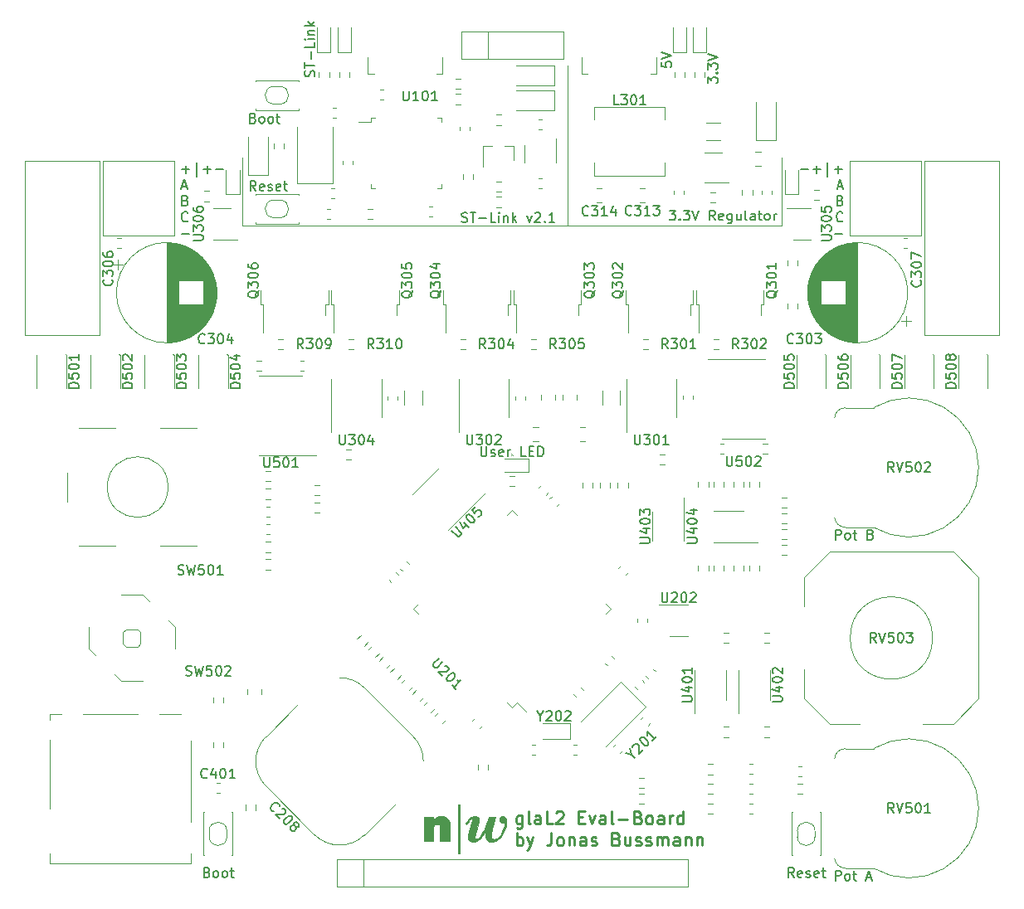
<source format=gbr>
%TF.GenerationSoftware,KiCad,Pcbnew,(5.1.9)-1*%
%TF.CreationDate,2021-05-16T18:27:06+02:00*%
%TF.ProjectId,STM32-Evalboard,53544d33-322d-4457-9661-6c626f617264,rev?*%
%TF.SameCoordinates,Original*%
%TF.FileFunction,Legend,Top*%
%TF.FilePolarity,Positive*%
%FSLAX46Y46*%
G04 Gerber Fmt 4.6, Leading zero omitted, Abs format (unit mm)*
G04 Created by KiCad (PCBNEW (5.1.9)-1) date 2021-05-16 18:27:06*
%MOMM*%
%LPD*%
G01*
G04 APERTURE LIST*
%ADD10C,0.150000*%
%ADD11C,0.250000*%
%ADD12C,0.120000*%
%ADD13C,0.010000*%
%ADD14R,1.060000X0.650000*%
%ADD15R,0.800000X2.240000*%
%ADD16R,1.500000X2.150000*%
%ADD17R,1.650000X2.200000*%
%ADD18R,1.450000X2.500000*%
%ADD19R,2.060000X1.250000*%
%ADD20R,2.060000X1.200000*%
%ADD21C,0.500000*%
%ADD22R,0.900000X1.200000*%
%ADD23R,1.200000X0.900000*%
%ADD24C,0.100000*%
%ADD25C,0.750000*%
%ADD26C,1.050000*%
%ADD27C,1.800000*%
%ADD28C,1.600000*%
%ADD29R,1.800000X1.800000*%
%ADD30R,1.000000X1.400000*%
%ADD31R,1.400000X1.000000*%
%ADD32C,2.200000*%
%ADD33C,2.000000*%
%ADD34R,2.000000X2.000000*%
%ADD35R,1.200000X2.200000*%
%ADD36R,5.800000X6.400000*%
%ADD37R,1.560000X0.650000*%
%ADD38R,1.150000X1.850000*%
%ADD39R,0.400000X1.400000*%
%ADD40R,1.600000X1.900000*%
%ADD41O,1.050000X1.900000*%
%ADD42O,1.200000X0.700000*%
%ADD43O,2.000000X1.500000*%
%ADD44C,3.000000*%
%ADD45R,3.400000X1.300000*%
%ADD46C,2.100000*%
%ADD47O,2.000000X1.600000*%
%ADD48R,4.000000X4.000000*%
%ADD49R,3.200000X3.000000*%
%ADD50R,0.800000X1.500000*%
%ADD51R,2.400000X2.000000*%
%ADD52R,0.800000X0.900000*%
%ADD53R,1.050000X1.100000*%
%ADD54R,3.400000X3.400000*%
%ADD55R,1.220000X0.650000*%
%ADD56R,0.650000X1.060000*%
G04 APERTURE END LIST*
D10*
X189473928Y-61171428D02*
X190235833Y-61171428D01*
X190712023Y-61171428D02*
X191473928Y-61171428D01*
X191092976Y-61552380D02*
X191092976Y-60790476D01*
X192188214Y-61885714D02*
X192188214Y-60457142D01*
X192902500Y-61171428D02*
X193664404Y-61171428D01*
X193283452Y-61552380D02*
X193283452Y-60790476D01*
X193235833Y-62916666D02*
X193712023Y-62916666D01*
X193140595Y-63202380D02*
X193473928Y-62202380D01*
X193807261Y-63202380D01*
X193473928Y-64328571D02*
X193616785Y-64376190D01*
X193664404Y-64423809D01*
X193712023Y-64519047D01*
X193712023Y-64661904D01*
X193664404Y-64757142D01*
X193616785Y-64804761D01*
X193521547Y-64852380D01*
X193140595Y-64852380D01*
X193140595Y-63852380D01*
X193473928Y-63852380D01*
X193569166Y-63900000D01*
X193616785Y-63947619D01*
X193664404Y-64042857D01*
X193664404Y-64138095D01*
X193616785Y-64233333D01*
X193569166Y-64280952D01*
X193473928Y-64328571D01*
X193140595Y-64328571D01*
X193712023Y-66407142D02*
X193664404Y-66454761D01*
X193521547Y-66502380D01*
X193426309Y-66502380D01*
X193283452Y-66454761D01*
X193188214Y-66359523D01*
X193140595Y-66264285D01*
X193092976Y-66073809D01*
X193092976Y-65930952D01*
X193140595Y-65740476D01*
X193188214Y-65645238D01*
X193283452Y-65550000D01*
X193426309Y-65502380D01*
X193521547Y-65502380D01*
X193664404Y-65550000D01*
X193712023Y-65597619D01*
X192902500Y-67771428D02*
X193664404Y-67771428D01*
X126335595Y-61171428D02*
X127097500Y-61171428D01*
X126716547Y-61552380D02*
X126716547Y-60790476D01*
X127811785Y-61885714D02*
X127811785Y-60457142D01*
X128526071Y-61171428D02*
X129287976Y-61171428D01*
X128907023Y-61552380D02*
X128907023Y-60790476D01*
X129764166Y-61171428D02*
X130526071Y-61171428D01*
X126287976Y-62916666D02*
X126764166Y-62916666D01*
X126192738Y-63202380D02*
X126526071Y-62202380D01*
X126859404Y-63202380D01*
X126668928Y-64328571D02*
X126811785Y-64376190D01*
X126859404Y-64423809D01*
X126907023Y-64519047D01*
X126907023Y-64661904D01*
X126859404Y-64757142D01*
X126811785Y-64804761D01*
X126716547Y-64852380D01*
X126335595Y-64852380D01*
X126335595Y-63852380D01*
X126668928Y-63852380D01*
X126764166Y-63900000D01*
X126811785Y-63947619D01*
X126859404Y-64042857D01*
X126859404Y-64138095D01*
X126811785Y-64233333D01*
X126764166Y-64280952D01*
X126668928Y-64328571D01*
X126335595Y-64328571D01*
X126907023Y-66407142D02*
X126859404Y-66454761D01*
X126716547Y-66502380D01*
X126621309Y-66502380D01*
X126478452Y-66454761D01*
X126383214Y-66359523D01*
X126335595Y-66264285D01*
X126287976Y-66073809D01*
X126287976Y-65930952D01*
X126335595Y-65740476D01*
X126383214Y-65645238D01*
X126478452Y-65550000D01*
X126621309Y-65502380D01*
X126716547Y-65502380D01*
X126859404Y-65550000D01*
X126907023Y-65597619D01*
X126335595Y-67771428D02*
X127097500Y-67771428D01*
X193019047Y-98952380D02*
X193019047Y-97952380D01*
X193400000Y-97952380D01*
X193495238Y-98000000D01*
X193542857Y-98047619D01*
X193590476Y-98142857D01*
X193590476Y-98285714D01*
X193542857Y-98380952D01*
X193495238Y-98428571D01*
X193400000Y-98476190D01*
X193019047Y-98476190D01*
X194161904Y-98952380D02*
X194066666Y-98904761D01*
X194019047Y-98857142D01*
X193971428Y-98761904D01*
X193971428Y-98476190D01*
X194019047Y-98380952D01*
X194066666Y-98333333D01*
X194161904Y-98285714D01*
X194304761Y-98285714D01*
X194400000Y-98333333D01*
X194447619Y-98380952D01*
X194495238Y-98476190D01*
X194495238Y-98761904D01*
X194447619Y-98857142D01*
X194400000Y-98904761D01*
X194304761Y-98952380D01*
X194161904Y-98952380D01*
X194780952Y-98285714D02*
X195161904Y-98285714D01*
X194923809Y-97952380D02*
X194923809Y-98809523D01*
X194971428Y-98904761D01*
X195066666Y-98952380D01*
X195161904Y-98952380D01*
X196590476Y-98428571D02*
X196733333Y-98476190D01*
X196780952Y-98523809D01*
X196828571Y-98619047D01*
X196828571Y-98761904D01*
X196780952Y-98857142D01*
X196733333Y-98904761D01*
X196638095Y-98952380D01*
X196257142Y-98952380D01*
X196257142Y-97952380D01*
X196590476Y-97952380D01*
X196685714Y-98000000D01*
X196733333Y-98047619D01*
X196780952Y-98142857D01*
X196780952Y-98238095D01*
X196733333Y-98333333D01*
X196685714Y-98380952D01*
X196590476Y-98428571D01*
X196257142Y-98428571D01*
X192990476Y-133752380D02*
X192990476Y-132752380D01*
X193371428Y-132752380D01*
X193466666Y-132800000D01*
X193514285Y-132847619D01*
X193561904Y-132942857D01*
X193561904Y-133085714D01*
X193514285Y-133180952D01*
X193466666Y-133228571D01*
X193371428Y-133276190D01*
X192990476Y-133276190D01*
X194133333Y-133752380D02*
X194038095Y-133704761D01*
X193990476Y-133657142D01*
X193942857Y-133561904D01*
X193942857Y-133276190D01*
X193990476Y-133180952D01*
X194038095Y-133133333D01*
X194133333Y-133085714D01*
X194276190Y-133085714D01*
X194371428Y-133133333D01*
X194419047Y-133180952D01*
X194466666Y-133276190D01*
X194466666Y-133561904D01*
X194419047Y-133657142D01*
X194371428Y-133704761D01*
X194276190Y-133752380D01*
X194133333Y-133752380D01*
X194752380Y-133085714D02*
X195133333Y-133085714D01*
X194895238Y-132752380D02*
X194895238Y-133609523D01*
X194942857Y-133704761D01*
X195038095Y-133752380D01*
X195133333Y-133752380D01*
X196180952Y-133466666D02*
X196657142Y-133466666D01*
X196085714Y-133752380D02*
X196419047Y-132752380D01*
X196752380Y-133752380D01*
X128880952Y-132928571D02*
X129023809Y-132976190D01*
X129071428Y-133023809D01*
X129119047Y-133119047D01*
X129119047Y-133261904D01*
X129071428Y-133357142D01*
X129023809Y-133404761D01*
X128928571Y-133452380D01*
X128547619Y-133452380D01*
X128547619Y-132452380D01*
X128880952Y-132452380D01*
X128976190Y-132500000D01*
X129023809Y-132547619D01*
X129071428Y-132642857D01*
X129071428Y-132738095D01*
X129023809Y-132833333D01*
X128976190Y-132880952D01*
X128880952Y-132928571D01*
X128547619Y-132928571D01*
X129690476Y-133452380D02*
X129595238Y-133404761D01*
X129547619Y-133357142D01*
X129500000Y-133261904D01*
X129500000Y-132976190D01*
X129547619Y-132880952D01*
X129595238Y-132833333D01*
X129690476Y-132785714D01*
X129833333Y-132785714D01*
X129928571Y-132833333D01*
X129976190Y-132880952D01*
X130023809Y-132976190D01*
X130023809Y-133261904D01*
X129976190Y-133357142D01*
X129928571Y-133404761D01*
X129833333Y-133452380D01*
X129690476Y-133452380D01*
X130595238Y-133452380D02*
X130500000Y-133404761D01*
X130452380Y-133357142D01*
X130404761Y-133261904D01*
X130404761Y-132976190D01*
X130452380Y-132880952D01*
X130500000Y-132833333D01*
X130595238Y-132785714D01*
X130738095Y-132785714D01*
X130833333Y-132833333D01*
X130880952Y-132880952D01*
X130928571Y-132976190D01*
X130928571Y-133261904D01*
X130880952Y-133357142D01*
X130833333Y-133404761D01*
X130738095Y-133452380D01*
X130595238Y-133452380D01*
X131214285Y-132785714D02*
X131595238Y-132785714D01*
X131357142Y-132452380D02*
X131357142Y-133309523D01*
X131404761Y-133404761D01*
X131500000Y-133452380D01*
X131595238Y-133452380D01*
X188761904Y-133452380D02*
X188428571Y-132976190D01*
X188190476Y-133452380D02*
X188190476Y-132452380D01*
X188571428Y-132452380D01*
X188666666Y-132500000D01*
X188714285Y-132547619D01*
X188761904Y-132642857D01*
X188761904Y-132785714D01*
X188714285Y-132880952D01*
X188666666Y-132928571D01*
X188571428Y-132976190D01*
X188190476Y-132976190D01*
X189571428Y-133404761D02*
X189476190Y-133452380D01*
X189285714Y-133452380D01*
X189190476Y-133404761D01*
X189142857Y-133309523D01*
X189142857Y-132928571D01*
X189190476Y-132833333D01*
X189285714Y-132785714D01*
X189476190Y-132785714D01*
X189571428Y-132833333D01*
X189619047Y-132928571D01*
X189619047Y-133023809D01*
X189142857Y-133119047D01*
X190000000Y-133404761D02*
X190095238Y-133452380D01*
X190285714Y-133452380D01*
X190380952Y-133404761D01*
X190428571Y-133309523D01*
X190428571Y-133261904D01*
X190380952Y-133166666D01*
X190285714Y-133119047D01*
X190142857Y-133119047D01*
X190047619Y-133071428D01*
X190000000Y-132976190D01*
X190000000Y-132928571D01*
X190047619Y-132833333D01*
X190142857Y-132785714D01*
X190285714Y-132785714D01*
X190380952Y-132833333D01*
X191238095Y-133404761D02*
X191142857Y-133452380D01*
X190952380Y-133452380D01*
X190857142Y-133404761D01*
X190809523Y-133309523D01*
X190809523Y-132928571D01*
X190857142Y-132833333D01*
X190952380Y-132785714D01*
X191142857Y-132785714D01*
X191238095Y-132833333D01*
X191285714Y-132928571D01*
X191285714Y-133023809D01*
X190809523Y-133119047D01*
X191571428Y-132785714D02*
X191952380Y-132785714D01*
X191714285Y-132452380D02*
X191714285Y-133309523D01*
X191761904Y-133404761D01*
X191857142Y-133452380D01*
X191952380Y-133452380D01*
D11*
X161029166Y-127121428D02*
X161029166Y-128173809D01*
X160967261Y-128297619D01*
X160905357Y-128359523D01*
X160781547Y-128421428D01*
X160595833Y-128421428D01*
X160472023Y-128359523D01*
X161029166Y-127926190D02*
X160905357Y-127988095D01*
X160657738Y-127988095D01*
X160533928Y-127926190D01*
X160472023Y-127864285D01*
X160410119Y-127740476D01*
X160410119Y-127369047D01*
X160472023Y-127245238D01*
X160533928Y-127183333D01*
X160657738Y-127121428D01*
X160905357Y-127121428D01*
X161029166Y-127183333D01*
X161833928Y-127988095D02*
X161710119Y-127926190D01*
X161648214Y-127802380D01*
X161648214Y-126688095D01*
X162886309Y-127988095D02*
X162886309Y-127307142D01*
X162824404Y-127183333D01*
X162700595Y-127121428D01*
X162452976Y-127121428D01*
X162329166Y-127183333D01*
X162886309Y-127926190D02*
X162762500Y-127988095D01*
X162452976Y-127988095D01*
X162329166Y-127926190D01*
X162267261Y-127802380D01*
X162267261Y-127678571D01*
X162329166Y-127554761D01*
X162452976Y-127492857D01*
X162762500Y-127492857D01*
X162886309Y-127430952D01*
X164124404Y-127988095D02*
X163505357Y-127988095D01*
X163505357Y-126688095D01*
X164495833Y-126811904D02*
X164557738Y-126750000D01*
X164681547Y-126688095D01*
X164991071Y-126688095D01*
X165114880Y-126750000D01*
X165176785Y-126811904D01*
X165238690Y-126935714D01*
X165238690Y-127059523D01*
X165176785Y-127245238D01*
X164433928Y-127988095D01*
X165238690Y-127988095D01*
X166786309Y-127307142D02*
X167219642Y-127307142D01*
X167405357Y-127988095D02*
X166786309Y-127988095D01*
X166786309Y-126688095D01*
X167405357Y-126688095D01*
X167838690Y-127121428D02*
X168148214Y-127988095D01*
X168457738Y-127121428D01*
X169510119Y-127988095D02*
X169510119Y-127307142D01*
X169448214Y-127183333D01*
X169324404Y-127121428D01*
X169076785Y-127121428D01*
X168952976Y-127183333D01*
X169510119Y-127926190D02*
X169386309Y-127988095D01*
X169076785Y-127988095D01*
X168952976Y-127926190D01*
X168891071Y-127802380D01*
X168891071Y-127678571D01*
X168952976Y-127554761D01*
X169076785Y-127492857D01*
X169386309Y-127492857D01*
X169510119Y-127430952D01*
X170314880Y-127988095D02*
X170191071Y-127926190D01*
X170129166Y-127802380D01*
X170129166Y-126688095D01*
X170810119Y-127492857D02*
X171800595Y-127492857D01*
X172852976Y-127307142D02*
X173038690Y-127369047D01*
X173100595Y-127430952D01*
X173162500Y-127554761D01*
X173162500Y-127740476D01*
X173100595Y-127864285D01*
X173038690Y-127926190D01*
X172914880Y-127988095D01*
X172419642Y-127988095D01*
X172419642Y-126688095D01*
X172852976Y-126688095D01*
X172976785Y-126750000D01*
X173038690Y-126811904D01*
X173100595Y-126935714D01*
X173100595Y-127059523D01*
X173038690Y-127183333D01*
X172976785Y-127245238D01*
X172852976Y-127307142D01*
X172419642Y-127307142D01*
X173905357Y-127988095D02*
X173781547Y-127926190D01*
X173719642Y-127864285D01*
X173657738Y-127740476D01*
X173657738Y-127369047D01*
X173719642Y-127245238D01*
X173781547Y-127183333D01*
X173905357Y-127121428D01*
X174091071Y-127121428D01*
X174214880Y-127183333D01*
X174276785Y-127245238D01*
X174338690Y-127369047D01*
X174338690Y-127740476D01*
X174276785Y-127864285D01*
X174214880Y-127926190D01*
X174091071Y-127988095D01*
X173905357Y-127988095D01*
X175452976Y-127988095D02*
X175452976Y-127307142D01*
X175391071Y-127183333D01*
X175267261Y-127121428D01*
X175019642Y-127121428D01*
X174895833Y-127183333D01*
X175452976Y-127926190D02*
X175329166Y-127988095D01*
X175019642Y-127988095D01*
X174895833Y-127926190D01*
X174833928Y-127802380D01*
X174833928Y-127678571D01*
X174895833Y-127554761D01*
X175019642Y-127492857D01*
X175329166Y-127492857D01*
X175452976Y-127430952D01*
X176072023Y-127988095D02*
X176072023Y-127121428D01*
X176072023Y-127369047D02*
X176133928Y-127245238D01*
X176195833Y-127183333D01*
X176319642Y-127121428D01*
X176443452Y-127121428D01*
X177433928Y-127988095D02*
X177433928Y-126688095D01*
X177433928Y-127926190D02*
X177310119Y-127988095D01*
X177062500Y-127988095D01*
X176938690Y-127926190D01*
X176876785Y-127864285D01*
X176814880Y-127740476D01*
X176814880Y-127369047D01*
X176876785Y-127245238D01*
X176938690Y-127183333D01*
X177062500Y-127121428D01*
X177310119Y-127121428D01*
X177433928Y-127183333D01*
X160472023Y-130188095D02*
X160472023Y-128888095D01*
X160472023Y-129383333D02*
X160595833Y-129321428D01*
X160843452Y-129321428D01*
X160967261Y-129383333D01*
X161029166Y-129445238D01*
X161091071Y-129569047D01*
X161091071Y-129940476D01*
X161029166Y-130064285D01*
X160967261Y-130126190D01*
X160843452Y-130188095D01*
X160595833Y-130188095D01*
X160472023Y-130126190D01*
X161524404Y-129321428D02*
X161833928Y-130188095D01*
X162143452Y-129321428D02*
X161833928Y-130188095D01*
X161710119Y-130497619D01*
X161648214Y-130559523D01*
X161524404Y-130621428D01*
X164000595Y-128888095D02*
X164000595Y-129816666D01*
X163938690Y-130002380D01*
X163814880Y-130126190D01*
X163629166Y-130188095D01*
X163505357Y-130188095D01*
X164805357Y-130188095D02*
X164681547Y-130126190D01*
X164619642Y-130064285D01*
X164557738Y-129940476D01*
X164557738Y-129569047D01*
X164619642Y-129445238D01*
X164681547Y-129383333D01*
X164805357Y-129321428D01*
X164991071Y-129321428D01*
X165114880Y-129383333D01*
X165176785Y-129445238D01*
X165238690Y-129569047D01*
X165238690Y-129940476D01*
X165176785Y-130064285D01*
X165114880Y-130126190D01*
X164991071Y-130188095D01*
X164805357Y-130188095D01*
X165795833Y-129321428D02*
X165795833Y-130188095D01*
X165795833Y-129445238D02*
X165857738Y-129383333D01*
X165981547Y-129321428D01*
X166167261Y-129321428D01*
X166291071Y-129383333D01*
X166352976Y-129507142D01*
X166352976Y-130188095D01*
X167529166Y-130188095D02*
X167529166Y-129507142D01*
X167467261Y-129383333D01*
X167343452Y-129321428D01*
X167095833Y-129321428D01*
X166972023Y-129383333D01*
X167529166Y-130126190D02*
X167405357Y-130188095D01*
X167095833Y-130188095D01*
X166972023Y-130126190D01*
X166910119Y-130002380D01*
X166910119Y-129878571D01*
X166972023Y-129754761D01*
X167095833Y-129692857D01*
X167405357Y-129692857D01*
X167529166Y-129630952D01*
X168086309Y-130126190D02*
X168210119Y-130188095D01*
X168457738Y-130188095D01*
X168581547Y-130126190D01*
X168643452Y-130002380D01*
X168643452Y-129940476D01*
X168581547Y-129816666D01*
X168457738Y-129754761D01*
X168272023Y-129754761D01*
X168148214Y-129692857D01*
X168086309Y-129569047D01*
X168086309Y-129507142D01*
X168148214Y-129383333D01*
X168272023Y-129321428D01*
X168457738Y-129321428D01*
X168581547Y-129383333D01*
X170624404Y-129507142D02*
X170810119Y-129569047D01*
X170872023Y-129630952D01*
X170933928Y-129754761D01*
X170933928Y-129940476D01*
X170872023Y-130064285D01*
X170810119Y-130126190D01*
X170686309Y-130188095D01*
X170191071Y-130188095D01*
X170191071Y-128888095D01*
X170624404Y-128888095D01*
X170748214Y-128950000D01*
X170810119Y-129011904D01*
X170872023Y-129135714D01*
X170872023Y-129259523D01*
X170810119Y-129383333D01*
X170748214Y-129445238D01*
X170624404Y-129507142D01*
X170191071Y-129507142D01*
X172048214Y-129321428D02*
X172048214Y-130188095D01*
X171491071Y-129321428D02*
X171491071Y-130002380D01*
X171552976Y-130126190D01*
X171676785Y-130188095D01*
X171862500Y-130188095D01*
X171986309Y-130126190D01*
X172048214Y-130064285D01*
X172605357Y-130126190D02*
X172729166Y-130188095D01*
X172976785Y-130188095D01*
X173100595Y-130126190D01*
X173162500Y-130002380D01*
X173162500Y-129940476D01*
X173100595Y-129816666D01*
X172976785Y-129754761D01*
X172791071Y-129754761D01*
X172667261Y-129692857D01*
X172605357Y-129569047D01*
X172605357Y-129507142D01*
X172667261Y-129383333D01*
X172791071Y-129321428D01*
X172976785Y-129321428D01*
X173100595Y-129383333D01*
X173657738Y-130126190D02*
X173781547Y-130188095D01*
X174029166Y-130188095D01*
X174152976Y-130126190D01*
X174214880Y-130002380D01*
X174214880Y-129940476D01*
X174152976Y-129816666D01*
X174029166Y-129754761D01*
X173843452Y-129754761D01*
X173719642Y-129692857D01*
X173657738Y-129569047D01*
X173657738Y-129507142D01*
X173719642Y-129383333D01*
X173843452Y-129321428D01*
X174029166Y-129321428D01*
X174152976Y-129383333D01*
X174772023Y-130188095D02*
X174772023Y-129321428D01*
X174772023Y-129445238D02*
X174833928Y-129383333D01*
X174957738Y-129321428D01*
X175143452Y-129321428D01*
X175267261Y-129383333D01*
X175329166Y-129507142D01*
X175329166Y-130188095D01*
X175329166Y-129507142D02*
X175391071Y-129383333D01*
X175514880Y-129321428D01*
X175700595Y-129321428D01*
X175824404Y-129383333D01*
X175886309Y-129507142D01*
X175886309Y-130188095D01*
X177062500Y-130188095D02*
X177062500Y-129507142D01*
X177000595Y-129383333D01*
X176876785Y-129321428D01*
X176629166Y-129321428D01*
X176505357Y-129383333D01*
X177062500Y-130126190D02*
X176938690Y-130188095D01*
X176629166Y-130188095D01*
X176505357Y-130126190D01*
X176443452Y-130002380D01*
X176443452Y-129878571D01*
X176505357Y-129754761D01*
X176629166Y-129692857D01*
X176938690Y-129692857D01*
X177062500Y-129630952D01*
X177681547Y-129321428D02*
X177681547Y-130188095D01*
X177681547Y-129445238D02*
X177743452Y-129383333D01*
X177867261Y-129321428D01*
X178052976Y-129321428D01*
X178176785Y-129383333D01*
X178238690Y-129507142D01*
X178238690Y-130188095D01*
X178857738Y-129321428D02*
X178857738Y-130188095D01*
X178857738Y-129445238D02*
X178919642Y-129383333D01*
X179043452Y-129321428D01*
X179229166Y-129321428D01*
X179352976Y-129383333D01*
X179414880Y-129507142D01*
X179414880Y-130188095D01*
D10*
X176047619Y-65352380D02*
X176666666Y-65352380D01*
X176333333Y-65733333D01*
X176476190Y-65733333D01*
X176571428Y-65780952D01*
X176619047Y-65828571D01*
X176666666Y-65923809D01*
X176666666Y-66161904D01*
X176619047Y-66257142D01*
X176571428Y-66304761D01*
X176476190Y-66352380D01*
X176190476Y-66352380D01*
X176095238Y-66304761D01*
X176047619Y-66257142D01*
X177095238Y-66257142D02*
X177142857Y-66304761D01*
X177095238Y-66352380D01*
X177047619Y-66304761D01*
X177095238Y-66257142D01*
X177095238Y-66352380D01*
X177476190Y-65352380D02*
X178095238Y-65352380D01*
X177761904Y-65733333D01*
X177904761Y-65733333D01*
X178000000Y-65780952D01*
X178047619Y-65828571D01*
X178095238Y-65923809D01*
X178095238Y-66161904D01*
X178047619Y-66257142D01*
X178000000Y-66304761D01*
X177904761Y-66352380D01*
X177619047Y-66352380D01*
X177523809Y-66304761D01*
X177476190Y-66257142D01*
X178380952Y-65352380D02*
X178714285Y-66352380D01*
X179047619Y-65352380D01*
X180714285Y-66352380D02*
X180380952Y-65876190D01*
X180142857Y-66352380D02*
X180142857Y-65352380D01*
X180523809Y-65352380D01*
X180619047Y-65400000D01*
X180666666Y-65447619D01*
X180714285Y-65542857D01*
X180714285Y-65685714D01*
X180666666Y-65780952D01*
X180619047Y-65828571D01*
X180523809Y-65876190D01*
X180142857Y-65876190D01*
X181523809Y-66304761D02*
X181428571Y-66352380D01*
X181238095Y-66352380D01*
X181142857Y-66304761D01*
X181095238Y-66209523D01*
X181095238Y-65828571D01*
X181142857Y-65733333D01*
X181238095Y-65685714D01*
X181428571Y-65685714D01*
X181523809Y-65733333D01*
X181571428Y-65828571D01*
X181571428Y-65923809D01*
X181095238Y-66019047D01*
X182428571Y-65685714D02*
X182428571Y-66495238D01*
X182380952Y-66590476D01*
X182333333Y-66638095D01*
X182238095Y-66685714D01*
X182095238Y-66685714D01*
X182000000Y-66638095D01*
X182428571Y-66304761D02*
X182333333Y-66352380D01*
X182142857Y-66352380D01*
X182047619Y-66304761D01*
X182000000Y-66257142D01*
X181952380Y-66161904D01*
X181952380Y-65876190D01*
X182000000Y-65780952D01*
X182047619Y-65733333D01*
X182142857Y-65685714D01*
X182333333Y-65685714D01*
X182428571Y-65733333D01*
X183333333Y-65685714D02*
X183333333Y-66352380D01*
X182904761Y-65685714D02*
X182904761Y-66209523D01*
X182952380Y-66304761D01*
X183047619Y-66352380D01*
X183190476Y-66352380D01*
X183285714Y-66304761D01*
X183333333Y-66257142D01*
X183952380Y-66352380D02*
X183857142Y-66304761D01*
X183809523Y-66209523D01*
X183809523Y-65352380D01*
X184761904Y-66352380D02*
X184761904Y-65828571D01*
X184714285Y-65733333D01*
X184619047Y-65685714D01*
X184428571Y-65685714D01*
X184333333Y-65733333D01*
X184761904Y-66304761D02*
X184666666Y-66352380D01*
X184428571Y-66352380D01*
X184333333Y-66304761D01*
X184285714Y-66209523D01*
X184285714Y-66114285D01*
X184333333Y-66019047D01*
X184428571Y-65971428D01*
X184666666Y-65971428D01*
X184761904Y-65923809D01*
X185095238Y-65685714D02*
X185476190Y-65685714D01*
X185238095Y-65352380D02*
X185238095Y-66209523D01*
X185285714Y-66304761D01*
X185380952Y-66352380D01*
X185476190Y-66352380D01*
X185952380Y-66352380D02*
X185857142Y-66304761D01*
X185809523Y-66257142D01*
X185761904Y-66161904D01*
X185761904Y-65876190D01*
X185809523Y-65780952D01*
X185857142Y-65733333D01*
X185952380Y-65685714D01*
X186095238Y-65685714D01*
X186190476Y-65733333D01*
X186238095Y-65780952D01*
X186285714Y-65876190D01*
X186285714Y-66161904D01*
X186238095Y-66257142D01*
X186190476Y-66304761D01*
X186095238Y-66352380D01*
X185952380Y-66352380D01*
X186714285Y-66352380D02*
X186714285Y-65685714D01*
X186714285Y-65876190D02*
X186761904Y-65780952D01*
X186809523Y-65733333D01*
X186904761Y-65685714D01*
X187000000Y-65685714D01*
D12*
X187500000Y-66900000D02*
X187500000Y-60000000D01*
X165700000Y-66900000D02*
X187500000Y-66900000D01*
D10*
X154861904Y-66504761D02*
X155004761Y-66552380D01*
X155242857Y-66552380D01*
X155338095Y-66504761D01*
X155385714Y-66457142D01*
X155433333Y-66361904D01*
X155433333Y-66266666D01*
X155385714Y-66171428D01*
X155338095Y-66123809D01*
X155242857Y-66076190D01*
X155052380Y-66028571D01*
X154957142Y-65980952D01*
X154909523Y-65933333D01*
X154861904Y-65838095D01*
X154861904Y-65742857D01*
X154909523Y-65647619D01*
X154957142Y-65600000D01*
X155052380Y-65552380D01*
X155290476Y-65552380D01*
X155433333Y-65600000D01*
X155719047Y-65552380D02*
X156290476Y-65552380D01*
X156004761Y-66552380D02*
X156004761Y-65552380D01*
X156623809Y-66171428D02*
X157385714Y-66171428D01*
X158338095Y-66552380D02*
X157861904Y-66552380D01*
X157861904Y-65552380D01*
X158671428Y-66552380D02*
X158671428Y-65885714D01*
X158671428Y-65552380D02*
X158623809Y-65600000D01*
X158671428Y-65647619D01*
X158719047Y-65600000D01*
X158671428Y-65552380D01*
X158671428Y-65647619D01*
X159147619Y-65885714D02*
X159147619Y-66552380D01*
X159147619Y-65980952D02*
X159195238Y-65933333D01*
X159290476Y-65885714D01*
X159433333Y-65885714D01*
X159528571Y-65933333D01*
X159576190Y-66028571D01*
X159576190Y-66552380D01*
X160052380Y-66552380D02*
X160052380Y-65552380D01*
X160147619Y-66171428D02*
X160433333Y-66552380D01*
X160433333Y-65885714D02*
X160052380Y-66266666D01*
X161528571Y-65885714D02*
X161766666Y-66552380D01*
X162004761Y-65885714D01*
X162338095Y-65647619D02*
X162385714Y-65600000D01*
X162480952Y-65552380D01*
X162719047Y-65552380D01*
X162814285Y-65600000D01*
X162861904Y-65647619D01*
X162909523Y-65742857D01*
X162909523Y-65838095D01*
X162861904Y-65980952D01*
X162290476Y-66552380D01*
X162909523Y-66552380D01*
X163338095Y-66457142D02*
X163385714Y-66504761D01*
X163338095Y-66552380D01*
X163290476Y-66504761D01*
X163338095Y-66457142D01*
X163338095Y-66552380D01*
X164338095Y-66552380D02*
X163766666Y-66552380D01*
X164052380Y-66552380D02*
X164052380Y-65552380D01*
X163957142Y-65695238D01*
X163861904Y-65790476D01*
X163766666Y-65838095D01*
D12*
X165700000Y-66900000D02*
X165700000Y-50600000D01*
X132500000Y-66900000D02*
X165700000Y-66900000D01*
X132500000Y-60000000D02*
X132500000Y-66900000D01*
D10*
X156833333Y-89452380D02*
X156833333Y-90261904D01*
X156880952Y-90357142D01*
X156928571Y-90404761D01*
X157023809Y-90452380D01*
X157214285Y-90452380D01*
X157309523Y-90404761D01*
X157357142Y-90357142D01*
X157404761Y-90261904D01*
X157404761Y-89452380D01*
X157833333Y-90404761D02*
X157928571Y-90452380D01*
X158119047Y-90452380D01*
X158214285Y-90404761D01*
X158261904Y-90309523D01*
X158261904Y-90261904D01*
X158214285Y-90166666D01*
X158119047Y-90119047D01*
X157976190Y-90119047D01*
X157880952Y-90071428D01*
X157833333Y-89976190D01*
X157833333Y-89928571D01*
X157880952Y-89833333D01*
X157976190Y-89785714D01*
X158119047Y-89785714D01*
X158214285Y-89833333D01*
X159071428Y-90404761D02*
X158976190Y-90452380D01*
X158785714Y-90452380D01*
X158690476Y-90404761D01*
X158642857Y-90309523D01*
X158642857Y-89928571D01*
X158690476Y-89833333D01*
X158785714Y-89785714D01*
X158976190Y-89785714D01*
X159071428Y-89833333D01*
X159119047Y-89928571D01*
X159119047Y-90023809D01*
X158642857Y-90119047D01*
X159547619Y-90452380D02*
X159547619Y-89785714D01*
X159547619Y-89976190D02*
X159595238Y-89880952D01*
X159642857Y-89833333D01*
X159738095Y-89785714D01*
X159833333Y-89785714D01*
X161404761Y-90452380D02*
X160928571Y-90452380D01*
X160928571Y-89452380D01*
X161738095Y-89928571D02*
X162071428Y-89928571D01*
X162214285Y-90452380D02*
X161738095Y-90452380D01*
X161738095Y-89452380D01*
X162214285Y-89452380D01*
X162642857Y-90452380D02*
X162642857Y-89452380D01*
X162880952Y-89452380D01*
X163023809Y-89500000D01*
X163119047Y-89595238D01*
X163166666Y-89690476D01*
X163214285Y-89880952D01*
X163214285Y-90023809D01*
X163166666Y-90214285D01*
X163119047Y-90309523D01*
X163023809Y-90404761D01*
X162880952Y-90452380D01*
X162642857Y-90452380D01*
X139804761Y-51685714D02*
X139852380Y-51542857D01*
X139852380Y-51304761D01*
X139804761Y-51209523D01*
X139757142Y-51161904D01*
X139661904Y-51114285D01*
X139566666Y-51114285D01*
X139471428Y-51161904D01*
X139423809Y-51209523D01*
X139376190Y-51304761D01*
X139328571Y-51495238D01*
X139280952Y-51590476D01*
X139233333Y-51638095D01*
X139138095Y-51685714D01*
X139042857Y-51685714D01*
X138947619Y-51638095D01*
X138900000Y-51590476D01*
X138852380Y-51495238D01*
X138852380Y-51257142D01*
X138900000Y-51114285D01*
X138852380Y-50828571D02*
X138852380Y-50257142D01*
X139852380Y-50542857D02*
X138852380Y-50542857D01*
X139471428Y-49923809D02*
X139471428Y-49161904D01*
X139852380Y-48209523D02*
X139852380Y-48685714D01*
X138852380Y-48685714D01*
X139852380Y-47876190D02*
X139185714Y-47876190D01*
X138852380Y-47876190D02*
X138900000Y-47923809D01*
X138947619Y-47876190D01*
X138900000Y-47828571D01*
X138852380Y-47876190D01*
X138947619Y-47876190D01*
X139185714Y-47400000D02*
X139852380Y-47400000D01*
X139280952Y-47400000D02*
X139233333Y-47352380D01*
X139185714Y-47257142D01*
X139185714Y-47114285D01*
X139233333Y-47019047D01*
X139328571Y-46971428D01*
X139852380Y-46971428D01*
X139852380Y-46495238D02*
X138852380Y-46495238D01*
X139471428Y-46400000D02*
X139852380Y-46114285D01*
X139185714Y-46114285D02*
X139566666Y-46495238D01*
X179952380Y-52376190D02*
X179952380Y-51757142D01*
X180333333Y-52090476D01*
X180333333Y-51947619D01*
X180380952Y-51852380D01*
X180428571Y-51804761D01*
X180523809Y-51757142D01*
X180761904Y-51757142D01*
X180857142Y-51804761D01*
X180904761Y-51852380D01*
X180952380Y-51947619D01*
X180952380Y-52233333D01*
X180904761Y-52328571D01*
X180857142Y-52376190D01*
X180857142Y-51328571D02*
X180904761Y-51280952D01*
X180952380Y-51328571D01*
X180904761Y-51376190D01*
X180857142Y-51328571D01*
X180952380Y-51328571D01*
X179952380Y-50947619D02*
X179952380Y-50328571D01*
X180333333Y-50661904D01*
X180333333Y-50519047D01*
X180380952Y-50423809D01*
X180428571Y-50376190D01*
X180523809Y-50328571D01*
X180761904Y-50328571D01*
X180857142Y-50376190D01*
X180904761Y-50423809D01*
X180952380Y-50519047D01*
X180952380Y-50804761D01*
X180904761Y-50900000D01*
X180857142Y-50947619D01*
X179952380Y-50042857D02*
X180952380Y-49709523D01*
X179952380Y-49376190D01*
X175252380Y-50190476D02*
X175252380Y-50666666D01*
X175728571Y-50714285D01*
X175680952Y-50666666D01*
X175633333Y-50571428D01*
X175633333Y-50333333D01*
X175680952Y-50238095D01*
X175728571Y-50190476D01*
X175823809Y-50142857D01*
X176061904Y-50142857D01*
X176157142Y-50190476D01*
X176204761Y-50238095D01*
X176252380Y-50333333D01*
X176252380Y-50571428D01*
X176204761Y-50666666D01*
X176157142Y-50714285D01*
X175252380Y-49857142D02*
X176252380Y-49523809D01*
X175252380Y-49190476D01*
X133861904Y-63352380D02*
X133528571Y-62876190D01*
X133290476Y-63352380D02*
X133290476Y-62352380D01*
X133671428Y-62352380D01*
X133766666Y-62400000D01*
X133814285Y-62447619D01*
X133861904Y-62542857D01*
X133861904Y-62685714D01*
X133814285Y-62780952D01*
X133766666Y-62828571D01*
X133671428Y-62876190D01*
X133290476Y-62876190D01*
X134671428Y-63304761D02*
X134576190Y-63352380D01*
X134385714Y-63352380D01*
X134290476Y-63304761D01*
X134242857Y-63209523D01*
X134242857Y-62828571D01*
X134290476Y-62733333D01*
X134385714Y-62685714D01*
X134576190Y-62685714D01*
X134671428Y-62733333D01*
X134719047Y-62828571D01*
X134719047Y-62923809D01*
X134242857Y-63019047D01*
X135100000Y-63304761D02*
X135195238Y-63352380D01*
X135385714Y-63352380D01*
X135480952Y-63304761D01*
X135528571Y-63209523D01*
X135528571Y-63161904D01*
X135480952Y-63066666D01*
X135385714Y-63019047D01*
X135242857Y-63019047D01*
X135147619Y-62971428D01*
X135100000Y-62876190D01*
X135100000Y-62828571D01*
X135147619Y-62733333D01*
X135242857Y-62685714D01*
X135385714Y-62685714D01*
X135480952Y-62733333D01*
X136338095Y-63304761D02*
X136242857Y-63352380D01*
X136052380Y-63352380D01*
X135957142Y-63304761D01*
X135909523Y-63209523D01*
X135909523Y-62828571D01*
X135957142Y-62733333D01*
X136052380Y-62685714D01*
X136242857Y-62685714D01*
X136338095Y-62733333D01*
X136385714Y-62828571D01*
X136385714Y-62923809D01*
X135909523Y-63019047D01*
X136671428Y-62685714D02*
X137052380Y-62685714D01*
X136814285Y-62352380D02*
X136814285Y-63209523D01*
X136861904Y-63304761D01*
X136957142Y-63352380D01*
X137052380Y-63352380D01*
X133580952Y-55928571D02*
X133723809Y-55976190D01*
X133771428Y-56023809D01*
X133819047Y-56119047D01*
X133819047Y-56261904D01*
X133771428Y-56357142D01*
X133723809Y-56404761D01*
X133628571Y-56452380D01*
X133247619Y-56452380D01*
X133247619Y-55452380D01*
X133580952Y-55452380D01*
X133676190Y-55500000D01*
X133723809Y-55547619D01*
X133771428Y-55642857D01*
X133771428Y-55738095D01*
X133723809Y-55833333D01*
X133676190Y-55880952D01*
X133580952Y-55928571D01*
X133247619Y-55928571D01*
X134390476Y-56452380D02*
X134295238Y-56404761D01*
X134247619Y-56357142D01*
X134200000Y-56261904D01*
X134200000Y-55976190D01*
X134247619Y-55880952D01*
X134295238Y-55833333D01*
X134390476Y-55785714D01*
X134533333Y-55785714D01*
X134628571Y-55833333D01*
X134676190Y-55880952D01*
X134723809Y-55976190D01*
X134723809Y-56261904D01*
X134676190Y-56357142D01*
X134628571Y-56404761D01*
X134533333Y-56452380D01*
X134390476Y-56452380D01*
X135295238Y-56452380D02*
X135200000Y-56404761D01*
X135152380Y-56357142D01*
X135104761Y-56261904D01*
X135104761Y-55976190D01*
X135152380Y-55880952D01*
X135200000Y-55833333D01*
X135295238Y-55785714D01*
X135438095Y-55785714D01*
X135533333Y-55833333D01*
X135580952Y-55880952D01*
X135628571Y-55976190D01*
X135628571Y-56261904D01*
X135580952Y-56357142D01*
X135533333Y-56404761D01*
X135438095Y-56452380D01*
X135295238Y-56452380D01*
X135914285Y-55785714D02*
X136295238Y-55785714D01*
X136057142Y-55452380D02*
X136057142Y-56309523D01*
X136104761Y-56404761D01*
X136200000Y-56452380D01*
X136295238Y-56452380D01*
D12*
X159900000Y-90350000D02*
X160100000Y-90150000D01*
X159900000Y-90150000D02*
X160100000Y-90350000D01*
D13*
%TO.C,G\u002A\u002A\u002A*%
G36*
X154654446Y-130999401D02*
G01*
X154489511Y-130999401D01*
X154489511Y-126000600D01*
X154654446Y-126000600D01*
X154654446Y-130999401D01*
G37*
X154654446Y-130999401D02*
X154489511Y-130999401D01*
X154489511Y-126000600D01*
X154654446Y-126000600D01*
X154654446Y-130999401D01*
G36*
X156357933Y-127217382D02*
G01*
X156446121Y-127255699D01*
X156519753Y-127314727D01*
X156530455Y-127326411D01*
X156575287Y-127388426D01*
X156605741Y-127457543D01*
X156621922Y-127536234D01*
X156623936Y-127626973D01*
X156611889Y-127732233D01*
X156585886Y-127854487D01*
X156557452Y-127958266D01*
X156498508Y-128158401D01*
X156446359Y-128335762D01*
X156400602Y-128491909D01*
X156360833Y-128628399D01*
X156326648Y-128746790D01*
X156297642Y-128848642D01*
X156273412Y-128935513D01*
X156253554Y-129008960D01*
X156237663Y-129070543D01*
X156225337Y-129121820D01*
X156216170Y-129164349D01*
X156209758Y-129199688D01*
X156205699Y-129229396D01*
X156203587Y-129255032D01*
X156203019Y-129278153D01*
X156203592Y-129300319D01*
X156204649Y-129319210D01*
X156218123Y-129392799D01*
X156246875Y-129448311D01*
X156289089Y-129484270D01*
X156342950Y-129499201D01*
X156406644Y-129491627D01*
X156413984Y-129489416D01*
X156498318Y-129450600D01*
X156585666Y-129387084D01*
X156675745Y-129299329D01*
X156768271Y-129187794D01*
X156862961Y-129052941D01*
X156959531Y-128895228D01*
X157057699Y-128715116D01*
X157157180Y-128513066D01*
X157257692Y-128289536D01*
X157358952Y-128044988D01*
X157451504Y-127804583D01*
X157483483Y-127717618D01*
X157515996Y-127627248D01*
X157546633Y-127540311D01*
X157572982Y-127463642D01*
X157592112Y-127405719D01*
X157639681Y-127256643D01*
X157967693Y-127256643D01*
X158076630Y-127257126D01*
X158164884Y-127258545D01*
X158231364Y-127260858D01*
X158274980Y-127264024D01*
X158294640Y-127268001D01*
X158295705Y-127269301D01*
X158292450Y-127283843D01*
X158283144Y-127320281D01*
X158268475Y-127376046D01*
X158249129Y-127448569D01*
X158225794Y-127535282D01*
X158199157Y-127633617D01*
X158169905Y-127741006D01*
X158150572Y-127811684D01*
X158100764Y-127993977D01*
X158057407Y-128153968D01*
X158020021Y-128293765D01*
X157988128Y-128415474D01*
X157961250Y-128521205D01*
X157938906Y-128613064D01*
X157920620Y-128693160D01*
X157905911Y-128763600D01*
X157894302Y-128826492D01*
X157885314Y-128883944D01*
X157878467Y-128938064D01*
X157873284Y-128990959D01*
X157869285Y-129044738D01*
X157868795Y-129052411D01*
X157867615Y-129182775D01*
X157881411Y-129293992D01*
X157909884Y-129385668D01*
X157952734Y-129457408D01*
X158009660Y-129508817D01*
X158080362Y-129539500D01*
X158164540Y-129549063D01*
X158240449Y-129541410D01*
X158337854Y-129514208D01*
X158433480Y-129467345D01*
X158530102Y-129399171D01*
X158626491Y-129312027D01*
X158706991Y-129226412D01*
X158780186Y-129135636D01*
X158849243Y-129035020D01*
X158917328Y-128919889D01*
X158987608Y-128785564D01*
X159000195Y-128760090D01*
X159095439Y-128551110D01*
X159170248Y-128354358D01*
X159224458Y-128170364D01*
X159257907Y-127999656D01*
X159268909Y-127887837D01*
X159271056Y-127832507D01*
X159271223Y-127787965D01*
X159269493Y-127759372D01*
X159266740Y-127751449D01*
X159251906Y-127758942D01*
X159226420Y-127777653D01*
X159217366Y-127785090D01*
X159153841Y-127827189D01*
X159083702Y-127849390D01*
X159018658Y-127854636D01*
X158928261Y-127843550D01*
X158848391Y-127811202D01*
X158781805Y-127760312D01*
X158731257Y-127693602D01*
X158699505Y-127613793D01*
X158689259Y-127529421D01*
X158700916Y-127441001D01*
X158734356Y-127360292D01*
X158787289Y-127292522D01*
X158797092Y-127283510D01*
X158856321Y-127239601D01*
X158917056Y-127213639D01*
X158988214Y-127202409D01*
X159025225Y-127201307D01*
X159118308Y-127211871D01*
X159198795Y-127244057D01*
X159266861Y-127298044D01*
X159322687Y-127374014D01*
X159366449Y-127472147D01*
X159394915Y-127576005D01*
X159404693Y-127645426D01*
X159409385Y-127733126D01*
X159409217Y-127832574D01*
X159404416Y-127937237D01*
X159395206Y-128040583D01*
X159381815Y-128136078D01*
X159374124Y-128176474D01*
X159326904Y-128361756D01*
X159263284Y-128551455D01*
X159185917Y-128739679D01*
X159097456Y-128920533D01*
X159000554Y-129088126D01*
X158897864Y-129236565D01*
X158895362Y-129239828D01*
X158773146Y-129383951D01*
X158643466Y-129508905D01*
X158507941Y-129613855D01*
X158368194Y-129697968D01*
X158225846Y-129760410D01*
X158082518Y-129800347D01*
X157939831Y-129816946D01*
X157799407Y-129809372D01*
X157790575Y-129808051D01*
X157669983Y-129778345D01*
X157564761Y-129728920D01*
X157474553Y-129659433D01*
X157399001Y-129569542D01*
X157337747Y-129458903D01*
X157290803Y-129328471D01*
X157278948Y-129282697D01*
X157270952Y-129238980D01*
X157266171Y-129190610D01*
X157263965Y-129130875D01*
X157263690Y-129053066D01*
X157263734Y-129045555D01*
X157265213Y-128960629D01*
X157269173Y-128890239D01*
X157276726Y-128824298D01*
X157288986Y-128752724D01*
X157304264Y-128678411D01*
X157321017Y-128597376D01*
X157331844Y-128538035D01*
X157336689Y-128501008D01*
X157335493Y-128486910D01*
X157328199Y-128496360D01*
X157319206Y-128517915D01*
X157287576Y-128596604D01*
X157247879Y-128688651D01*
X157204166Y-128785119D01*
X157160488Y-128877073D01*
X157120894Y-128955575D01*
X157120279Y-128956743D01*
X157008943Y-129149381D01*
X156890895Y-129317556D01*
X156766121Y-129461282D01*
X156634607Y-129580571D01*
X156496337Y-129675435D01*
X156351299Y-129745888D01*
X156199477Y-129791942D01*
X156158017Y-129800073D01*
X156066885Y-129813344D01*
X155992019Y-129817661D01*
X155925943Y-129813018D01*
X155862661Y-129799810D01*
X155754067Y-129759060D01*
X155663327Y-129700532D01*
X155591037Y-129625053D01*
X155537796Y-129533449D01*
X155504200Y-129426547D01*
X155490848Y-129305172D01*
X155490629Y-129285304D01*
X155491139Y-129247708D01*
X155492907Y-129210935D01*
X155496449Y-129172906D01*
X155502281Y-129131546D01*
X155510919Y-129084778D01*
X155522878Y-129030523D01*
X155538675Y-128966706D01*
X155558825Y-128891248D01*
X155583844Y-128802074D01*
X155614247Y-128697105D01*
X155650551Y-128574265D01*
X155693271Y-128431477D01*
X155742923Y-128266664D01*
X155746625Y-128254401D01*
X155796685Y-128086068D01*
X155838067Y-127941354D01*
X155870822Y-127820054D01*
X155895001Y-127721962D01*
X155910655Y-127646871D01*
X155917835Y-127594575D01*
X155917212Y-127567380D01*
X155907161Y-127519435D01*
X155899208Y-127491114D01*
X155889981Y-127477259D01*
X155876110Y-127472715D01*
X155855059Y-127472328D01*
X155809566Y-127483569D01*
X155755118Y-127516187D01*
X155693400Y-127568522D01*
X155626099Y-127638916D01*
X155554900Y-127725710D01*
X155481490Y-127827246D01*
X155456769Y-127864157D01*
X155358228Y-128014068D01*
X155263190Y-127953920D01*
X155290541Y-127900262D01*
X155383480Y-127736998D01*
X155485290Y-127593756D01*
X155594955Y-127471489D01*
X155711456Y-127371156D01*
X155833775Y-127293711D01*
X155960895Y-127240112D01*
X156007263Y-127226931D01*
X156138382Y-127202975D01*
X156255313Y-127199799D01*
X156357933Y-127217382D01*
G37*
X156357933Y-127217382D02*
X156446121Y-127255699D01*
X156519753Y-127314727D01*
X156530455Y-127326411D01*
X156575287Y-127388426D01*
X156605741Y-127457543D01*
X156621922Y-127536234D01*
X156623936Y-127626973D01*
X156611889Y-127732233D01*
X156585886Y-127854487D01*
X156557452Y-127958266D01*
X156498508Y-128158401D01*
X156446359Y-128335762D01*
X156400602Y-128491909D01*
X156360833Y-128628399D01*
X156326648Y-128746790D01*
X156297642Y-128848642D01*
X156273412Y-128935513D01*
X156253554Y-129008960D01*
X156237663Y-129070543D01*
X156225337Y-129121820D01*
X156216170Y-129164349D01*
X156209758Y-129199688D01*
X156205699Y-129229396D01*
X156203587Y-129255032D01*
X156203019Y-129278153D01*
X156203592Y-129300319D01*
X156204649Y-129319210D01*
X156218123Y-129392799D01*
X156246875Y-129448311D01*
X156289089Y-129484270D01*
X156342950Y-129499201D01*
X156406644Y-129491627D01*
X156413984Y-129489416D01*
X156498318Y-129450600D01*
X156585666Y-129387084D01*
X156675745Y-129299329D01*
X156768271Y-129187794D01*
X156862961Y-129052941D01*
X156959531Y-128895228D01*
X157057699Y-128715116D01*
X157157180Y-128513066D01*
X157257692Y-128289536D01*
X157358952Y-128044988D01*
X157451504Y-127804583D01*
X157483483Y-127717618D01*
X157515996Y-127627248D01*
X157546633Y-127540311D01*
X157572982Y-127463642D01*
X157592112Y-127405719D01*
X157639681Y-127256643D01*
X157967693Y-127256643D01*
X158076630Y-127257126D01*
X158164884Y-127258545D01*
X158231364Y-127260858D01*
X158274980Y-127264024D01*
X158294640Y-127268001D01*
X158295705Y-127269301D01*
X158292450Y-127283843D01*
X158283144Y-127320281D01*
X158268475Y-127376046D01*
X158249129Y-127448569D01*
X158225794Y-127535282D01*
X158199157Y-127633617D01*
X158169905Y-127741006D01*
X158150572Y-127811684D01*
X158100764Y-127993977D01*
X158057407Y-128153968D01*
X158020021Y-128293765D01*
X157988128Y-128415474D01*
X157961250Y-128521205D01*
X157938906Y-128613064D01*
X157920620Y-128693160D01*
X157905911Y-128763600D01*
X157894302Y-128826492D01*
X157885314Y-128883944D01*
X157878467Y-128938064D01*
X157873284Y-128990959D01*
X157869285Y-129044738D01*
X157868795Y-129052411D01*
X157867615Y-129182775D01*
X157881411Y-129293992D01*
X157909884Y-129385668D01*
X157952734Y-129457408D01*
X158009660Y-129508817D01*
X158080362Y-129539500D01*
X158164540Y-129549063D01*
X158240449Y-129541410D01*
X158337854Y-129514208D01*
X158433480Y-129467345D01*
X158530102Y-129399171D01*
X158626491Y-129312027D01*
X158706991Y-129226412D01*
X158780186Y-129135636D01*
X158849243Y-129035020D01*
X158917328Y-128919889D01*
X158987608Y-128785564D01*
X159000195Y-128760090D01*
X159095439Y-128551110D01*
X159170248Y-128354358D01*
X159224458Y-128170364D01*
X159257907Y-127999656D01*
X159268909Y-127887837D01*
X159271056Y-127832507D01*
X159271223Y-127787965D01*
X159269493Y-127759372D01*
X159266740Y-127751449D01*
X159251906Y-127758942D01*
X159226420Y-127777653D01*
X159217366Y-127785090D01*
X159153841Y-127827189D01*
X159083702Y-127849390D01*
X159018658Y-127854636D01*
X158928261Y-127843550D01*
X158848391Y-127811202D01*
X158781805Y-127760312D01*
X158731257Y-127693602D01*
X158699505Y-127613793D01*
X158689259Y-127529421D01*
X158700916Y-127441001D01*
X158734356Y-127360292D01*
X158787289Y-127292522D01*
X158797092Y-127283510D01*
X158856321Y-127239601D01*
X158917056Y-127213639D01*
X158988214Y-127202409D01*
X159025225Y-127201307D01*
X159118308Y-127211871D01*
X159198795Y-127244057D01*
X159266861Y-127298044D01*
X159322687Y-127374014D01*
X159366449Y-127472147D01*
X159394915Y-127576005D01*
X159404693Y-127645426D01*
X159409385Y-127733126D01*
X159409217Y-127832574D01*
X159404416Y-127937237D01*
X159395206Y-128040583D01*
X159381815Y-128136078D01*
X159374124Y-128176474D01*
X159326904Y-128361756D01*
X159263284Y-128551455D01*
X159185917Y-128739679D01*
X159097456Y-128920533D01*
X159000554Y-129088126D01*
X158897864Y-129236565D01*
X158895362Y-129239828D01*
X158773146Y-129383951D01*
X158643466Y-129508905D01*
X158507941Y-129613855D01*
X158368194Y-129697968D01*
X158225846Y-129760410D01*
X158082518Y-129800347D01*
X157939831Y-129816946D01*
X157799407Y-129809372D01*
X157790575Y-129808051D01*
X157669983Y-129778345D01*
X157564761Y-129728920D01*
X157474553Y-129659433D01*
X157399001Y-129569542D01*
X157337747Y-129458903D01*
X157290803Y-129328471D01*
X157278948Y-129282697D01*
X157270952Y-129238980D01*
X157266171Y-129190610D01*
X157263965Y-129130875D01*
X157263690Y-129053066D01*
X157263734Y-129045555D01*
X157265213Y-128960629D01*
X157269173Y-128890239D01*
X157276726Y-128824298D01*
X157288986Y-128752724D01*
X157304264Y-128678411D01*
X157321017Y-128597376D01*
X157331844Y-128538035D01*
X157336689Y-128501008D01*
X157335493Y-128486910D01*
X157328199Y-128496360D01*
X157319206Y-128517915D01*
X157287576Y-128596604D01*
X157247879Y-128688651D01*
X157204166Y-128785119D01*
X157160488Y-128877073D01*
X157120894Y-128955575D01*
X157120279Y-128956743D01*
X157008943Y-129149381D01*
X156890895Y-129317556D01*
X156766121Y-129461282D01*
X156634607Y-129580571D01*
X156496337Y-129675435D01*
X156351299Y-129745888D01*
X156199477Y-129791942D01*
X156158017Y-129800073D01*
X156066885Y-129813344D01*
X155992019Y-129817661D01*
X155925943Y-129813018D01*
X155862661Y-129799810D01*
X155754067Y-129759060D01*
X155663327Y-129700532D01*
X155591037Y-129625053D01*
X155537796Y-129533449D01*
X155504200Y-129426547D01*
X155490848Y-129305172D01*
X155490629Y-129285304D01*
X155491139Y-129247708D01*
X155492907Y-129210935D01*
X155496449Y-129172906D01*
X155502281Y-129131546D01*
X155510919Y-129084778D01*
X155522878Y-129030523D01*
X155538675Y-128966706D01*
X155558825Y-128891248D01*
X155583844Y-128802074D01*
X155614247Y-128697105D01*
X155650551Y-128574265D01*
X155693271Y-128431477D01*
X155742923Y-128266664D01*
X155746625Y-128254401D01*
X155796685Y-128086068D01*
X155838067Y-127941354D01*
X155870822Y-127820054D01*
X155895001Y-127721962D01*
X155910655Y-127646871D01*
X155917835Y-127594575D01*
X155917212Y-127567380D01*
X155907161Y-127519435D01*
X155899208Y-127491114D01*
X155889981Y-127477259D01*
X155876110Y-127472715D01*
X155855059Y-127472328D01*
X155809566Y-127483569D01*
X155755118Y-127516187D01*
X155693400Y-127568522D01*
X155626099Y-127638916D01*
X155554900Y-127725710D01*
X155481490Y-127827246D01*
X155456769Y-127864157D01*
X155358228Y-128014068D01*
X155263190Y-127953920D01*
X155290541Y-127900262D01*
X155383480Y-127736998D01*
X155485290Y-127593756D01*
X155594955Y-127471489D01*
X155711456Y-127371156D01*
X155833775Y-127293711D01*
X155960895Y-127240112D01*
X156007263Y-127226931D01*
X156138382Y-127202975D01*
X156255313Y-127199799D01*
X156357933Y-127217382D01*
G36*
X152732318Y-127201344D02*
G01*
X152817066Y-127202067D01*
X152882550Y-127204350D01*
X152934861Y-127208745D01*
X152980087Y-127215808D01*
X153024321Y-127226090D01*
X153034282Y-127228772D01*
X153173505Y-127278564D01*
X153295177Y-127346679D01*
X153399244Y-127433064D01*
X153485651Y-127537662D01*
X153554344Y-127660420D01*
X153605042Y-127800477D01*
X153610219Y-127819519D01*
X153614707Y-127838497D01*
X153618564Y-127859317D01*
X153621850Y-127883881D01*
X153624623Y-127914093D01*
X153626942Y-127951859D01*
X153628865Y-127999081D01*
X153630451Y-128057664D01*
X153631759Y-128129512D01*
X153632848Y-128216528D01*
X153633775Y-128320617D01*
X153634601Y-128443683D01*
X153635384Y-128587630D01*
X153636181Y-128754361D01*
X153636484Y-128820355D01*
X153640689Y-129743357D01*
X152663314Y-129743357D01*
X152659754Y-128997977D01*
X152656194Y-128252598D01*
X152626967Y-128189161D01*
X152583993Y-128114182D01*
X152532318Y-128060537D01*
X152468455Y-128026098D01*
X152388919Y-128008736D01*
X152326324Y-128005597D01*
X152226367Y-128015257D01*
X152142282Y-128044672D01*
X152073822Y-128094004D01*
X152020735Y-128163413D01*
X151994049Y-128220169D01*
X151989313Y-128234405D01*
X151985264Y-128251853D01*
X151981833Y-128274576D01*
X151978951Y-128304642D01*
X151976550Y-128344116D01*
X151974559Y-128395063D01*
X151972911Y-128459550D01*
X151971536Y-128539643D01*
X151970365Y-128637408D01*
X151969330Y-128754909D01*
X151968361Y-128894213D01*
X151967657Y-129010664D01*
X151963408Y-129743357D01*
X150987813Y-129743357D01*
X150987813Y-127256643D01*
X151913342Y-127256643D01*
X151916836Y-127455252D01*
X151920330Y-127653860D01*
X151986667Y-127564615D01*
X152078502Y-127454613D01*
X152175323Y-127366732D01*
X152281475Y-127297725D01*
X152401303Y-127244347D01*
X152427822Y-127235083D01*
X152468587Y-127222066D01*
X152504384Y-127212867D01*
X152541045Y-127206840D01*
X152584401Y-127203339D01*
X152640285Y-127201718D01*
X152714527Y-127201330D01*
X152732318Y-127201344D01*
G37*
X152732318Y-127201344D02*
X152817066Y-127202067D01*
X152882550Y-127204350D01*
X152934861Y-127208745D01*
X152980087Y-127215808D01*
X153024321Y-127226090D01*
X153034282Y-127228772D01*
X153173505Y-127278564D01*
X153295177Y-127346679D01*
X153399244Y-127433064D01*
X153485651Y-127537662D01*
X153554344Y-127660420D01*
X153605042Y-127800477D01*
X153610219Y-127819519D01*
X153614707Y-127838497D01*
X153618564Y-127859317D01*
X153621850Y-127883881D01*
X153624623Y-127914093D01*
X153626942Y-127951859D01*
X153628865Y-127999081D01*
X153630451Y-128057664D01*
X153631759Y-128129512D01*
X153632848Y-128216528D01*
X153633775Y-128320617D01*
X153634601Y-128443683D01*
X153635384Y-128587630D01*
X153636181Y-128754361D01*
X153636484Y-128820355D01*
X153640689Y-129743357D01*
X152663314Y-129743357D01*
X152659754Y-128997977D01*
X152656194Y-128252598D01*
X152626967Y-128189161D01*
X152583993Y-128114182D01*
X152532318Y-128060537D01*
X152468455Y-128026098D01*
X152388919Y-128008736D01*
X152326324Y-128005597D01*
X152226367Y-128015257D01*
X152142282Y-128044672D01*
X152073822Y-128094004D01*
X152020735Y-128163413D01*
X151994049Y-128220169D01*
X151989313Y-128234405D01*
X151985264Y-128251853D01*
X151981833Y-128274576D01*
X151978951Y-128304642D01*
X151976550Y-128344116D01*
X151974559Y-128395063D01*
X151972911Y-128459550D01*
X151971536Y-128539643D01*
X151970365Y-128637408D01*
X151969330Y-128754909D01*
X151968361Y-128894213D01*
X151967657Y-129010664D01*
X151963408Y-129743357D01*
X150987813Y-129743357D01*
X150987813Y-127256643D01*
X151913342Y-127256643D01*
X151916836Y-127455252D01*
X151920330Y-127653860D01*
X151986667Y-127564615D01*
X152078502Y-127454613D01*
X152175323Y-127366732D01*
X152281475Y-127297725D01*
X152401303Y-127244347D01*
X152427822Y-127235083D01*
X152468587Y-127222066D01*
X152504384Y-127212867D01*
X152541045Y-127206840D01*
X152584401Y-127203339D01*
X152640285Y-127201718D01*
X152714527Y-127201330D01*
X152732318Y-127201344D01*
D12*
%TO.C,U306*%
X131300000Y-65090000D02*
X129500000Y-65090000D01*
X129500000Y-68310000D02*
X131950000Y-68310000D01*
%TO.C,U305*%
X188700000Y-68310000D02*
X190500000Y-68310000D01*
X190500000Y-65090000D02*
X188050000Y-65090000D01*
%TO.C,R313*%
X128545276Y-63377500D02*
X129054724Y-63377500D01*
X128545276Y-64422500D02*
X129054724Y-64422500D01*
%TO.C,R312*%
X191354724Y-64322500D02*
X190845276Y-64322500D01*
X191354724Y-63277500D02*
X190845276Y-63277500D01*
%TO.C,R311*%
X189122500Y-70445276D02*
X189122500Y-70954724D01*
X188077500Y-70445276D02*
X188077500Y-70954724D01*
%TO.C,D306*%
X130815000Y-61200000D02*
X130815000Y-63685000D01*
X130815000Y-63685000D02*
X132185000Y-63685000D01*
X132185000Y-63685000D02*
X132185000Y-61200000D01*
%TO.C,D305*%
X187815000Y-61200000D02*
X187815000Y-63685000D01*
X187815000Y-63685000D02*
X189185000Y-63685000D01*
X189185000Y-63685000D02*
X189185000Y-61200000D01*
%TO.C,D304*%
X188077500Y-75354724D02*
X188077500Y-74845276D01*
X189122500Y-75354724D02*
X189122500Y-74845276D01*
%TO.C,J403*%
X112800000Y-132000000D02*
X112800000Y-131000000D01*
X127200000Y-132000000D02*
X127200000Y-131000000D01*
X112800000Y-132000000D02*
X127200000Y-132000000D01*
X112800000Y-117400000D02*
X112800000Y-116800000D01*
X112800000Y-126400000D02*
X112800000Y-119400000D01*
X112800000Y-116800000D02*
X114000000Y-116800000D01*
X116200000Y-116800000D02*
X121800000Y-116800000D01*
X124000000Y-116800000D02*
X126200000Y-116800000D01*
X127200000Y-119500000D02*
X127200000Y-127800000D01*
%TO.C,U404*%
X182100000Y-95990000D02*
X180600000Y-95990000D01*
X182100000Y-95990000D02*
X183600000Y-95990000D01*
X182100000Y-99210000D02*
X180600000Y-99210000D01*
X182100000Y-99210000D02*
X185025000Y-99210000D01*
%TO.C,U401*%
X181810000Y-113800000D02*
X181810000Y-112300000D01*
X181810000Y-113800000D02*
X181810000Y-115300000D01*
X178590000Y-113800000D02*
X178590000Y-112300000D01*
X178590000Y-113800000D02*
X178590000Y-116725000D01*
%TO.C,C401*%
X129828733Y-123790000D02*
X130171267Y-123790000D01*
X129828733Y-124810000D02*
X130171267Y-124810000D01*
%TO.C,R408*%
X187545276Y-95722500D02*
X188054724Y-95722500D01*
X187545276Y-94677500D02*
X188054724Y-94677500D01*
%TO.C,R407*%
X187545276Y-97322500D02*
X188054724Y-97322500D01*
X187545276Y-96277500D02*
X188054724Y-96277500D01*
%TO.C,R406*%
X187545276Y-98922500D02*
X188054724Y-98922500D01*
X187545276Y-97877500D02*
X188054724Y-97877500D01*
%TO.C,R405*%
X187545276Y-100522500D02*
X188054724Y-100522500D01*
X187545276Y-99477500D02*
X188054724Y-99477500D01*
%TO.C,R404*%
X181545276Y-108477500D02*
X182054724Y-108477500D01*
X181545276Y-109522500D02*
X182054724Y-109522500D01*
%TO.C,R403*%
X185745276Y-108477500D02*
X186254724Y-108477500D01*
X185745276Y-109522500D02*
X186254724Y-109522500D01*
%TO.C,R402*%
X185745276Y-118077500D02*
X186254724Y-118077500D01*
X185745276Y-119122500D02*
X186254724Y-119122500D01*
%TO.C,R401*%
X181545276Y-118077500D02*
X182054724Y-118077500D01*
X181545276Y-119122500D02*
X182054724Y-119122500D01*
%TO.C,D103*%
X164350000Y-55100000D02*
X160450000Y-55100000D01*
X164350000Y-53100000D02*
X160450000Y-53100000D01*
X164350000Y-55100000D02*
X164350000Y-53100000D01*
%TO.C,D101*%
X164350000Y-52600000D02*
X160450000Y-52600000D01*
X164350000Y-50600000D02*
X160450000Y-50600000D01*
X164350000Y-52600000D02*
X164350000Y-50600000D01*
%TO.C,D102*%
X133100000Y-61750000D02*
X133100000Y-57850000D01*
X135100000Y-61750000D02*
X135100000Y-57850000D01*
X133100000Y-61750000D02*
X135100000Y-61750000D01*
%TO.C,D302*%
X184900000Y-58150000D02*
X184900000Y-54250000D01*
X186900000Y-58150000D02*
X186900000Y-54250000D01*
X184900000Y-58150000D02*
X186900000Y-58150000D01*
%TO.C,FB303*%
X165190000Y-84661252D02*
X165190000Y-84138748D01*
X166610000Y-84661252D02*
X166610000Y-84138748D01*
%TO.C,FB302*%
X162990000Y-84661252D02*
X162990000Y-84138748D01*
X164410000Y-84661252D02*
X164410000Y-84138748D01*
%TO.C,FB301*%
X184838748Y-59390000D02*
X185361252Y-59390000D01*
X184838748Y-60810000D02*
X185361252Y-60810000D01*
%TO.C,R510*%
X146453364Y-111313598D02*
X146813598Y-110953364D01*
X147192290Y-112052524D02*
X147552524Y-111692290D01*
%TO.C,SW502*%
X120600000Y-108100000D02*
X120300000Y-108400000D01*
X121800000Y-108100000D02*
X120600000Y-108100000D01*
X122100000Y-108400000D02*
X121800000Y-108100000D01*
X122100000Y-109600000D02*
X122100000Y-108400000D01*
X121800000Y-109900000D02*
X122100000Y-109600000D01*
X120600000Y-109900000D02*
X121800000Y-109900000D01*
X120300000Y-109600000D02*
X120600000Y-109900000D01*
X120300000Y-108400000D02*
X120300000Y-109600000D01*
X116800000Y-107900000D02*
X116800000Y-110100000D01*
X122300000Y-104600000D02*
X120100000Y-104600000D01*
X125600000Y-107900000D02*
X125600000Y-110100000D01*
X120100000Y-113400000D02*
X122300000Y-113400000D01*
X125600000Y-107900000D02*
X124900000Y-107200000D01*
X119400000Y-112700000D02*
X120100000Y-113400000D01*
X116800000Y-110100000D02*
X117500000Y-110800000D01*
X123000000Y-105300000D02*
X122300000Y-104600000D01*
%TO.C,U201*%
X160494975Y-96439916D02*
X160000000Y-95944942D01*
X160000000Y-95944942D02*
X159505025Y-96439916D01*
X169560084Y-105505025D02*
X170055058Y-106000000D01*
X170055058Y-106000000D02*
X169560084Y-106494975D01*
X150439916Y-106494975D02*
X149944942Y-106000000D01*
X149944942Y-106000000D02*
X150439916Y-105505025D01*
X159505025Y-115560084D02*
X160000000Y-116055058D01*
X160000000Y-116055058D02*
X160494975Y-115560084D01*
X160494975Y-115560084D02*
X161460176Y-116525284D01*
%TO.C,C221*%
X132990000Y-114238748D02*
X132990000Y-114761252D01*
X134410000Y-114238748D02*
X134410000Y-114761252D01*
%TO.C,U405*%
X151189807Y-92989807D02*
X149810948Y-94368665D01*
X151189807Y-92989807D02*
X152568665Y-91610948D01*
X154810193Y-96610193D02*
X153431335Y-97989052D01*
X154810193Y-96610193D02*
X157249712Y-94170675D01*
%TO.C,RV503*%
X207600000Y-102800000D02*
X207600000Y-115200000D01*
X207600000Y-115200000D02*
X205000000Y-117800000D01*
X205000000Y-117800000D02*
X201900000Y-117800000D01*
X195500000Y-117800000D02*
X192400000Y-117800000D01*
X192400000Y-117800000D02*
X189800000Y-115200000D01*
X189800000Y-115200000D02*
X189800000Y-112200000D01*
X189800000Y-105800000D02*
X189800000Y-102800000D01*
X189800000Y-102800000D02*
X192400000Y-100200000D01*
X192400000Y-100200000D02*
X205000000Y-100200000D01*
X205000000Y-100200000D02*
X207600000Y-102800000D01*
X202900000Y-109000000D02*
G75*
G03*
X202900000Y-109000000I-4200000J0D01*
G01*
%TO.C,R517*%
X151717773Y-116578007D02*
X152078007Y-116217773D01*
X150978847Y-115839081D02*
X151339081Y-115478847D01*
%TO.C,R518*%
X153209378Y-117349144D02*
X152849144Y-117709378D01*
X152470452Y-116610218D02*
X152110218Y-116970452D01*
%TO.C,R511*%
X148683895Y-112823661D02*
X148323661Y-113183895D01*
X147944969Y-112084735D02*
X147584735Y-112444969D01*
%TO.C,C208*%
X134904668Y-124145584D02*
X139854416Y-129095332D01*
X148127565Y-125913351D02*
X144945584Y-129095332D01*
X138086649Y-115872435D02*
X134904668Y-119054416D01*
X144945584Y-114104668D02*
X149895332Y-119054416D01*
X150949747Y-121600001D02*
G75*
G03*
X149895332Y-119054416I-3600000J1D01*
G01*
X142399999Y-113050253D02*
G75*
G02*
X144945584Y-114104668I1J-3600000D01*
G01*
X134904669Y-124145585D02*
G75*
G02*
X134904668Y-119054416I2545584J2545585D01*
G01*
X144945585Y-129095331D02*
G75*
G02*
X139854416Y-129095332I-2545585J2545584D01*
G01*
%TO.C,R212*%
X167177500Y-93654724D02*
X167177500Y-93145276D01*
X168222500Y-93654724D02*
X168222500Y-93145276D01*
%TO.C,U402*%
X186310000Y-113800000D02*
X186310000Y-112300000D01*
X186310000Y-113800000D02*
X186310000Y-115300000D01*
X183090000Y-113800000D02*
X183090000Y-112300000D01*
X183090000Y-113800000D02*
X183090000Y-116725000D01*
%TO.C,R516*%
X172945276Y-123277500D02*
X173454724Y-123277500D01*
X172945276Y-124322500D02*
X173454724Y-124322500D01*
%TO.C,R512*%
X171822500Y-93145276D02*
X171822500Y-93654724D01*
X170777500Y-93145276D02*
X170777500Y-93654724D01*
%TO.C,R506*%
X139845276Y-93377500D02*
X140354724Y-93377500D01*
X139845276Y-94422500D02*
X140354724Y-94422500D01*
%TO.C,U403*%
X177510000Y-97600000D02*
X177510000Y-94675000D01*
X177510000Y-97600000D02*
X177510000Y-99100000D01*
X174290000Y-97600000D02*
X174290000Y-96100000D01*
X174290000Y-97600000D02*
X174290000Y-99100000D01*
%TO.C,R515*%
X173454724Y-124877500D02*
X172945276Y-124877500D01*
X173454724Y-125922500D02*
X172945276Y-125922500D01*
%TO.C,R509*%
X170022500Y-93654724D02*
X170022500Y-93145276D01*
X168977500Y-93654724D02*
X168977500Y-93145276D01*
%TO.C,R501*%
X140342224Y-95177500D02*
X139832776Y-95177500D01*
X140342224Y-96222500D02*
X139832776Y-96222500D01*
%TO.C,R102*%
X158345276Y-65022500D02*
X158854724Y-65022500D01*
X158345276Y-63977500D02*
X158854724Y-63977500D01*
%TO.C,R504*%
X145289782Y-109429548D02*
X144929548Y-109789782D01*
X144550856Y-108690622D02*
X144190622Y-109050856D01*
%TO.C,R503*%
X145321993Y-110182227D02*
X145682227Y-109821993D01*
X146060919Y-110921153D02*
X146421153Y-110560919D01*
%TO.C,R514*%
X149815265Y-113955031D02*
X149455031Y-114315265D01*
X149076339Y-113216105D02*
X148716105Y-113576339D01*
%TO.C,R513*%
X149847476Y-114707710D02*
X150207710Y-114347476D01*
X150586402Y-115446636D02*
X150946636Y-115086402D01*
%TO.C,R204*%
X160254724Y-93522500D02*
X159745276Y-93522500D01*
X160254724Y-92477500D02*
X159745276Y-92477500D01*
%TO.C,J103*%
X157500000Y-47100000D02*
X157500000Y-49900000D01*
X154800000Y-49900000D02*
X154800000Y-47100000D01*
X165200000Y-49900000D02*
X154800000Y-49900000D01*
X165200000Y-47100000D02*
X165200000Y-49900000D01*
X154800000Y-47100000D02*
X165200000Y-47100000D01*
%TO.C,D201*%
X159200000Y-92085000D02*
X161685000Y-92085000D01*
X161685000Y-92085000D02*
X161685000Y-90715000D01*
X161685000Y-90715000D02*
X159200000Y-90715000D01*
%TO.C,R416*%
X178977500Y-93554724D02*
X178977500Y-93045276D01*
X180022500Y-93554724D02*
X180022500Y-93045276D01*
%TO.C,R415*%
X181622500Y-93045276D02*
X181622500Y-93554724D01*
X180577500Y-93045276D02*
X180577500Y-93554724D01*
%TO.C,R414*%
X182577500Y-93554724D02*
X182577500Y-93045276D01*
X183622500Y-93554724D02*
X183622500Y-93045276D01*
%TO.C,R413*%
X184177500Y-93554724D02*
X184177500Y-93045276D01*
X185222500Y-93554724D02*
X185222500Y-93045276D01*
%TO.C,R412*%
X183622500Y-101645276D02*
X183622500Y-102154724D01*
X182577500Y-101645276D02*
X182577500Y-102154724D01*
%TO.C,R411*%
X185222500Y-101645276D02*
X185222500Y-102154724D01*
X184177500Y-101645276D02*
X184177500Y-102154724D01*
%TO.C,R410*%
X180022500Y-101645276D02*
X180022500Y-102154724D01*
X178977500Y-101645276D02*
X178977500Y-102154724D01*
%TO.C,R409*%
X180577500Y-102154724D02*
X180577500Y-101645276D01*
X181622500Y-102154724D02*
X181622500Y-101645276D01*
%TO.C,J206*%
X144800000Y-131600000D02*
X144800000Y-134400000D01*
X142100000Y-134400000D02*
X142100000Y-131600000D01*
X177900000Y-134400000D02*
X142100000Y-134400000D01*
X177900000Y-131600000D02*
X177900000Y-134400000D01*
X142100000Y-131600000D02*
X177900000Y-131600000D01*
%TO.C,C309*%
X181211252Y-58210000D02*
X179788748Y-58210000D01*
X181211252Y-56390000D02*
X179788748Y-56390000D01*
%TO.C,SW201*%
X190900000Y-129300000D02*
X190900000Y-128700000D01*
X189100000Y-129300000D02*
X189100000Y-128700000D01*
X191500000Y-126800000D02*
X191400000Y-126800000D01*
X191500000Y-131200000D02*
X191500000Y-126800000D01*
X191400000Y-131200000D02*
X191500000Y-131200000D01*
X188500000Y-126800000D02*
X188600000Y-126800000D01*
X188500000Y-131200000D02*
X188500000Y-126800000D01*
X188600000Y-131200000D02*
X188500000Y-131200000D01*
X189100000Y-128700000D02*
G75*
G02*
X190900000Y-128700000I900000J0D01*
G01*
X190900000Y-129300000D02*
G75*
G02*
X189100000Y-129300000I-900000J0D01*
G01*
%TO.C,SW202*%
X130900000Y-129300000D02*
X130900000Y-128700000D01*
X129100000Y-129300000D02*
X129100000Y-128700000D01*
X131500000Y-126800000D02*
X131400000Y-126800000D01*
X131500000Y-131200000D02*
X131500000Y-126800000D01*
X131400000Y-131200000D02*
X131500000Y-131200000D01*
X128500000Y-126800000D02*
X128600000Y-126800000D01*
X128500000Y-131200000D02*
X128500000Y-126800000D01*
X128600000Y-131200000D02*
X128500000Y-131200000D01*
X129100000Y-128700000D02*
G75*
G02*
X130900000Y-128700000I900000J0D01*
G01*
X130900000Y-129300000D02*
G75*
G02*
X129100000Y-129300000I-900000J0D01*
G01*
%TO.C,SW102*%
X135700000Y-66100000D02*
X136300000Y-66100000D01*
X135700000Y-64300000D02*
X136300000Y-64300000D01*
X138200000Y-66700000D02*
X138200000Y-66600000D01*
X133800000Y-66700000D02*
X138200000Y-66700000D01*
X133800000Y-66600000D02*
X133800000Y-66700000D01*
X138200000Y-63700000D02*
X138200000Y-63800000D01*
X133800000Y-63700000D02*
X138200000Y-63700000D01*
X133800000Y-63800000D02*
X133800000Y-63700000D01*
X136300000Y-64300000D02*
G75*
G02*
X136300000Y-66100000I0J-900000D01*
G01*
X135700000Y-66100000D02*
G75*
G02*
X135700000Y-64300000I0J900000D01*
G01*
%TO.C,SW101*%
X136300000Y-52700000D02*
X135700000Y-52700000D01*
X136300000Y-54500000D02*
X135700000Y-54500000D01*
X133800000Y-52100000D02*
X133800000Y-52200000D01*
X138200000Y-52100000D02*
X133800000Y-52100000D01*
X138200000Y-52200000D02*
X138200000Y-52100000D01*
X133800000Y-55100000D02*
X133800000Y-55000000D01*
X138200000Y-55100000D02*
X133800000Y-55100000D01*
X138200000Y-55000000D02*
X138200000Y-55100000D01*
X135700000Y-54500000D02*
G75*
G02*
X135700000Y-52700000I0J900000D01*
G01*
X136300000Y-52700000D02*
G75*
G02*
X136300000Y-54500000I0J-900000D01*
G01*
%TO.C,R107*%
X145754724Y-66222500D02*
X145245276Y-66222500D01*
X145754724Y-65177500D02*
X145245276Y-65177500D01*
%TO.C,R101*%
X136722500Y-58545276D02*
X136722500Y-59054724D01*
X135677500Y-58545276D02*
X135677500Y-59054724D01*
%TO.C,C219*%
X173810000Y-107028733D02*
X173810000Y-107371267D01*
X172790000Y-107028733D02*
X172790000Y-107371267D01*
%TO.C,C107*%
X141471267Y-66210000D02*
X141128733Y-66210000D01*
X141471267Y-65190000D02*
X141128733Y-65190000D01*
%TO.C,R203*%
X180454724Y-122922500D02*
X179945276Y-122922500D01*
X180454724Y-121877500D02*
X179945276Y-121877500D01*
%TO.C,R202*%
X180454724Y-124922500D02*
X179945276Y-124922500D01*
X180454724Y-123877500D02*
X179945276Y-123877500D01*
%TO.C,R201*%
X180454724Y-126922500D02*
X179945276Y-126922500D01*
X180454724Y-125877500D02*
X179945276Y-125877500D01*
%TO.C,C205*%
X184571267Y-122910000D02*
X184228733Y-122910000D01*
X184571267Y-121890000D02*
X184228733Y-121890000D01*
%TO.C,C204*%
X184571267Y-124910000D02*
X184228733Y-124910000D01*
X184571267Y-123890000D02*
X184228733Y-123890000D01*
%TO.C,C202*%
X184571267Y-126910000D02*
X184228733Y-126910000D01*
X184571267Y-125890000D02*
X184228733Y-125890000D01*
%TO.C,U502*%
X183600000Y-80565000D02*
X180000000Y-80565000D01*
X183600000Y-80565000D02*
X185800000Y-80565000D01*
X183600000Y-88635000D02*
X181400000Y-88635000D01*
X183600000Y-88635000D02*
X185800000Y-88635000D01*
%TO.C,U501*%
X136400000Y-90335000D02*
X140000000Y-90335000D01*
X136400000Y-90335000D02*
X134200000Y-90335000D01*
X136400000Y-82265000D02*
X138600000Y-82265000D01*
X136400000Y-82265000D02*
X134200000Y-82265000D01*
%TO.C,C108*%
X163071267Y-57110000D02*
X162728733Y-57110000D01*
X163071267Y-56090000D02*
X162728733Y-56090000D01*
%TO.C,J303*%
X110300000Y-60300000D02*
X117900000Y-60300000D01*
X110300000Y-78100000D02*
X110300000Y-60300000D01*
X117900000Y-78100000D02*
X110300000Y-78100000D01*
X117900000Y-60300000D02*
X117900000Y-78100000D01*
%TO.C,C303*%
X200370000Y-73750000D02*
G75*
G03*
X200370000Y-73750000I-5120000J0D01*
G01*
X195250000Y-78830000D02*
X195250000Y-68670000D01*
X195210000Y-78830000D02*
X195210000Y-68670000D01*
X195170000Y-78830000D02*
X195170000Y-68670000D01*
X195130000Y-78829000D02*
X195130000Y-68671000D01*
X195090000Y-78828000D02*
X195090000Y-68672000D01*
X195050000Y-78827000D02*
X195050000Y-68673000D01*
X195010000Y-78825000D02*
X195010000Y-68675000D01*
X194970000Y-78823000D02*
X194970000Y-68677000D01*
X194930000Y-78820000D02*
X194930000Y-68680000D01*
X194890000Y-78818000D02*
X194890000Y-68682000D01*
X194850000Y-78815000D02*
X194850000Y-68685000D01*
X194810000Y-78812000D02*
X194810000Y-68688000D01*
X194770000Y-78808000D02*
X194770000Y-68692000D01*
X194730000Y-78804000D02*
X194730000Y-68696000D01*
X194690000Y-78800000D02*
X194690000Y-68700000D01*
X194650000Y-78795000D02*
X194650000Y-68705000D01*
X194610000Y-78790000D02*
X194610000Y-68710000D01*
X194570000Y-78785000D02*
X194570000Y-68715000D01*
X194529000Y-78780000D02*
X194529000Y-68720000D01*
X194489000Y-78774000D02*
X194489000Y-68726000D01*
X194449000Y-78768000D02*
X194449000Y-68732000D01*
X194409000Y-78761000D02*
X194409000Y-68739000D01*
X194369000Y-78754000D02*
X194369000Y-68746000D01*
X194329000Y-78747000D02*
X194329000Y-68753000D01*
X194289000Y-78740000D02*
X194289000Y-68760000D01*
X194249000Y-78732000D02*
X194249000Y-68768000D01*
X194209000Y-78724000D02*
X194209000Y-68776000D01*
X194169000Y-78715000D02*
X194169000Y-68785000D01*
X194129000Y-78706000D02*
X194129000Y-68794000D01*
X194089000Y-78697000D02*
X194089000Y-68803000D01*
X194049000Y-78688000D02*
X194049000Y-68812000D01*
X194009000Y-78678000D02*
X194009000Y-68822000D01*
X193969000Y-78668000D02*
X193969000Y-74991000D01*
X193969000Y-72509000D02*
X193969000Y-68832000D01*
X193929000Y-78657000D02*
X193929000Y-74991000D01*
X193929000Y-72509000D02*
X193929000Y-68843000D01*
X193889000Y-78647000D02*
X193889000Y-74991000D01*
X193889000Y-72509000D02*
X193889000Y-68853000D01*
X193849000Y-78635000D02*
X193849000Y-74991000D01*
X193849000Y-72509000D02*
X193849000Y-68865000D01*
X193809000Y-78624000D02*
X193809000Y-74991000D01*
X193809000Y-72509000D02*
X193809000Y-68876000D01*
X193769000Y-78612000D02*
X193769000Y-74991000D01*
X193769000Y-72509000D02*
X193769000Y-68888000D01*
X193729000Y-78600000D02*
X193729000Y-74991000D01*
X193729000Y-72509000D02*
X193729000Y-68900000D01*
X193689000Y-78587000D02*
X193689000Y-74991000D01*
X193689000Y-72509000D02*
X193689000Y-68913000D01*
X193649000Y-78574000D02*
X193649000Y-74991000D01*
X193649000Y-72509000D02*
X193649000Y-68926000D01*
X193609000Y-78561000D02*
X193609000Y-74991000D01*
X193609000Y-72509000D02*
X193609000Y-68939000D01*
X193569000Y-78547000D02*
X193569000Y-74991000D01*
X193569000Y-72509000D02*
X193569000Y-68953000D01*
X193529000Y-78533000D02*
X193529000Y-74991000D01*
X193529000Y-72509000D02*
X193529000Y-68967000D01*
X193489000Y-78518000D02*
X193489000Y-74991000D01*
X193489000Y-72509000D02*
X193489000Y-68982000D01*
X193449000Y-78504000D02*
X193449000Y-74991000D01*
X193449000Y-72509000D02*
X193449000Y-68996000D01*
X193409000Y-78488000D02*
X193409000Y-74991000D01*
X193409000Y-72509000D02*
X193409000Y-69012000D01*
X193369000Y-78473000D02*
X193369000Y-74991000D01*
X193369000Y-72509000D02*
X193369000Y-69027000D01*
X193329000Y-78457000D02*
X193329000Y-74991000D01*
X193329000Y-72509000D02*
X193329000Y-69043000D01*
X193289000Y-78440000D02*
X193289000Y-74991000D01*
X193289000Y-72509000D02*
X193289000Y-69060000D01*
X193249000Y-78424000D02*
X193249000Y-74991000D01*
X193249000Y-72509000D02*
X193249000Y-69076000D01*
X193209000Y-78407000D02*
X193209000Y-74991000D01*
X193209000Y-72509000D02*
X193209000Y-69093000D01*
X193169000Y-78389000D02*
X193169000Y-74991000D01*
X193169000Y-72509000D02*
X193169000Y-69111000D01*
X193129000Y-78371000D02*
X193129000Y-74991000D01*
X193129000Y-72509000D02*
X193129000Y-69129000D01*
X193089000Y-78353000D02*
X193089000Y-74991000D01*
X193089000Y-72509000D02*
X193089000Y-69147000D01*
X193049000Y-78334000D02*
X193049000Y-74991000D01*
X193049000Y-72509000D02*
X193049000Y-69166000D01*
X193009000Y-78314000D02*
X193009000Y-74991000D01*
X193009000Y-72509000D02*
X193009000Y-69186000D01*
X192969000Y-78295000D02*
X192969000Y-74991000D01*
X192969000Y-72509000D02*
X192969000Y-69205000D01*
X192929000Y-78275000D02*
X192929000Y-74991000D01*
X192929000Y-72509000D02*
X192929000Y-69225000D01*
X192889000Y-78254000D02*
X192889000Y-74991000D01*
X192889000Y-72509000D02*
X192889000Y-69246000D01*
X192849000Y-78233000D02*
X192849000Y-74991000D01*
X192849000Y-72509000D02*
X192849000Y-69267000D01*
X192809000Y-78212000D02*
X192809000Y-74991000D01*
X192809000Y-72509000D02*
X192809000Y-69288000D01*
X192769000Y-78190000D02*
X192769000Y-74991000D01*
X192769000Y-72509000D02*
X192769000Y-69310000D01*
X192729000Y-78167000D02*
X192729000Y-74991000D01*
X192729000Y-72509000D02*
X192729000Y-69333000D01*
X192689000Y-78145000D02*
X192689000Y-74991000D01*
X192689000Y-72509000D02*
X192689000Y-69355000D01*
X192649000Y-78121000D02*
X192649000Y-74991000D01*
X192649000Y-72509000D02*
X192649000Y-69379000D01*
X192609000Y-78097000D02*
X192609000Y-74991000D01*
X192609000Y-72509000D02*
X192609000Y-69403000D01*
X192569000Y-78073000D02*
X192569000Y-74991000D01*
X192569000Y-72509000D02*
X192569000Y-69427000D01*
X192529000Y-78048000D02*
X192529000Y-74991000D01*
X192529000Y-72509000D02*
X192529000Y-69452000D01*
X192489000Y-78023000D02*
X192489000Y-74991000D01*
X192489000Y-72509000D02*
X192489000Y-69477000D01*
X192449000Y-77997000D02*
X192449000Y-74991000D01*
X192449000Y-72509000D02*
X192449000Y-69503000D01*
X192409000Y-77971000D02*
X192409000Y-74991000D01*
X192409000Y-72509000D02*
X192409000Y-69529000D01*
X192369000Y-77944000D02*
X192369000Y-74991000D01*
X192369000Y-72509000D02*
X192369000Y-69556000D01*
X192329000Y-77916000D02*
X192329000Y-74991000D01*
X192329000Y-72509000D02*
X192329000Y-69584000D01*
X192289000Y-77888000D02*
X192289000Y-74991000D01*
X192289000Y-72509000D02*
X192289000Y-69612000D01*
X192249000Y-77860000D02*
X192249000Y-74991000D01*
X192249000Y-72509000D02*
X192249000Y-69640000D01*
X192209000Y-77830000D02*
X192209000Y-74991000D01*
X192209000Y-72509000D02*
X192209000Y-69670000D01*
X192169000Y-77800000D02*
X192169000Y-74991000D01*
X192169000Y-72509000D02*
X192169000Y-69700000D01*
X192129000Y-77770000D02*
X192129000Y-74991000D01*
X192129000Y-72509000D02*
X192129000Y-69730000D01*
X192089000Y-77739000D02*
X192089000Y-74991000D01*
X192089000Y-72509000D02*
X192089000Y-69761000D01*
X192049000Y-77707000D02*
X192049000Y-74991000D01*
X192049000Y-72509000D02*
X192049000Y-69793000D01*
X192009000Y-77675000D02*
X192009000Y-74991000D01*
X192009000Y-72509000D02*
X192009000Y-69825000D01*
X191969000Y-77642000D02*
X191969000Y-74991000D01*
X191969000Y-72509000D02*
X191969000Y-69858000D01*
X191929000Y-77608000D02*
X191929000Y-74991000D01*
X191929000Y-72509000D02*
X191929000Y-69892000D01*
X191889000Y-77574000D02*
X191889000Y-74991000D01*
X191889000Y-72509000D02*
X191889000Y-69926000D01*
X191849000Y-77539000D02*
X191849000Y-74991000D01*
X191849000Y-72509000D02*
X191849000Y-69961000D01*
X191809000Y-77503000D02*
X191809000Y-74991000D01*
X191809000Y-72509000D02*
X191809000Y-69997000D01*
X191769000Y-77466000D02*
X191769000Y-74991000D01*
X191769000Y-72509000D02*
X191769000Y-70034000D01*
X191729000Y-77429000D02*
X191729000Y-74991000D01*
X191729000Y-72509000D02*
X191729000Y-70071000D01*
X191689000Y-77390000D02*
X191689000Y-74991000D01*
X191689000Y-72509000D02*
X191689000Y-70110000D01*
X191649000Y-77351000D02*
X191649000Y-74991000D01*
X191649000Y-72509000D02*
X191649000Y-70149000D01*
X191609000Y-77311000D02*
X191609000Y-74991000D01*
X191609000Y-72509000D02*
X191609000Y-70189000D01*
X191569000Y-77270000D02*
X191569000Y-74991000D01*
X191569000Y-72509000D02*
X191569000Y-70230000D01*
X191529000Y-77228000D02*
X191529000Y-74991000D01*
X191529000Y-72509000D02*
X191529000Y-70272000D01*
X191489000Y-77186000D02*
X191489000Y-70314000D01*
X191449000Y-77142000D02*
X191449000Y-70358000D01*
X191409000Y-77097000D02*
X191409000Y-70403000D01*
X191369000Y-77051000D02*
X191369000Y-70449000D01*
X191329000Y-77004000D02*
X191329000Y-70496000D01*
X191289000Y-76956000D02*
X191289000Y-70544000D01*
X191249000Y-76906000D02*
X191249000Y-70594000D01*
X191209000Y-76856000D02*
X191209000Y-70644000D01*
X191169000Y-76804000D02*
X191169000Y-70696000D01*
X191129000Y-76750000D02*
X191129000Y-70750000D01*
X191089000Y-76695000D02*
X191089000Y-70805000D01*
X191049000Y-76639000D02*
X191049000Y-70861000D01*
X191009000Y-76580000D02*
X191009000Y-70920000D01*
X190969000Y-76520000D02*
X190969000Y-70980000D01*
X190929000Y-76459000D02*
X190929000Y-71041000D01*
X190889000Y-76395000D02*
X190889000Y-71105000D01*
X190849000Y-76329000D02*
X190849000Y-71171000D01*
X190809000Y-76260000D02*
X190809000Y-71240000D01*
X190769000Y-76189000D02*
X190769000Y-71311000D01*
X190729000Y-76115000D02*
X190729000Y-71385000D01*
X190689000Y-76039000D02*
X190689000Y-71461000D01*
X190649000Y-75959000D02*
X190649000Y-71541000D01*
X190609000Y-75875000D02*
X190609000Y-71625000D01*
X190569000Y-75787000D02*
X190569000Y-71713000D01*
X190529000Y-75694000D02*
X190529000Y-71806000D01*
X190489000Y-75596000D02*
X190489000Y-71904000D01*
X190449000Y-75492000D02*
X190449000Y-72008000D01*
X190409000Y-75380000D02*
X190409000Y-72120000D01*
X190369000Y-75260000D02*
X190369000Y-72240000D01*
X190329000Y-75128000D02*
X190329000Y-72372000D01*
X190289000Y-74980000D02*
X190289000Y-72520000D01*
X190249000Y-74812000D02*
X190249000Y-72688000D01*
X190209000Y-74612000D02*
X190209000Y-72888000D01*
X190169000Y-74349000D02*
X190169000Y-73151000D01*
X200729646Y-76625000D02*
X199729646Y-76625000D01*
X200229646Y-77125000D02*
X200229646Y-76125000D01*
%TO.C,Q306*%
X140980000Y-74970000D02*
X140980000Y-76070000D01*
X141250000Y-74970000D02*
X140980000Y-74970000D01*
X141250000Y-73470000D02*
X141250000Y-74970000D01*
X134620000Y-74970000D02*
X134620000Y-77800000D01*
X134350000Y-74970000D02*
X134620000Y-74970000D01*
X134350000Y-73470000D02*
X134350000Y-74970000D01*
%TO.C,U202*%
X176100000Y-108810000D02*
X177900000Y-108810000D01*
X177900000Y-105590000D02*
X174950000Y-105590000D01*
%TO.C,J201*%
X167100000Y-49700000D02*
X167100000Y-51400000D01*
X167100000Y-51400000D02*
X167700000Y-51400000D01*
X174100000Y-51400000D02*
X174700000Y-51400000D01*
X174700000Y-51400000D02*
X174700000Y-49700000D01*
%TO.C,J101*%
X145300000Y-49700000D02*
X145300000Y-51400000D01*
X145300000Y-51400000D02*
X145900000Y-51400000D01*
X152300000Y-51400000D02*
X152900000Y-51400000D01*
X152900000Y-51400000D02*
X152900000Y-49700000D01*
%TO.C,RV501*%
X194000000Y-132500000D02*
X196900000Y-132500000D01*
X194000000Y-120300000D02*
X196900000Y-120300000D01*
X192904186Y-131495871D02*
G75*
G03*
X194000000Y-132500000I1095814J95871D01*
G01*
X192904186Y-121304129D02*
G75*
G02*
X194000000Y-120300000I1095814J-95871D01*
G01*
X196934838Y-120259998D02*
G75*
G02*
X207600000Y-126400000I3565162J-6140002D01*
G01*
X196891400Y-132514573D02*
G75*
G03*
X207600000Y-126400000I3608600J6114573D01*
G01*
%TO.C,RV502*%
X194000000Y-97700000D02*
X196900000Y-97700000D01*
X194000000Y-85500000D02*
X196900000Y-85500000D01*
X192904186Y-96695871D02*
G75*
G03*
X194000000Y-97700000I1095814J95871D01*
G01*
X192904186Y-86504129D02*
G75*
G02*
X194000000Y-85500000I1095814J-95871D01*
G01*
X196934838Y-85459998D02*
G75*
G02*
X207600000Y-91600000I3565162J-6140002D01*
G01*
X196891400Y-97714573D02*
G75*
G03*
X207600000Y-91600000I3608600J6114573D01*
G01*
%TO.C,SW501*%
X119500000Y-87600000D02*
X115800000Y-87600000D01*
X127800000Y-87600000D02*
X124100000Y-87600000D01*
X124100000Y-99600000D02*
X127800000Y-99600000D01*
X115800000Y-99600000D02*
X119500000Y-99600000D01*
X114600000Y-95100000D02*
X114600000Y-92100000D01*
X124900000Y-93600000D02*
G75*
G03*
X124900000Y-93600000I-3100000J0D01*
G01*
%TO.C,D508*%
X205500000Y-80100000D02*
X205500000Y-83500000D01*
X208500000Y-80100000D02*
X208500000Y-83500000D01*
X208400000Y-80000000D02*
X208500000Y-80100000D01*
%TO.C,D507*%
X200000000Y-80100000D02*
X200000000Y-83500000D01*
X203000000Y-80100000D02*
X203000000Y-83500000D01*
X202900000Y-80000000D02*
X203000000Y-80100000D01*
%TO.C,D506*%
X194500000Y-80100000D02*
X194500000Y-83500000D01*
X197500000Y-80100000D02*
X197500000Y-83500000D01*
X197400000Y-80000000D02*
X197500000Y-80100000D01*
%TO.C,D505*%
X189000000Y-80100000D02*
X189000000Y-83500000D01*
X192000000Y-80100000D02*
X192000000Y-83500000D01*
X191900000Y-80000000D02*
X192000000Y-80100000D01*
%TO.C,D504*%
X128000000Y-80100000D02*
X128000000Y-83500000D01*
X131000000Y-80100000D02*
X131000000Y-83500000D01*
X130900000Y-80000000D02*
X131000000Y-80100000D01*
%TO.C,D503*%
X122500000Y-80100000D02*
X122500000Y-83500000D01*
X125500000Y-80100000D02*
X125500000Y-83500000D01*
X125400000Y-80000000D02*
X125500000Y-80100000D01*
%TO.C,D502*%
X117000000Y-80100000D02*
X117000000Y-83500000D01*
X120000000Y-80100000D02*
X120000000Y-83500000D01*
X119900000Y-80000000D02*
X120000000Y-80100000D01*
%TO.C,D501*%
X111500000Y-80100000D02*
X111500000Y-83500000D01*
X114500000Y-80100000D02*
X114500000Y-83500000D01*
X114400000Y-80000000D02*
X114500000Y-80100000D01*
%TO.C,R308*%
X178577500Y-51754724D02*
X178577500Y-51245276D01*
X179622500Y-51754724D02*
X179622500Y-51245276D01*
%TO.C,R303*%
X176577500Y-51754724D02*
X176577500Y-51245276D01*
X177622500Y-51754724D02*
X177622500Y-51245276D01*
%TO.C,D303*%
X178415000Y-46700000D02*
X178415000Y-49185000D01*
X178415000Y-49185000D02*
X179785000Y-49185000D01*
X179785000Y-49185000D02*
X179785000Y-46700000D01*
%TO.C,D301*%
X176415000Y-46700000D02*
X176415000Y-49185000D01*
X176415000Y-49185000D02*
X177785000Y-49185000D01*
X177785000Y-49185000D02*
X177785000Y-46700000D01*
%TO.C,D105*%
X140115000Y-46700000D02*
X140115000Y-49185000D01*
X140115000Y-49185000D02*
X141485000Y-49185000D01*
X141485000Y-49185000D02*
X141485000Y-46700000D01*
%TO.C,D104*%
X142215000Y-46700000D02*
X142215000Y-49185000D01*
X142215000Y-49185000D02*
X143585000Y-49185000D01*
X143585000Y-49185000D02*
X143585000Y-46700000D01*
%TO.C,C106*%
X146528733Y-52990000D02*
X146871267Y-52990000D01*
X146528733Y-54010000D02*
X146871267Y-54010000D01*
%TO.C,C105*%
X155710000Y-56828733D02*
X155710000Y-57171267D01*
X154690000Y-56828733D02*
X154690000Y-57171267D01*
%TO.C,C103*%
X151871267Y-66010000D02*
X151528733Y-66010000D01*
X151871267Y-64990000D02*
X151528733Y-64990000D01*
%TO.C,C101*%
X142690000Y-60671267D02*
X142690000Y-60328733D01*
X143710000Y-60671267D02*
X143710000Y-60328733D01*
%TO.C,Y201*%
X169563604Y-120081981D02*
X173629468Y-116016117D01*
X173629468Y-116016117D02*
X171083883Y-113470532D01*
X171083883Y-113470532D02*
X167018019Y-117536396D01*
%TO.C,Y101*%
X138100000Y-56800000D02*
X138100000Y-62550000D01*
X138100000Y-62550000D02*
X141700000Y-62550000D01*
X141700000Y-62550000D02*
X141700000Y-56800000D01*
%TO.C,Q101*%
X160180000Y-58740000D02*
X159250000Y-58740000D01*
X157020000Y-58740000D02*
X157950000Y-58740000D01*
X157020000Y-58740000D02*
X157020000Y-60900000D01*
X160180000Y-58740000D02*
X160180000Y-60200000D01*
%TO.C,C312*%
X148310000Y-84328733D02*
X148310000Y-84671267D01*
X147290000Y-84328733D02*
X147290000Y-84671267D01*
%TO.C,C306*%
X119728733Y-68190000D02*
X120071267Y-68190000D01*
X119728733Y-69210000D02*
X120071267Y-69210000D01*
%TO.C,C305*%
X178410000Y-84228733D02*
X178410000Y-84571267D01*
X177390000Y-84228733D02*
X177390000Y-84571267D01*
%TO.C,C313*%
X173038748Y-63090000D02*
X173561252Y-63090000D01*
X173038748Y-64510000D02*
X173561252Y-64510000D01*
%TO.C,C314*%
X169161252Y-64510000D02*
X168638748Y-64510000D01*
X169161252Y-63090000D02*
X168638748Y-63090000D01*
%TO.C,C301*%
X150810000Y-83788748D02*
X150810000Y-85211252D01*
X148990000Y-83788748D02*
X148990000Y-85211252D01*
%TO.C,C302*%
X171010000Y-83788748D02*
X171010000Y-85211252D01*
X169190000Y-83788748D02*
X169190000Y-85211252D01*
%TO.C,Q302*%
X178180000Y-74970000D02*
X178180000Y-76070000D01*
X178450000Y-74970000D02*
X178180000Y-74970000D01*
X178450000Y-73470000D02*
X178450000Y-74970000D01*
X171820000Y-74970000D02*
X171820000Y-77800000D01*
X171550000Y-74970000D02*
X171820000Y-74970000D01*
X171550000Y-73470000D02*
X171550000Y-74970000D01*
%TO.C,Q301*%
X185380000Y-74970000D02*
X185380000Y-76070000D01*
X185650000Y-74970000D02*
X185380000Y-74970000D01*
X185650000Y-73470000D02*
X185650000Y-74970000D01*
X179020000Y-74970000D02*
X179020000Y-77800000D01*
X178750000Y-74970000D02*
X179020000Y-74970000D01*
X178750000Y-73470000D02*
X178750000Y-74970000D01*
%TO.C,Q304*%
X159580000Y-74970000D02*
X159580000Y-76070000D01*
X159850000Y-74970000D02*
X159580000Y-74970000D01*
X159850000Y-73470000D02*
X159850000Y-74970000D01*
X153220000Y-74970000D02*
X153220000Y-77800000D01*
X152950000Y-74970000D02*
X153220000Y-74970000D01*
X152950000Y-73470000D02*
X152950000Y-74970000D01*
%TO.C,Q303*%
X166780000Y-74970000D02*
X166780000Y-76070000D01*
X167050000Y-74970000D02*
X166780000Y-74970000D01*
X167050000Y-73470000D02*
X167050000Y-74970000D01*
X160420000Y-74970000D02*
X160420000Y-77800000D01*
X160150000Y-74970000D02*
X160420000Y-74970000D01*
X160150000Y-73470000D02*
X160150000Y-74970000D01*
%TO.C,C316*%
X167461252Y-88910000D02*
X166938748Y-88910000D01*
X167461252Y-87490000D02*
X166938748Y-87490000D01*
%TO.C,C315*%
X162138748Y-87490000D02*
X162661252Y-87490000D01*
X162138748Y-88910000D02*
X162661252Y-88910000D01*
%TO.C,Y202*%
X163100000Y-119300000D02*
X165950000Y-119300000D01*
X165950000Y-119300000D02*
X165950000Y-117700000D01*
X165950000Y-117700000D02*
X163100000Y-117700000D01*
%TO.C,R520*%
X185545276Y-89177500D02*
X186054724Y-89177500D01*
X185545276Y-90222500D02*
X186054724Y-90222500D01*
%TO.C,R519*%
X134454724Y-81722500D02*
X133945276Y-81722500D01*
X134454724Y-80677500D02*
X133945276Y-80677500D01*
%TO.C,R508*%
X135354724Y-93777500D02*
X134845276Y-93777500D01*
X135354724Y-94822500D02*
X134845276Y-94822500D01*
%TO.C,R507*%
X135354724Y-91977500D02*
X134845276Y-91977500D01*
X135354724Y-93022500D02*
X134845276Y-93022500D01*
%TO.C,R505*%
X135354724Y-100977500D02*
X134845276Y-100977500D01*
X135354724Y-102022500D02*
X134845276Y-102022500D01*
%TO.C,R502*%
X134845276Y-100222500D02*
X135354724Y-100222500D01*
X134845276Y-99177500D02*
X135354724Y-99177500D01*
%TO.C,R211*%
X132777500Y-126554724D02*
X132777500Y-126045276D01*
X133822500Y-126554724D02*
X133822500Y-126045276D01*
%TO.C,R210*%
X189145276Y-123877500D02*
X189654724Y-123877500D01*
X189145276Y-124922500D02*
X189654724Y-124922500D01*
%TO.C,R208*%
X143045276Y-89777500D02*
X143554724Y-89777500D01*
X143045276Y-90822500D02*
X143554724Y-90822500D01*
%TO.C,R207*%
X129477500Y-120154724D02*
X129477500Y-119645276D01*
X130522500Y-120154724D02*
X130522500Y-119645276D01*
%TO.C,R206*%
X175045276Y-90277500D02*
X175554724Y-90277500D01*
X175045276Y-91322500D02*
X175554724Y-91322500D01*
%TO.C,R205*%
X130522500Y-115045276D02*
X130522500Y-115554724D01*
X129477500Y-115045276D02*
X129477500Y-115554724D01*
%TO.C,R209*%
X157522500Y-121945276D02*
X157522500Y-122454724D01*
X156477500Y-121945276D02*
X156477500Y-122454724D01*
%TO.C,R302*%
X180545276Y-78477500D02*
X181054724Y-78477500D01*
X180545276Y-79522500D02*
X181054724Y-79522500D01*
%TO.C,R301*%
X173345276Y-78477500D02*
X173854724Y-78477500D01*
X173345276Y-79522500D02*
X173854724Y-79522500D01*
%TO.C,R307*%
X180754724Y-64522500D02*
X180245276Y-64522500D01*
X180754724Y-63477500D02*
X180245276Y-63477500D01*
%TO.C,R306*%
X183477500Y-63754724D02*
X183477500Y-63245276D01*
X184522500Y-63754724D02*
X184522500Y-63245276D01*
%TO.C,R305*%
X161945276Y-78477500D02*
X162454724Y-78477500D01*
X161945276Y-79522500D02*
X162454724Y-79522500D01*
%TO.C,R304*%
X154745276Y-78477500D02*
X155254724Y-78477500D01*
X154745276Y-79522500D02*
X155254724Y-79522500D01*
%TO.C,R310*%
X143345276Y-78477500D02*
X143854724Y-78477500D01*
X143345276Y-79522500D02*
X143854724Y-79522500D01*
%TO.C,R309*%
X136145276Y-78477500D02*
X136654724Y-78477500D01*
X136145276Y-79522500D02*
X136654724Y-79522500D01*
%TO.C,R110*%
X140277500Y-51754724D02*
X140277500Y-51245276D01*
X141322500Y-51754724D02*
X141322500Y-51245276D01*
%TO.C,R109*%
X142377500Y-51754724D02*
X142377500Y-51245276D01*
X143422500Y-51754724D02*
X143422500Y-51245276D01*
%TO.C,R108*%
X154754724Y-52922500D02*
X154245276Y-52922500D01*
X154754724Y-51877500D02*
X154245276Y-51877500D01*
%TO.C,R106*%
X158345276Y-62377500D02*
X158854724Y-62377500D01*
X158345276Y-63422500D02*
X158854724Y-63422500D01*
%TO.C,R105*%
X158854724Y-56622500D02*
X158345276Y-56622500D01*
X158854724Y-55577500D02*
X158345276Y-55577500D01*
%TO.C,R103*%
X154754724Y-54522500D02*
X154245276Y-54522500D01*
X154754724Y-53477500D02*
X154245276Y-53477500D01*
%TO.C,R104*%
X154977500Y-62154724D02*
X154977500Y-61645276D01*
X156022500Y-62154724D02*
X156022500Y-61645276D01*
%TO.C,C504*%
X181571267Y-90210000D02*
X181228733Y-90210000D01*
X181571267Y-89190000D02*
X181228733Y-89190000D01*
%TO.C,C503*%
X138428733Y-80690000D02*
X138771267Y-80690000D01*
X138428733Y-81710000D02*
X138771267Y-81710000D01*
%TO.C,C502*%
X135271267Y-95590000D02*
X134928733Y-95590000D01*
X135271267Y-96610000D02*
X134928733Y-96610000D01*
%TO.C,C501*%
X135271267Y-97390000D02*
X134928733Y-97390000D01*
X135271267Y-98410000D02*
X134928733Y-98410000D01*
%TO.C,C215*%
X163831623Y-94800326D02*
X164073832Y-94558117D01*
X164552872Y-95521575D02*
X164795081Y-95279366D01*
%TO.C,C220*%
X163421501Y-94390203D02*
X163663710Y-94147994D01*
X162700252Y-93668954D02*
X162942461Y-93426745D01*
%TO.C,C217*%
X148800325Y-102168378D02*
X148558116Y-101926169D01*
X149521574Y-101447129D02*
X149279365Y-101204920D01*
%TO.C,C218*%
X147668955Y-103299748D02*
X147426746Y-103057539D01*
X148390204Y-102578499D02*
X148147995Y-102336290D01*
%TO.C,C216*%
X170867335Y-101836037D02*
X171109544Y-101593828D01*
X171588584Y-102557286D02*
X171830793Y-102315077D01*
%TO.C,C214*%
X170174370Y-110856927D02*
X170416579Y-111099136D01*
X169453121Y-111578176D02*
X169695330Y-111820385D01*
%TO.C,C212*%
X173250285Y-113296446D02*
X173492494Y-113538655D01*
X172529036Y-114017695D02*
X172771245Y-114259904D01*
%TO.C,C211*%
X166992390Y-114038908D02*
X167234599Y-114281117D01*
X166271141Y-114760157D02*
X166513350Y-115002366D01*
%TO.C,C210*%
X174381656Y-112165075D02*
X174623865Y-112407284D01*
X173660407Y-112886324D02*
X173902616Y-113128533D01*
%TO.C,C209*%
X156910840Y-117942137D02*
X156668631Y-118184346D01*
X156189591Y-117220888D02*
X155947382Y-117463097D01*
%TO.C,C213*%
X189228733Y-122090000D02*
X189571267Y-122090000D01*
X189228733Y-123110000D02*
X189571267Y-123110000D01*
%TO.C,C207*%
X162371267Y-120910000D02*
X162028733Y-120910000D01*
X162371267Y-119890000D02*
X162028733Y-119890000D01*
%TO.C,C206*%
X166228733Y-119890000D02*
X166571267Y-119890000D01*
X166228733Y-120910000D02*
X166571267Y-120910000D01*
%TO.C,C203*%
X171281729Y-120539520D02*
X171039520Y-120781729D01*
X170560480Y-119818271D02*
X170318271Y-120060480D01*
%TO.C,C201*%
X173118271Y-117260480D02*
X173360480Y-117018271D01*
X173839520Y-117981729D02*
X174081729Y-117739520D01*
%TO.C,C311*%
X185490000Y-63671267D02*
X185490000Y-63328733D01*
X186510000Y-63671267D02*
X186510000Y-63328733D01*
%TO.C,C310*%
X177510000Y-63328733D02*
X177510000Y-63671267D01*
X176490000Y-63328733D02*
X176490000Y-63671267D01*
%TO.C,C308*%
X161310000Y-84328733D02*
X161310000Y-84671267D01*
X160290000Y-84328733D02*
X160290000Y-84671267D01*
%TO.C,C307*%
X200271267Y-69210000D02*
X199928733Y-69210000D01*
X200271267Y-68190000D02*
X199928733Y-68190000D01*
%TO.C,C304*%
X129870000Y-73750000D02*
G75*
G03*
X129870000Y-73750000I-5120000J0D01*
G01*
X124750000Y-68670000D02*
X124750000Y-78830000D01*
X124790000Y-68670000D02*
X124790000Y-78830000D01*
X124830000Y-68670000D02*
X124830000Y-78830000D01*
X124870000Y-68671000D02*
X124870000Y-78829000D01*
X124910000Y-68672000D02*
X124910000Y-78828000D01*
X124950000Y-68673000D02*
X124950000Y-78827000D01*
X124990000Y-68675000D02*
X124990000Y-78825000D01*
X125030000Y-68677000D02*
X125030000Y-78823000D01*
X125070000Y-68680000D02*
X125070000Y-78820000D01*
X125110000Y-68682000D02*
X125110000Y-78818000D01*
X125150000Y-68685000D02*
X125150000Y-78815000D01*
X125190000Y-68688000D02*
X125190000Y-78812000D01*
X125230000Y-68692000D02*
X125230000Y-78808000D01*
X125270000Y-68696000D02*
X125270000Y-78804000D01*
X125310000Y-68700000D02*
X125310000Y-78800000D01*
X125350000Y-68705000D02*
X125350000Y-78795000D01*
X125390000Y-68710000D02*
X125390000Y-78790000D01*
X125430000Y-68715000D02*
X125430000Y-78785000D01*
X125471000Y-68720000D02*
X125471000Y-78780000D01*
X125511000Y-68726000D02*
X125511000Y-78774000D01*
X125551000Y-68732000D02*
X125551000Y-78768000D01*
X125591000Y-68739000D02*
X125591000Y-78761000D01*
X125631000Y-68746000D02*
X125631000Y-78754000D01*
X125671000Y-68753000D02*
X125671000Y-78747000D01*
X125711000Y-68760000D02*
X125711000Y-78740000D01*
X125751000Y-68768000D02*
X125751000Y-78732000D01*
X125791000Y-68776000D02*
X125791000Y-78724000D01*
X125831000Y-68785000D02*
X125831000Y-78715000D01*
X125871000Y-68794000D02*
X125871000Y-78706000D01*
X125911000Y-68803000D02*
X125911000Y-78697000D01*
X125951000Y-68812000D02*
X125951000Y-78688000D01*
X125991000Y-68822000D02*
X125991000Y-78678000D01*
X126031000Y-68832000D02*
X126031000Y-72509000D01*
X126031000Y-74991000D02*
X126031000Y-78668000D01*
X126071000Y-68843000D02*
X126071000Y-72509000D01*
X126071000Y-74991000D02*
X126071000Y-78657000D01*
X126111000Y-68853000D02*
X126111000Y-72509000D01*
X126111000Y-74991000D02*
X126111000Y-78647000D01*
X126151000Y-68865000D02*
X126151000Y-72509000D01*
X126151000Y-74991000D02*
X126151000Y-78635000D01*
X126191000Y-68876000D02*
X126191000Y-72509000D01*
X126191000Y-74991000D02*
X126191000Y-78624000D01*
X126231000Y-68888000D02*
X126231000Y-72509000D01*
X126231000Y-74991000D02*
X126231000Y-78612000D01*
X126271000Y-68900000D02*
X126271000Y-72509000D01*
X126271000Y-74991000D02*
X126271000Y-78600000D01*
X126311000Y-68913000D02*
X126311000Y-72509000D01*
X126311000Y-74991000D02*
X126311000Y-78587000D01*
X126351000Y-68926000D02*
X126351000Y-72509000D01*
X126351000Y-74991000D02*
X126351000Y-78574000D01*
X126391000Y-68939000D02*
X126391000Y-72509000D01*
X126391000Y-74991000D02*
X126391000Y-78561000D01*
X126431000Y-68953000D02*
X126431000Y-72509000D01*
X126431000Y-74991000D02*
X126431000Y-78547000D01*
X126471000Y-68967000D02*
X126471000Y-72509000D01*
X126471000Y-74991000D02*
X126471000Y-78533000D01*
X126511000Y-68982000D02*
X126511000Y-72509000D01*
X126511000Y-74991000D02*
X126511000Y-78518000D01*
X126551000Y-68996000D02*
X126551000Y-72509000D01*
X126551000Y-74991000D02*
X126551000Y-78504000D01*
X126591000Y-69012000D02*
X126591000Y-72509000D01*
X126591000Y-74991000D02*
X126591000Y-78488000D01*
X126631000Y-69027000D02*
X126631000Y-72509000D01*
X126631000Y-74991000D02*
X126631000Y-78473000D01*
X126671000Y-69043000D02*
X126671000Y-72509000D01*
X126671000Y-74991000D02*
X126671000Y-78457000D01*
X126711000Y-69060000D02*
X126711000Y-72509000D01*
X126711000Y-74991000D02*
X126711000Y-78440000D01*
X126751000Y-69076000D02*
X126751000Y-72509000D01*
X126751000Y-74991000D02*
X126751000Y-78424000D01*
X126791000Y-69093000D02*
X126791000Y-72509000D01*
X126791000Y-74991000D02*
X126791000Y-78407000D01*
X126831000Y-69111000D02*
X126831000Y-72509000D01*
X126831000Y-74991000D02*
X126831000Y-78389000D01*
X126871000Y-69129000D02*
X126871000Y-72509000D01*
X126871000Y-74991000D02*
X126871000Y-78371000D01*
X126911000Y-69147000D02*
X126911000Y-72509000D01*
X126911000Y-74991000D02*
X126911000Y-78353000D01*
X126951000Y-69166000D02*
X126951000Y-72509000D01*
X126951000Y-74991000D02*
X126951000Y-78334000D01*
X126991000Y-69186000D02*
X126991000Y-72509000D01*
X126991000Y-74991000D02*
X126991000Y-78314000D01*
X127031000Y-69205000D02*
X127031000Y-72509000D01*
X127031000Y-74991000D02*
X127031000Y-78295000D01*
X127071000Y-69225000D02*
X127071000Y-72509000D01*
X127071000Y-74991000D02*
X127071000Y-78275000D01*
X127111000Y-69246000D02*
X127111000Y-72509000D01*
X127111000Y-74991000D02*
X127111000Y-78254000D01*
X127151000Y-69267000D02*
X127151000Y-72509000D01*
X127151000Y-74991000D02*
X127151000Y-78233000D01*
X127191000Y-69288000D02*
X127191000Y-72509000D01*
X127191000Y-74991000D02*
X127191000Y-78212000D01*
X127231000Y-69310000D02*
X127231000Y-72509000D01*
X127231000Y-74991000D02*
X127231000Y-78190000D01*
X127271000Y-69333000D02*
X127271000Y-72509000D01*
X127271000Y-74991000D02*
X127271000Y-78167000D01*
X127311000Y-69355000D02*
X127311000Y-72509000D01*
X127311000Y-74991000D02*
X127311000Y-78145000D01*
X127351000Y-69379000D02*
X127351000Y-72509000D01*
X127351000Y-74991000D02*
X127351000Y-78121000D01*
X127391000Y-69403000D02*
X127391000Y-72509000D01*
X127391000Y-74991000D02*
X127391000Y-78097000D01*
X127431000Y-69427000D02*
X127431000Y-72509000D01*
X127431000Y-74991000D02*
X127431000Y-78073000D01*
X127471000Y-69452000D02*
X127471000Y-72509000D01*
X127471000Y-74991000D02*
X127471000Y-78048000D01*
X127511000Y-69477000D02*
X127511000Y-72509000D01*
X127511000Y-74991000D02*
X127511000Y-78023000D01*
X127551000Y-69503000D02*
X127551000Y-72509000D01*
X127551000Y-74991000D02*
X127551000Y-77997000D01*
X127591000Y-69529000D02*
X127591000Y-72509000D01*
X127591000Y-74991000D02*
X127591000Y-77971000D01*
X127631000Y-69556000D02*
X127631000Y-72509000D01*
X127631000Y-74991000D02*
X127631000Y-77944000D01*
X127671000Y-69584000D02*
X127671000Y-72509000D01*
X127671000Y-74991000D02*
X127671000Y-77916000D01*
X127711000Y-69612000D02*
X127711000Y-72509000D01*
X127711000Y-74991000D02*
X127711000Y-77888000D01*
X127751000Y-69640000D02*
X127751000Y-72509000D01*
X127751000Y-74991000D02*
X127751000Y-77860000D01*
X127791000Y-69670000D02*
X127791000Y-72509000D01*
X127791000Y-74991000D02*
X127791000Y-77830000D01*
X127831000Y-69700000D02*
X127831000Y-72509000D01*
X127831000Y-74991000D02*
X127831000Y-77800000D01*
X127871000Y-69730000D02*
X127871000Y-72509000D01*
X127871000Y-74991000D02*
X127871000Y-77770000D01*
X127911000Y-69761000D02*
X127911000Y-72509000D01*
X127911000Y-74991000D02*
X127911000Y-77739000D01*
X127951000Y-69793000D02*
X127951000Y-72509000D01*
X127951000Y-74991000D02*
X127951000Y-77707000D01*
X127991000Y-69825000D02*
X127991000Y-72509000D01*
X127991000Y-74991000D02*
X127991000Y-77675000D01*
X128031000Y-69858000D02*
X128031000Y-72509000D01*
X128031000Y-74991000D02*
X128031000Y-77642000D01*
X128071000Y-69892000D02*
X128071000Y-72509000D01*
X128071000Y-74991000D02*
X128071000Y-77608000D01*
X128111000Y-69926000D02*
X128111000Y-72509000D01*
X128111000Y-74991000D02*
X128111000Y-77574000D01*
X128151000Y-69961000D02*
X128151000Y-72509000D01*
X128151000Y-74991000D02*
X128151000Y-77539000D01*
X128191000Y-69997000D02*
X128191000Y-72509000D01*
X128191000Y-74991000D02*
X128191000Y-77503000D01*
X128231000Y-70034000D02*
X128231000Y-72509000D01*
X128231000Y-74991000D02*
X128231000Y-77466000D01*
X128271000Y-70071000D02*
X128271000Y-72509000D01*
X128271000Y-74991000D02*
X128271000Y-77429000D01*
X128311000Y-70110000D02*
X128311000Y-72509000D01*
X128311000Y-74991000D02*
X128311000Y-77390000D01*
X128351000Y-70149000D02*
X128351000Y-72509000D01*
X128351000Y-74991000D02*
X128351000Y-77351000D01*
X128391000Y-70189000D02*
X128391000Y-72509000D01*
X128391000Y-74991000D02*
X128391000Y-77311000D01*
X128431000Y-70230000D02*
X128431000Y-72509000D01*
X128431000Y-74991000D02*
X128431000Y-77270000D01*
X128471000Y-70272000D02*
X128471000Y-72509000D01*
X128471000Y-74991000D02*
X128471000Y-77228000D01*
X128511000Y-70314000D02*
X128511000Y-77186000D01*
X128551000Y-70358000D02*
X128551000Y-77142000D01*
X128591000Y-70403000D02*
X128591000Y-77097000D01*
X128631000Y-70449000D02*
X128631000Y-77051000D01*
X128671000Y-70496000D02*
X128671000Y-77004000D01*
X128711000Y-70544000D02*
X128711000Y-76956000D01*
X128751000Y-70594000D02*
X128751000Y-76906000D01*
X128791000Y-70644000D02*
X128791000Y-76856000D01*
X128831000Y-70696000D02*
X128831000Y-76804000D01*
X128871000Y-70750000D02*
X128871000Y-76750000D01*
X128911000Y-70805000D02*
X128911000Y-76695000D01*
X128951000Y-70861000D02*
X128951000Y-76639000D01*
X128991000Y-70920000D02*
X128991000Y-76580000D01*
X129031000Y-70980000D02*
X129031000Y-76520000D01*
X129071000Y-71041000D02*
X129071000Y-76459000D01*
X129111000Y-71105000D02*
X129111000Y-76395000D01*
X129151000Y-71171000D02*
X129151000Y-76329000D01*
X129191000Y-71240000D02*
X129191000Y-76260000D01*
X129231000Y-71311000D02*
X129231000Y-76189000D01*
X129271000Y-71385000D02*
X129271000Y-76115000D01*
X129311000Y-71461000D02*
X129311000Y-76039000D01*
X129351000Y-71541000D02*
X129351000Y-75959000D01*
X129391000Y-71625000D02*
X129391000Y-75875000D01*
X129431000Y-71713000D02*
X129431000Y-75787000D01*
X129471000Y-71806000D02*
X129471000Y-75694000D01*
X129511000Y-71904000D02*
X129511000Y-75596000D01*
X129551000Y-72008000D02*
X129551000Y-75492000D01*
X129591000Y-72120000D02*
X129591000Y-75380000D01*
X129631000Y-72240000D02*
X129631000Y-75260000D01*
X129671000Y-72372000D02*
X129671000Y-75128000D01*
X129711000Y-72520000D02*
X129711000Y-74980000D01*
X129751000Y-72688000D02*
X129751000Y-74812000D01*
X129791000Y-72888000D02*
X129791000Y-74612000D01*
X129831000Y-73151000D02*
X129831000Y-74349000D01*
X119270354Y-70875000D02*
X120270354Y-70875000D01*
X119770354Y-70375000D02*
X119770354Y-71375000D01*
%TO.C,C104*%
X141728733Y-54890000D02*
X142071267Y-54890000D01*
X141728733Y-55910000D02*
X142071267Y-55910000D01*
%TO.C,C102*%
X141528733Y-63090000D02*
X141871267Y-63090000D01*
X141528733Y-64110000D02*
X141871267Y-64110000D01*
%TO.C,C109*%
X163071267Y-63110000D02*
X162728733Y-63110000D01*
X163071267Y-62090000D02*
X162728733Y-62090000D01*
%TO.C,J304*%
X209700000Y-78100000D02*
X202100000Y-78100000D01*
X209700000Y-60300000D02*
X209700000Y-78100000D01*
X202100000Y-60300000D02*
X209700000Y-60300000D01*
X202100000Y-78100000D02*
X202100000Y-60300000D01*
%TO.C,J302*%
X201750000Y-60300000D02*
X201750000Y-67900000D01*
X194450000Y-60300000D02*
X201750000Y-60300000D01*
X194450000Y-67900000D02*
X194450000Y-60300000D01*
X201750000Y-67900000D02*
X194450000Y-67900000D01*
%TO.C,J301*%
X125550000Y-60300000D02*
X125550000Y-67900000D01*
X118250000Y-60300000D02*
X125550000Y-60300000D01*
X118250000Y-67900000D02*
X118250000Y-60300000D01*
X125550000Y-67900000D02*
X118250000Y-67900000D01*
%TO.C,L301*%
X175600000Y-60500000D02*
X175600000Y-61800000D01*
X175600000Y-61800000D02*
X168400000Y-61800000D01*
X168400000Y-61800000D02*
X168400000Y-60500000D01*
X168400000Y-54800000D02*
X175600000Y-54800000D01*
X175600000Y-54800000D02*
X175600000Y-56100000D01*
X168400000Y-56100000D02*
X168400000Y-54800000D01*
%TO.C,Q305*%
X148180000Y-74970000D02*
X148180000Y-76070000D01*
X148450000Y-74970000D02*
X148180000Y-74970000D01*
X148450000Y-73470000D02*
X148450000Y-74970000D01*
X141820000Y-74970000D02*
X141820000Y-77800000D01*
X141550000Y-74970000D02*
X141820000Y-74970000D01*
X141550000Y-73470000D02*
X141550000Y-74970000D01*
%TO.C,U301*%
X176760000Y-84500000D02*
X176760000Y-82550000D01*
X176760000Y-84500000D02*
X176760000Y-86450000D01*
X171640000Y-84500000D02*
X171640000Y-82550000D01*
X171640000Y-84500000D02*
X171640000Y-87950000D01*
%TO.C,U303*%
X181380000Y-59440000D02*
X179620000Y-59440000D01*
X179620000Y-62510000D02*
X182050000Y-62510000D01*
%TO.C,U302*%
X159660000Y-84500000D02*
X159660000Y-82550000D01*
X159660000Y-84500000D02*
X159660000Y-86450000D01*
X154540000Y-84500000D02*
X154540000Y-82550000D01*
X154540000Y-84500000D02*
X154540000Y-87950000D01*
%TO.C,U304*%
X146660000Y-84500000D02*
X146660000Y-82550000D01*
X146660000Y-84500000D02*
X146660000Y-86450000D01*
X141540000Y-84500000D02*
X141540000Y-82550000D01*
X141540000Y-84500000D02*
X141540000Y-87950000D01*
%TO.C,U101*%
X145590000Y-56340000D02*
X144300000Y-56340000D01*
X145590000Y-55890000D02*
X145590000Y-56340000D01*
X146040000Y-55890000D02*
X145590000Y-55890000D01*
X152810000Y-55890000D02*
X152810000Y-56340000D01*
X152360000Y-55890000D02*
X152810000Y-55890000D01*
X145590000Y-63110000D02*
X145590000Y-62660000D01*
X146040000Y-63110000D02*
X145590000Y-63110000D01*
X152810000Y-63110000D02*
X152810000Y-62660000D01*
X152360000Y-63110000D02*
X152810000Y-63110000D01*
%TO.C,U102*%
X164510000Y-60500000D02*
X164510000Y-58050000D01*
X161290000Y-58700000D02*
X161290000Y-60500000D01*
%TO.C,U306*%
D10*
X127452380Y-68414285D02*
X128261904Y-68414285D01*
X128357142Y-68366666D01*
X128404761Y-68319047D01*
X128452380Y-68223809D01*
X128452380Y-68033333D01*
X128404761Y-67938095D01*
X128357142Y-67890476D01*
X128261904Y-67842857D01*
X127452380Y-67842857D01*
X127452380Y-67461904D02*
X127452380Y-66842857D01*
X127833333Y-67176190D01*
X127833333Y-67033333D01*
X127880952Y-66938095D01*
X127928571Y-66890476D01*
X128023809Y-66842857D01*
X128261904Y-66842857D01*
X128357142Y-66890476D01*
X128404761Y-66938095D01*
X128452380Y-67033333D01*
X128452380Y-67319047D01*
X128404761Y-67414285D01*
X128357142Y-67461904D01*
X127452380Y-66223809D02*
X127452380Y-66128571D01*
X127500000Y-66033333D01*
X127547619Y-65985714D01*
X127642857Y-65938095D01*
X127833333Y-65890476D01*
X128071428Y-65890476D01*
X128261904Y-65938095D01*
X128357142Y-65985714D01*
X128404761Y-66033333D01*
X128452380Y-66128571D01*
X128452380Y-66223809D01*
X128404761Y-66319047D01*
X128357142Y-66366666D01*
X128261904Y-66414285D01*
X128071428Y-66461904D01*
X127833333Y-66461904D01*
X127642857Y-66414285D01*
X127547619Y-66366666D01*
X127500000Y-66319047D01*
X127452380Y-66223809D01*
X127452380Y-65033333D02*
X127452380Y-65223809D01*
X127500000Y-65319047D01*
X127547619Y-65366666D01*
X127690476Y-65461904D01*
X127880952Y-65509523D01*
X128261904Y-65509523D01*
X128357142Y-65461904D01*
X128404761Y-65414285D01*
X128452380Y-65319047D01*
X128452380Y-65128571D01*
X128404761Y-65033333D01*
X128357142Y-64985714D01*
X128261904Y-64938095D01*
X128023809Y-64938095D01*
X127928571Y-64985714D01*
X127880952Y-65033333D01*
X127833333Y-65128571D01*
X127833333Y-65319047D01*
X127880952Y-65414285D01*
X127928571Y-65461904D01*
X128023809Y-65509523D01*
%TO.C,U305*%
X191552380Y-68414285D02*
X192361904Y-68414285D01*
X192457142Y-68366666D01*
X192504761Y-68319047D01*
X192552380Y-68223809D01*
X192552380Y-68033333D01*
X192504761Y-67938095D01*
X192457142Y-67890476D01*
X192361904Y-67842857D01*
X191552380Y-67842857D01*
X191552380Y-67461904D02*
X191552380Y-66842857D01*
X191933333Y-67176190D01*
X191933333Y-67033333D01*
X191980952Y-66938095D01*
X192028571Y-66890476D01*
X192123809Y-66842857D01*
X192361904Y-66842857D01*
X192457142Y-66890476D01*
X192504761Y-66938095D01*
X192552380Y-67033333D01*
X192552380Y-67319047D01*
X192504761Y-67414285D01*
X192457142Y-67461904D01*
X191552380Y-66223809D02*
X191552380Y-66128571D01*
X191600000Y-66033333D01*
X191647619Y-65985714D01*
X191742857Y-65938095D01*
X191933333Y-65890476D01*
X192171428Y-65890476D01*
X192361904Y-65938095D01*
X192457142Y-65985714D01*
X192504761Y-66033333D01*
X192552380Y-66128571D01*
X192552380Y-66223809D01*
X192504761Y-66319047D01*
X192457142Y-66366666D01*
X192361904Y-66414285D01*
X192171428Y-66461904D01*
X191933333Y-66461904D01*
X191742857Y-66414285D01*
X191647619Y-66366666D01*
X191600000Y-66319047D01*
X191552380Y-66223809D01*
X191552380Y-64985714D02*
X191552380Y-65461904D01*
X192028571Y-65509523D01*
X191980952Y-65461904D01*
X191933333Y-65366666D01*
X191933333Y-65128571D01*
X191980952Y-65033333D01*
X192028571Y-64985714D01*
X192123809Y-64938095D01*
X192361904Y-64938095D01*
X192457142Y-64985714D01*
X192504761Y-65033333D01*
X192552380Y-65128571D01*
X192552380Y-65366666D01*
X192504761Y-65461904D01*
X192457142Y-65509523D01*
%TO.C,U404*%
X177852380Y-99314285D02*
X178661904Y-99314285D01*
X178757142Y-99266666D01*
X178804761Y-99219047D01*
X178852380Y-99123809D01*
X178852380Y-98933333D01*
X178804761Y-98838095D01*
X178757142Y-98790476D01*
X178661904Y-98742857D01*
X177852380Y-98742857D01*
X178185714Y-97838095D02*
X178852380Y-97838095D01*
X177804761Y-98076190D02*
X178519047Y-98314285D01*
X178519047Y-97695238D01*
X177852380Y-97123809D02*
X177852380Y-97028571D01*
X177900000Y-96933333D01*
X177947619Y-96885714D01*
X178042857Y-96838095D01*
X178233333Y-96790476D01*
X178471428Y-96790476D01*
X178661904Y-96838095D01*
X178757142Y-96885714D01*
X178804761Y-96933333D01*
X178852380Y-97028571D01*
X178852380Y-97123809D01*
X178804761Y-97219047D01*
X178757142Y-97266666D01*
X178661904Y-97314285D01*
X178471428Y-97361904D01*
X178233333Y-97361904D01*
X178042857Y-97314285D01*
X177947619Y-97266666D01*
X177900000Y-97219047D01*
X177852380Y-97123809D01*
X178185714Y-95933333D02*
X178852380Y-95933333D01*
X177804761Y-96171428D02*
X178519047Y-96409523D01*
X178519047Y-95790476D01*
%TO.C,U401*%
X177352380Y-115514285D02*
X178161904Y-115514285D01*
X178257142Y-115466666D01*
X178304761Y-115419047D01*
X178352380Y-115323809D01*
X178352380Y-115133333D01*
X178304761Y-115038095D01*
X178257142Y-114990476D01*
X178161904Y-114942857D01*
X177352380Y-114942857D01*
X177685714Y-114038095D02*
X178352380Y-114038095D01*
X177304761Y-114276190D02*
X178019047Y-114514285D01*
X178019047Y-113895238D01*
X177352380Y-113323809D02*
X177352380Y-113228571D01*
X177400000Y-113133333D01*
X177447619Y-113085714D01*
X177542857Y-113038095D01*
X177733333Y-112990476D01*
X177971428Y-112990476D01*
X178161904Y-113038095D01*
X178257142Y-113085714D01*
X178304761Y-113133333D01*
X178352380Y-113228571D01*
X178352380Y-113323809D01*
X178304761Y-113419047D01*
X178257142Y-113466666D01*
X178161904Y-113514285D01*
X177971428Y-113561904D01*
X177733333Y-113561904D01*
X177542857Y-113514285D01*
X177447619Y-113466666D01*
X177400000Y-113419047D01*
X177352380Y-113323809D01*
X178352380Y-112038095D02*
X178352380Y-112609523D01*
X178352380Y-112323809D02*
X177352380Y-112323809D01*
X177495238Y-112419047D01*
X177590476Y-112514285D01*
X177638095Y-112609523D01*
%TO.C,C401*%
X128880952Y-123227142D02*
X128833333Y-123274761D01*
X128690476Y-123322380D01*
X128595238Y-123322380D01*
X128452380Y-123274761D01*
X128357142Y-123179523D01*
X128309523Y-123084285D01*
X128261904Y-122893809D01*
X128261904Y-122750952D01*
X128309523Y-122560476D01*
X128357142Y-122465238D01*
X128452380Y-122370000D01*
X128595238Y-122322380D01*
X128690476Y-122322380D01*
X128833333Y-122370000D01*
X128880952Y-122417619D01*
X129738095Y-122655714D02*
X129738095Y-123322380D01*
X129500000Y-122274761D02*
X129261904Y-122989047D01*
X129880952Y-122989047D01*
X130452380Y-122322380D02*
X130547619Y-122322380D01*
X130642857Y-122370000D01*
X130690476Y-122417619D01*
X130738095Y-122512857D01*
X130785714Y-122703333D01*
X130785714Y-122941428D01*
X130738095Y-123131904D01*
X130690476Y-123227142D01*
X130642857Y-123274761D01*
X130547619Y-123322380D01*
X130452380Y-123322380D01*
X130357142Y-123274761D01*
X130309523Y-123227142D01*
X130261904Y-123131904D01*
X130214285Y-122941428D01*
X130214285Y-122703333D01*
X130261904Y-122512857D01*
X130309523Y-122417619D01*
X130357142Y-122370000D01*
X130452380Y-122322380D01*
X131738095Y-123322380D02*
X131166666Y-123322380D01*
X131452380Y-123322380D02*
X131452380Y-122322380D01*
X131357142Y-122465238D01*
X131261904Y-122560476D01*
X131166666Y-122608095D01*
%TO.C,SW502*%
X126714285Y-112804761D02*
X126857142Y-112852380D01*
X127095238Y-112852380D01*
X127190476Y-112804761D01*
X127238095Y-112757142D01*
X127285714Y-112661904D01*
X127285714Y-112566666D01*
X127238095Y-112471428D01*
X127190476Y-112423809D01*
X127095238Y-112376190D01*
X126904761Y-112328571D01*
X126809523Y-112280952D01*
X126761904Y-112233333D01*
X126714285Y-112138095D01*
X126714285Y-112042857D01*
X126761904Y-111947619D01*
X126809523Y-111900000D01*
X126904761Y-111852380D01*
X127142857Y-111852380D01*
X127285714Y-111900000D01*
X127619047Y-111852380D02*
X127857142Y-112852380D01*
X128047619Y-112138095D01*
X128238095Y-112852380D01*
X128476190Y-111852380D01*
X129333333Y-111852380D02*
X128857142Y-111852380D01*
X128809523Y-112328571D01*
X128857142Y-112280952D01*
X128952380Y-112233333D01*
X129190476Y-112233333D01*
X129285714Y-112280952D01*
X129333333Y-112328571D01*
X129380952Y-112423809D01*
X129380952Y-112661904D01*
X129333333Y-112757142D01*
X129285714Y-112804761D01*
X129190476Y-112852380D01*
X128952380Y-112852380D01*
X128857142Y-112804761D01*
X128809523Y-112757142D01*
X130000000Y-111852380D02*
X130095238Y-111852380D01*
X130190476Y-111900000D01*
X130238095Y-111947619D01*
X130285714Y-112042857D01*
X130333333Y-112233333D01*
X130333333Y-112471428D01*
X130285714Y-112661904D01*
X130238095Y-112757142D01*
X130190476Y-112804761D01*
X130095238Y-112852380D01*
X130000000Y-112852380D01*
X129904761Y-112804761D01*
X129857142Y-112757142D01*
X129809523Y-112661904D01*
X129761904Y-112471428D01*
X129761904Y-112233333D01*
X129809523Y-112042857D01*
X129857142Y-111947619D01*
X129904761Y-111900000D01*
X130000000Y-111852380D01*
X130714285Y-111947619D02*
X130761904Y-111900000D01*
X130857142Y-111852380D01*
X131095238Y-111852380D01*
X131190476Y-111900000D01*
X131238095Y-111947619D01*
X131285714Y-112042857D01*
X131285714Y-112138095D01*
X131238095Y-112280952D01*
X130666666Y-112852380D01*
X131285714Y-112852380D01*
%TO.C,U201*%
X152514096Y-111061537D02*
X151941676Y-111633957D01*
X151908004Y-111734972D01*
X151908004Y-111802316D01*
X151941676Y-111903331D01*
X152076363Y-112038018D01*
X152177378Y-112071690D01*
X152244722Y-112071690D01*
X152345737Y-112038018D01*
X152918157Y-111465598D01*
X153153859Y-111835988D02*
X153221202Y-111835988D01*
X153322218Y-111869659D01*
X153490576Y-112038018D01*
X153524248Y-112139033D01*
X153524248Y-112206377D01*
X153490576Y-112307392D01*
X153423233Y-112374736D01*
X153288546Y-112442079D01*
X152480424Y-112442079D01*
X152918157Y-112879812D01*
X154062996Y-112610438D02*
X154130340Y-112677781D01*
X154164011Y-112778797D01*
X154164011Y-112846140D01*
X154130340Y-112947155D01*
X154029324Y-113115514D01*
X153860966Y-113283873D01*
X153692607Y-113384888D01*
X153591592Y-113418560D01*
X153524248Y-113418560D01*
X153423233Y-113384888D01*
X153355889Y-113317545D01*
X153322218Y-113216529D01*
X153322218Y-113149186D01*
X153355889Y-113048171D01*
X153456905Y-112879812D01*
X153625263Y-112711453D01*
X153793622Y-112610438D01*
X153894637Y-112576766D01*
X153961981Y-112576766D01*
X154062996Y-112610438D01*
X154265027Y-114226682D02*
X153860966Y-113822621D01*
X154062996Y-114024651D02*
X154770103Y-113317545D01*
X154601744Y-113351216D01*
X154467057Y-113351216D01*
X154366042Y-113317545D01*
%TO.C,U405*%
X153804754Y-98029120D02*
X154377174Y-98601540D01*
X154478189Y-98635212D01*
X154545533Y-98635212D01*
X154646548Y-98601540D01*
X154781235Y-98466853D01*
X154814907Y-98365838D01*
X154814907Y-98298494D01*
X154781235Y-98197479D01*
X154208815Y-97625059D01*
X155084281Y-97220998D02*
X155555685Y-97692403D01*
X154646548Y-97119983D02*
X154983266Y-97793418D01*
X155420998Y-97355685D01*
X155353655Y-96480220D02*
X155420998Y-96412876D01*
X155522014Y-96379205D01*
X155589357Y-96379205D01*
X155690372Y-96412876D01*
X155858731Y-96513892D01*
X156027090Y-96682250D01*
X156128105Y-96850609D01*
X156161777Y-96951624D01*
X156161777Y-97018968D01*
X156128105Y-97119983D01*
X156060762Y-97187327D01*
X155959746Y-97220998D01*
X155892403Y-97220998D01*
X155791388Y-97187327D01*
X155623029Y-97086311D01*
X155454670Y-96917953D01*
X155353655Y-96749594D01*
X155319983Y-96648579D01*
X155319983Y-96581235D01*
X155353655Y-96480220D01*
X156229120Y-95604754D02*
X155892403Y-95941472D01*
X156195449Y-96311861D01*
X156195449Y-96244518D01*
X156229120Y-96143502D01*
X156397479Y-95975144D01*
X156498494Y-95941472D01*
X156565838Y-95941472D01*
X156666853Y-95975144D01*
X156835212Y-96143502D01*
X156868884Y-96244518D01*
X156868884Y-96311861D01*
X156835212Y-96412876D01*
X156666853Y-96581235D01*
X156565838Y-96614907D01*
X156498494Y-96614907D01*
%TO.C,RV503*%
X197152380Y-109452380D02*
X196819047Y-108976190D01*
X196580952Y-109452380D02*
X196580952Y-108452380D01*
X196961904Y-108452380D01*
X197057142Y-108500000D01*
X197104761Y-108547619D01*
X197152380Y-108642857D01*
X197152380Y-108785714D01*
X197104761Y-108880952D01*
X197057142Y-108928571D01*
X196961904Y-108976190D01*
X196580952Y-108976190D01*
X197438095Y-108452380D02*
X197771428Y-109452380D01*
X198104761Y-108452380D01*
X198914285Y-108452380D02*
X198438095Y-108452380D01*
X198390476Y-108928571D01*
X198438095Y-108880952D01*
X198533333Y-108833333D01*
X198771428Y-108833333D01*
X198866666Y-108880952D01*
X198914285Y-108928571D01*
X198961904Y-109023809D01*
X198961904Y-109261904D01*
X198914285Y-109357142D01*
X198866666Y-109404761D01*
X198771428Y-109452380D01*
X198533333Y-109452380D01*
X198438095Y-109404761D01*
X198390476Y-109357142D01*
X199580952Y-108452380D02*
X199676190Y-108452380D01*
X199771428Y-108500000D01*
X199819047Y-108547619D01*
X199866666Y-108642857D01*
X199914285Y-108833333D01*
X199914285Y-109071428D01*
X199866666Y-109261904D01*
X199819047Y-109357142D01*
X199771428Y-109404761D01*
X199676190Y-109452380D01*
X199580952Y-109452380D01*
X199485714Y-109404761D01*
X199438095Y-109357142D01*
X199390476Y-109261904D01*
X199342857Y-109071428D01*
X199342857Y-108833333D01*
X199390476Y-108642857D01*
X199438095Y-108547619D01*
X199485714Y-108500000D01*
X199580952Y-108452380D01*
X200247619Y-108452380D02*
X200866666Y-108452380D01*
X200533333Y-108833333D01*
X200676190Y-108833333D01*
X200771428Y-108880952D01*
X200819047Y-108928571D01*
X200866666Y-109023809D01*
X200866666Y-109261904D01*
X200819047Y-109357142D01*
X200771428Y-109404761D01*
X200676190Y-109452380D01*
X200390476Y-109452380D01*
X200295238Y-109404761D01*
X200247619Y-109357142D01*
%TO.C,C208*%
X135699321Y-126718105D02*
X135631978Y-126718105D01*
X135497291Y-126650762D01*
X135429947Y-126583418D01*
X135362604Y-126448731D01*
X135362604Y-126314044D01*
X135396275Y-126213029D01*
X135497291Y-126044670D01*
X135598306Y-125943655D01*
X135766665Y-125842640D01*
X135867680Y-125808968D01*
X136002367Y-125808968D01*
X136137054Y-125876312D01*
X136204397Y-125943655D01*
X136271741Y-126078342D01*
X136271741Y-126145686D01*
X136541115Y-126415060D02*
X136608458Y-126415060D01*
X136709474Y-126448731D01*
X136877833Y-126617090D01*
X136911504Y-126718105D01*
X136911504Y-126785449D01*
X136877833Y-126886464D01*
X136810489Y-126953808D01*
X136675802Y-127021151D01*
X135867680Y-127021151D01*
X136305413Y-127458884D01*
X137450252Y-127189510D02*
X137517596Y-127256854D01*
X137551268Y-127357869D01*
X137551268Y-127425212D01*
X137517596Y-127526228D01*
X137416581Y-127694586D01*
X137248222Y-127862945D01*
X137079863Y-127963960D01*
X136978848Y-127997632D01*
X136911504Y-127997632D01*
X136810489Y-127963960D01*
X136743146Y-127896617D01*
X136709474Y-127795602D01*
X136709474Y-127728258D01*
X136743146Y-127627243D01*
X136844161Y-127458884D01*
X137012520Y-127290525D01*
X137180878Y-127189510D01*
X137281894Y-127155838D01*
X137349237Y-127155838D01*
X137450252Y-127189510D01*
X137786970Y-128132319D02*
X137753298Y-128031304D01*
X137753298Y-127963960D01*
X137786970Y-127862945D01*
X137820642Y-127829273D01*
X137921657Y-127795602D01*
X137989000Y-127795602D01*
X138090016Y-127829273D01*
X138224703Y-127963960D01*
X138258374Y-128064976D01*
X138258374Y-128132319D01*
X138224703Y-128233334D01*
X138191031Y-128267006D01*
X138090016Y-128300678D01*
X138022672Y-128300678D01*
X137921657Y-128267006D01*
X137786970Y-128132319D01*
X137685955Y-128098647D01*
X137618611Y-128098647D01*
X137517596Y-128132319D01*
X137382909Y-128267006D01*
X137349237Y-128368021D01*
X137349237Y-128435365D01*
X137382909Y-128536380D01*
X137517596Y-128671067D01*
X137618611Y-128704739D01*
X137685955Y-128704739D01*
X137786970Y-128671067D01*
X137921657Y-128536380D01*
X137955329Y-128435365D01*
X137955329Y-128368021D01*
X137921657Y-128267006D01*
%TO.C,U402*%
X186552380Y-115514285D02*
X187361904Y-115514285D01*
X187457142Y-115466666D01*
X187504761Y-115419047D01*
X187552380Y-115323809D01*
X187552380Y-115133333D01*
X187504761Y-115038095D01*
X187457142Y-114990476D01*
X187361904Y-114942857D01*
X186552380Y-114942857D01*
X186885714Y-114038095D02*
X187552380Y-114038095D01*
X186504761Y-114276190D02*
X187219047Y-114514285D01*
X187219047Y-113895238D01*
X186552380Y-113323809D02*
X186552380Y-113228571D01*
X186600000Y-113133333D01*
X186647619Y-113085714D01*
X186742857Y-113038095D01*
X186933333Y-112990476D01*
X187171428Y-112990476D01*
X187361904Y-113038095D01*
X187457142Y-113085714D01*
X187504761Y-113133333D01*
X187552380Y-113228571D01*
X187552380Y-113323809D01*
X187504761Y-113419047D01*
X187457142Y-113466666D01*
X187361904Y-113514285D01*
X187171428Y-113561904D01*
X186933333Y-113561904D01*
X186742857Y-113514285D01*
X186647619Y-113466666D01*
X186600000Y-113419047D01*
X186552380Y-113323809D01*
X186647619Y-112609523D02*
X186600000Y-112561904D01*
X186552380Y-112466666D01*
X186552380Y-112228571D01*
X186600000Y-112133333D01*
X186647619Y-112085714D01*
X186742857Y-112038095D01*
X186838095Y-112038095D01*
X186980952Y-112085714D01*
X187552380Y-112657142D01*
X187552380Y-112038095D01*
%TO.C,U403*%
X173052380Y-99314285D02*
X173861904Y-99314285D01*
X173957142Y-99266666D01*
X174004761Y-99219047D01*
X174052380Y-99123809D01*
X174052380Y-98933333D01*
X174004761Y-98838095D01*
X173957142Y-98790476D01*
X173861904Y-98742857D01*
X173052380Y-98742857D01*
X173385714Y-97838095D02*
X174052380Y-97838095D01*
X173004761Y-98076190D02*
X173719047Y-98314285D01*
X173719047Y-97695238D01*
X173052380Y-97123809D02*
X173052380Y-97028571D01*
X173100000Y-96933333D01*
X173147619Y-96885714D01*
X173242857Y-96838095D01*
X173433333Y-96790476D01*
X173671428Y-96790476D01*
X173861904Y-96838095D01*
X173957142Y-96885714D01*
X174004761Y-96933333D01*
X174052380Y-97028571D01*
X174052380Y-97123809D01*
X174004761Y-97219047D01*
X173957142Y-97266666D01*
X173861904Y-97314285D01*
X173671428Y-97361904D01*
X173433333Y-97361904D01*
X173242857Y-97314285D01*
X173147619Y-97266666D01*
X173100000Y-97219047D01*
X173052380Y-97123809D01*
X173052380Y-96457142D02*
X173052380Y-95838095D01*
X173433333Y-96171428D01*
X173433333Y-96028571D01*
X173480952Y-95933333D01*
X173528571Y-95885714D01*
X173623809Y-95838095D01*
X173861904Y-95838095D01*
X173957142Y-95885714D01*
X174004761Y-95933333D01*
X174052380Y-96028571D01*
X174052380Y-96314285D01*
X174004761Y-96409523D01*
X173957142Y-96457142D01*
%TO.C,U502*%
X181885714Y-90452380D02*
X181885714Y-91261904D01*
X181933333Y-91357142D01*
X181980952Y-91404761D01*
X182076190Y-91452380D01*
X182266666Y-91452380D01*
X182361904Y-91404761D01*
X182409523Y-91357142D01*
X182457142Y-91261904D01*
X182457142Y-90452380D01*
X183409523Y-90452380D02*
X182933333Y-90452380D01*
X182885714Y-90928571D01*
X182933333Y-90880952D01*
X183028571Y-90833333D01*
X183266666Y-90833333D01*
X183361904Y-90880952D01*
X183409523Y-90928571D01*
X183457142Y-91023809D01*
X183457142Y-91261904D01*
X183409523Y-91357142D01*
X183361904Y-91404761D01*
X183266666Y-91452380D01*
X183028571Y-91452380D01*
X182933333Y-91404761D01*
X182885714Y-91357142D01*
X184076190Y-90452380D02*
X184171428Y-90452380D01*
X184266666Y-90500000D01*
X184314285Y-90547619D01*
X184361904Y-90642857D01*
X184409523Y-90833333D01*
X184409523Y-91071428D01*
X184361904Y-91261904D01*
X184314285Y-91357142D01*
X184266666Y-91404761D01*
X184171428Y-91452380D01*
X184076190Y-91452380D01*
X183980952Y-91404761D01*
X183933333Y-91357142D01*
X183885714Y-91261904D01*
X183838095Y-91071428D01*
X183838095Y-90833333D01*
X183885714Y-90642857D01*
X183933333Y-90547619D01*
X183980952Y-90500000D01*
X184076190Y-90452380D01*
X184790476Y-90547619D02*
X184838095Y-90500000D01*
X184933333Y-90452380D01*
X185171428Y-90452380D01*
X185266666Y-90500000D01*
X185314285Y-90547619D01*
X185361904Y-90642857D01*
X185361904Y-90738095D01*
X185314285Y-90880952D01*
X184742857Y-91452380D01*
X185361904Y-91452380D01*
%TO.C,U501*%
X134685714Y-90552380D02*
X134685714Y-91361904D01*
X134733333Y-91457142D01*
X134780952Y-91504761D01*
X134876190Y-91552380D01*
X135066666Y-91552380D01*
X135161904Y-91504761D01*
X135209523Y-91457142D01*
X135257142Y-91361904D01*
X135257142Y-90552380D01*
X136209523Y-90552380D02*
X135733333Y-90552380D01*
X135685714Y-91028571D01*
X135733333Y-90980952D01*
X135828571Y-90933333D01*
X136066666Y-90933333D01*
X136161904Y-90980952D01*
X136209523Y-91028571D01*
X136257142Y-91123809D01*
X136257142Y-91361904D01*
X136209523Y-91457142D01*
X136161904Y-91504761D01*
X136066666Y-91552380D01*
X135828571Y-91552380D01*
X135733333Y-91504761D01*
X135685714Y-91457142D01*
X136876190Y-90552380D02*
X136971428Y-90552380D01*
X137066666Y-90600000D01*
X137114285Y-90647619D01*
X137161904Y-90742857D01*
X137209523Y-90933333D01*
X137209523Y-91171428D01*
X137161904Y-91361904D01*
X137114285Y-91457142D01*
X137066666Y-91504761D01*
X136971428Y-91552380D01*
X136876190Y-91552380D01*
X136780952Y-91504761D01*
X136733333Y-91457142D01*
X136685714Y-91361904D01*
X136638095Y-91171428D01*
X136638095Y-90933333D01*
X136685714Y-90742857D01*
X136733333Y-90647619D01*
X136780952Y-90600000D01*
X136876190Y-90552380D01*
X138161904Y-91552380D02*
X137590476Y-91552380D01*
X137876190Y-91552380D02*
X137876190Y-90552380D01*
X137780952Y-90695238D01*
X137685714Y-90790476D01*
X137590476Y-90838095D01*
%TO.C,C303*%
X188680952Y-78857142D02*
X188633333Y-78904761D01*
X188490476Y-78952380D01*
X188395238Y-78952380D01*
X188252380Y-78904761D01*
X188157142Y-78809523D01*
X188109523Y-78714285D01*
X188061904Y-78523809D01*
X188061904Y-78380952D01*
X188109523Y-78190476D01*
X188157142Y-78095238D01*
X188252380Y-78000000D01*
X188395238Y-77952380D01*
X188490476Y-77952380D01*
X188633333Y-78000000D01*
X188680952Y-78047619D01*
X189014285Y-77952380D02*
X189633333Y-77952380D01*
X189300000Y-78333333D01*
X189442857Y-78333333D01*
X189538095Y-78380952D01*
X189585714Y-78428571D01*
X189633333Y-78523809D01*
X189633333Y-78761904D01*
X189585714Y-78857142D01*
X189538095Y-78904761D01*
X189442857Y-78952380D01*
X189157142Y-78952380D01*
X189061904Y-78904761D01*
X189014285Y-78857142D01*
X190252380Y-77952380D02*
X190347619Y-77952380D01*
X190442857Y-78000000D01*
X190490476Y-78047619D01*
X190538095Y-78142857D01*
X190585714Y-78333333D01*
X190585714Y-78571428D01*
X190538095Y-78761904D01*
X190490476Y-78857142D01*
X190442857Y-78904761D01*
X190347619Y-78952380D01*
X190252380Y-78952380D01*
X190157142Y-78904761D01*
X190109523Y-78857142D01*
X190061904Y-78761904D01*
X190014285Y-78571428D01*
X190014285Y-78333333D01*
X190061904Y-78142857D01*
X190109523Y-78047619D01*
X190157142Y-78000000D01*
X190252380Y-77952380D01*
X190919047Y-77952380D02*
X191538095Y-77952380D01*
X191204761Y-78333333D01*
X191347619Y-78333333D01*
X191442857Y-78380952D01*
X191490476Y-78428571D01*
X191538095Y-78523809D01*
X191538095Y-78761904D01*
X191490476Y-78857142D01*
X191442857Y-78904761D01*
X191347619Y-78952380D01*
X191061904Y-78952380D01*
X190966666Y-78904761D01*
X190919047Y-78857142D01*
%TO.C,Q306*%
X134147619Y-73547619D02*
X134100000Y-73642857D01*
X134004761Y-73738095D01*
X133861904Y-73880952D01*
X133814285Y-73976190D01*
X133814285Y-74071428D01*
X134052380Y-74023809D02*
X134004761Y-74119047D01*
X133909523Y-74214285D01*
X133719047Y-74261904D01*
X133385714Y-74261904D01*
X133195238Y-74214285D01*
X133100000Y-74119047D01*
X133052380Y-74023809D01*
X133052380Y-73833333D01*
X133100000Y-73738095D01*
X133195238Y-73642857D01*
X133385714Y-73595238D01*
X133719047Y-73595238D01*
X133909523Y-73642857D01*
X134004761Y-73738095D01*
X134052380Y-73833333D01*
X134052380Y-74023809D01*
X133052380Y-73261904D02*
X133052380Y-72642857D01*
X133433333Y-72976190D01*
X133433333Y-72833333D01*
X133480952Y-72738095D01*
X133528571Y-72690476D01*
X133623809Y-72642857D01*
X133861904Y-72642857D01*
X133957142Y-72690476D01*
X134004761Y-72738095D01*
X134052380Y-72833333D01*
X134052380Y-73119047D01*
X134004761Y-73214285D01*
X133957142Y-73261904D01*
X133052380Y-72023809D02*
X133052380Y-71928571D01*
X133100000Y-71833333D01*
X133147619Y-71785714D01*
X133242857Y-71738095D01*
X133433333Y-71690476D01*
X133671428Y-71690476D01*
X133861904Y-71738095D01*
X133957142Y-71785714D01*
X134004761Y-71833333D01*
X134052380Y-71928571D01*
X134052380Y-72023809D01*
X134004761Y-72119047D01*
X133957142Y-72166666D01*
X133861904Y-72214285D01*
X133671428Y-72261904D01*
X133433333Y-72261904D01*
X133242857Y-72214285D01*
X133147619Y-72166666D01*
X133100000Y-72119047D01*
X133052380Y-72023809D01*
X133052380Y-70833333D02*
X133052380Y-71023809D01*
X133100000Y-71119047D01*
X133147619Y-71166666D01*
X133290476Y-71261904D01*
X133480952Y-71309523D01*
X133861904Y-71309523D01*
X133957142Y-71261904D01*
X134004761Y-71214285D01*
X134052380Y-71119047D01*
X134052380Y-70928571D01*
X134004761Y-70833333D01*
X133957142Y-70785714D01*
X133861904Y-70738095D01*
X133623809Y-70738095D01*
X133528571Y-70785714D01*
X133480952Y-70833333D01*
X133433333Y-70928571D01*
X133433333Y-71119047D01*
X133480952Y-71214285D01*
X133528571Y-71261904D01*
X133623809Y-71309523D01*
%TO.C,U202*%
X175285714Y-104352380D02*
X175285714Y-105161904D01*
X175333333Y-105257142D01*
X175380952Y-105304761D01*
X175476190Y-105352380D01*
X175666666Y-105352380D01*
X175761904Y-105304761D01*
X175809523Y-105257142D01*
X175857142Y-105161904D01*
X175857142Y-104352380D01*
X176285714Y-104447619D02*
X176333333Y-104400000D01*
X176428571Y-104352380D01*
X176666666Y-104352380D01*
X176761904Y-104400000D01*
X176809523Y-104447619D01*
X176857142Y-104542857D01*
X176857142Y-104638095D01*
X176809523Y-104780952D01*
X176238095Y-105352380D01*
X176857142Y-105352380D01*
X177476190Y-104352380D02*
X177571428Y-104352380D01*
X177666666Y-104400000D01*
X177714285Y-104447619D01*
X177761904Y-104542857D01*
X177809523Y-104733333D01*
X177809523Y-104971428D01*
X177761904Y-105161904D01*
X177714285Y-105257142D01*
X177666666Y-105304761D01*
X177571428Y-105352380D01*
X177476190Y-105352380D01*
X177380952Y-105304761D01*
X177333333Y-105257142D01*
X177285714Y-105161904D01*
X177238095Y-104971428D01*
X177238095Y-104733333D01*
X177285714Y-104542857D01*
X177333333Y-104447619D01*
X177380952Y-104400000D01*
X177476190Y-104352380D01*
X178190476Y-104447619D02*
X178238095Y-104400000D01*
X178333333Y-104352380D01*
X178571428Y-104352380D01*
X178666666Y-104400000D01*
X178714285Y-104447619D01*
X178761904Y-104542857D01*
X178761904Y-104638095D01*
X178714285Y-104780952D01*
X178142857Y-105352380D01*
X178761904Y-105352380D01*
%TO.C,RV501*%
X198952380Y-126852380D02*
X198619047Y-126376190D01*
X198380952Y-126852380D02*
X198380952Y-125852380D01*
X198761904Y-125852380D01*
X198857142Y-125900000D01*
X198904761Y-125947619D01*
X198952380Y-126042857D01*
X198952380Y-126185714D01*
X198904761Y-126280952D01*
X198857142Y-126328571D01*
X198761904Y-126376190D01*
X198380952Y-126376190D01*
X199238095Y-125852380D02*
X199571428Y-126852380D01*
X199904761Y-125852380D01*
X200714285Y-125852380D02*
X200238095Y-125852380D01*
X200190476Y-126328571D01*
X200238095Y-126280952D01*
X200333333Y-126233333D01*
X200571428Y-126233333D01*
X200666666Y-126280952D01*
X200714285Y-126328571D01*
X200761904Y-126423809D01*
X200761904Y-126661904D01*
X200714285Y-126757142D01*
X200666666Y-126804761D01*
X200571428Y-126852380D01*
X200333333Y-126852380D01*
X200238095Y-126804761D01*
X200190476Y-126757142D01*
X201380952Y-125852380D02*
X201476190Y-125852380D01*
X201571428Y-125900000D01*
X201619047Y-125947619D01*
X201666666Y-126042857D01*
X201714285Y-126233333D01*
X201714285Y-126471428D01*
X201666666Y-126661904D01*
X201619047Y-126757142D01*
X201571428Y-126804761D01*
X201476190Y-126852380D01*
X201380952Y-126852380D01*
X201285714Y-126804761D01*
X201238095Y-126757142D01*
X201190476Y-126661904D01*
X201142857Y-126471428D01*
X201142857Y-126233333D01*
X201190476Y-126042857D01*
X201238095Y-125947619D01*
X201285714Y-125900000D01*
X201380952Y-125852380D01*
X202666666Y-126852380D02*
X202095238Y-126852380D01*
X202380952Y-126852380D02*
X202380952Y-125852380D01*
X202285714Y-125995238D01*
X202190476Y-126090476D01*
X202095238Y-126138095D01*
%TO.C,RV502*%
X198952380Y-92052380D02*
X198619047Y-91576190D01*
X198380952Y-92052380D02*
X198380952Y-91052380D01*
X198761904Y-91052380D01*
X198857142Y-91100000D01*
X198904761Y-91147619D01*
X198952380Y-91242857D01*
X198952380Y-91385714D01*
X198904761Y-91480952D01*
X198857142Y-91528571D01*
X198761904Y-91576190D01*
X198380952Y-91576190D01*
X199238095Y-91052380D02*
X199571428Y-92052380D01*
X199904761Y-91052380D01*
X200714285Y-91052380D02*
X200238095Y-91052380D01*
X200190476Y-91528571D01*
X200238095Y-91480952D01*
X200333333Y-91433333D01*
X200571428Y-91433333D01*
X200666666Y-91480952D01*
X200714285Y-91528571D01*
X200761904Y-91623809D01*
X200761904Y-91861904D01*
X200714285Y-91957142D01*
X200666666Y-92004761D01*
X200571428Y-92052380D01*
X200333333Y-92052380D01*
X200238095Y-92004761D01*
X200190476Y-91957142D01*
X201380952Y-91052380D02*
X201476190Y-91052380D01*
X201571428Y-91100000D01*
X201619047Y-91147619D01*
X201666666Y-91242857D01*
X201714285Y-91433333D01*
X201714285Y-91671428D01*
X201666666Y-91861904D01*
X201619047Y-91957142D01*
X201571428Y-92004761D01*
X201476190Y-92052380D01*
X201380952Y-92052380D01*
X201285714Y-92004761D01*
X201238095Y-91957142D01*
X201190476Y-91861904D01*
X201142857Y-91671428D01*
X201142857Y-91433333D01*
X201190476Y-91242857D01*
X201238095Y-91147619D01*
X201285714Y-91100000D01*
X201380952Y-91052380D01*
X202095238Y-91147619D02*
X202142857Y-91100000D01*
X202238095Y-91052380D01*
X202476190Y-91052380D01*
X202571428Y-91100000D01*
X202619047Y-91147619D01*
X202666666Y-91242857D01*
X202666666Y-91338095D01*
X202619047Y-91480952D01*
X202047619Y-92052380D01*
X202666666Y-92052380D01*
%TO.C,SW501*%
X125914285Y-102504761D02*
X126057142Y-102552380D01*
X126295238Y-102552380D01*
X126390476Y-102504761D01*
X126438095Y-102457142D01*
X126485714Y-102361904D01*
X126485714Y-102266666D01*
X126438095Y-102171428D01*
X126390476Y-102123809D01*
X126295238Y-102076190D01*
X126104761Y-102028571D01*
X126009523Y-101980952D01*
X125961904Y-101933333D01*
X125914285Y-101838095D01*
X125914285Y-101742857D01*
X125961904Y-101647619D01*
X126009523Y-101600000D01*
X126104761Y-101552380D01*
X126342857Y-101552380D01*
X126485714Y-101600000D01*
X126819047Y-101552380D02*
X127057142Y-102552380D01*
X127247619Y-101838095D01*
X127438095Y-102552380D01*
X127676190Y-101552380D01*
X128533333Y-101552380D02*
X128057142Y-101552380D01*
X128009523Y-102028571D01*
X128057142Y-101980952D01*
X128152380Y-101933333D01*
X128390476Y-101933333D01*
X128485714Y-101980952D01*
X128533333Y-102028571D01*
X128580952Y-102123809D01*
X128580952Y-102361904D01*
X128533333Y-102457142D01*
X128485714Y-102504761D01*
X128390476Y-102552380D01*
X128152380Y-102552380D01*
X128057142Y-102504761D01*
X128009523Y-102457142D01*
X129200000Y-101552380D02*
X129295238Y-101552380D01*
X129390476Y-101600000D01*
X129438095Y-101647619D01*
X129485714Y-101742857D01*
X129533333Y-101933333D01*
X129533333Y-102171428D01*
X129485714Y-102361904D01*
X129438095Y-102457142D01*
X129390476Y-102504761D01*
X129295238Y-102552380D01*
X129200000Y-102552380D01*
X129104761Y-102504761D01*
X129057142Y-102457142D01*
X129009523Y-102361904D01*
X128961904Y-102171428D01*
X128961904Y-101933333D01*
X129009523Y-101742857D01*
X129057142Y-101647619D01*
X129104761Y-101600000D01*
X129200000Y-101552380D01*
X130485714Y-102552380D02*
X129914285Y-102552380D01*
X130200000Y-102552380D02*
X130200000Y-101552380D01*
X130104761Y-101695238D01*
X130009523Y-101790476D01*
X129914285Y-101838095D01*
%TO.C,D508*%
X205252380Y-83490476D02*
X204252380Y-83490476D01*
X204252380Y-83252380D01*
X204300000Y-83109523D01*
X204395238Y-83014285D01*
X204490476Y-82966666D01*
X204680952Y-82919047D01*
X204823809Y-82919047D01*
X205014285Y-82966666D01*
X205109523Y-83014285D01*
X205204761Y-83109523D01*
X205252380Y-83252380D01*
X205252380Y-83490476D01*
X204252380Y-82014285D02*
X204252380Y-82490476D01*
X204728571Y-82538095D01*
X204680952Y-82490476D01*
X204633333Y-82395238D01*
X204633333Y-82157142D01*
X204680952Y-82061904D01*
X204728571Y-82014285D01*
X204823809Y-81966666D01*
X205061904Y-81966666D01*
X205157142Y-82014285D01*
X205204761Y-82061904D01*
X205252380Y-82157142D01*
X205252380Y-82395238D01*
X205204761Y-82490476D01*
X205157142Y-82538095D01*
X204252380Y-81347619D02*
X204252380Y-81252380D01*
X204300000Y-81157142D01*
X204347619Y-81109523D01*
X204442857Y-81061904D01*
X204633333Y-81014285D01*
X204871428Y-81014285D01*
X205061904Y-81061904D01*
X205157142Y-81109523D01*
X205204761Y-81157142D01*
X205252380Y-81252380D01*
X205252380Y-81347619D01*
X205204761Y-81442857D01*
X205157142Y-81490476D01*
X205061904Y-81538095D01*
X204871428Y-81585714D01*
X204633333Y-81585714D01*
X204442857Y-81538095D01*
X204347619Y-81490476D01*
X204300000Y-81442857D01*
X204252380Y-81347619D01*
X204680952Y-80442857D02*
X204633333Y-80538095D01*
X204585714Y-80585714D01*
X204490476Y-80633333D01*
X204442857Y-80633333D01*
X204347619Y-80585714D01*
X204300000Y-80538095D01*
X204252380Y-80442857D01*
X204252380Y-80252380D01*
X204300000Y-80157142D01*
X204347619Y-80109523D01*
X204442857Y-80061904D01*
X204490476Y-80061904D01*
X204585714Y-80109523D01*
X204633333Y-80157142D01*
X204680952Y-80252380D01*
X204680952Y-80442857D01*
X204728571Y-80538095D01*
X204776190Y-80585714D01*
X204871428Y-80633333D01*
X205061904Y-80633333D01*
X205157142Y-80585714D01*
X205204761Y-80538095D01*
X205252380Y-80442857D01*
X205252380Y-80252380D01*
X205204761Y-80157142D01*
X205157142Y-80109523D01*
X205061904Y-80061904D01*
X204871428Y-80061904D01*
X204776190Y-80109523D01*
X204728571Y-80157142D01*
X204680952Y-80252380D01*
%TO.C,D507*%
X199752380Y-83490476D02*
X198752380Y-83490476D01*
X198752380Y-83252380D01*
X198800000Y-83109523D01*
X198895238Y-83014285D01*
X198990476Y-82966666D01*
X199180952Y-82919047D01*
X199323809Y-82919047D01*
X199514285Y-82966666D01*
X199609523Y-83014285D01*
X199704761Y-83109523D01*
X199752380Y-83252380D01*
X199752380Y-83490476D01*
X198752380Y-82014285D02*
X198752380Y-82490476D01*
X199228571Y-82538095D01*
X199180952Y-82490476D01*
X199133333Y-82395238D01*
X199133333Y-82157142D01*
X199180952Y-82061904D01*
X199228571Y-82014285D01*
X199323809Y-81966666D01*
X199561904Y-81966666D01*
X199657142Y-82014285D01*
X199704761Y-82061904D01*
X199752380Y-82157142D01*
X199752380Y-82395238D01*
X199704761Y-82490476D01*
X199657142Y-82538095D01*
X198752380Y-81347619D02*
X198752380Y-81252380D01*
X198800000Y-81157142D01*
X198847619Y-81109523D01*
X198942857Y-81061904D01*
X199133333Y-81014285D01*
X199371428Y-81014285D01*
X199561904Y-81061904D01*
X199657142Y-81109523D01*
X199704761Y-81157142D01*
X199752380Y-81252380D01*
X199752380Y-81347619D01*
X199704761Y-81442857D01*
X199657142Y-81490476D01*
X199561904Y-81538095D01*
X199371428Y-81585714D01*
X199133333Y-81585714D01*
X198942857Y-81538095D01*
X198847619Y-81490476D01*
X198800000Y-81442857D01*
X198752380Y-81347619D01*
X198752380Y-80680952D02*
X198752380Y-80014285D01*
X199752380Y-80442857D01*
%TO.C,D506*%
X194252380Y-83490476D02*
X193252380Y-83490476D01*
X193252380Y-83252380D01*
X193300000Y-83109523D01*
X193395238Y-83014285D01*
X193490476Y-82966666D01*
X193680952Y-82919047D01*
X193823809Y-82919047D01*
X194014285Y-82966666D01*
X194109523Y-83014285D01*
X194204761Y-83109523D01*
X194252380Y-83252380D01*
X194252380Y-83490476D01*
X193252380Y-82014285D02*
X193252380Y-82490476D01*
X193728571Y-82538095D01*
X193680952Y-82490476D01*
X193633333Y-82395238D01*
X193633333Y-82157142D01*
X193680952Y-82061904D01*
X193728571Y-82014285D01*
X193823809Y-81966666D01*
X194061904Y-81966666D01*
X194157142Y-82014285D01*
X194204761Y-82061904D01*
X194252380Y-82157142D01*
X194252380Y-82395238D01*
X194204761Y-82490476D01*
X194157142Y-82538095D01*
X193252380Y-81347619D02*
X193252380Y-81252380D01*
X193300000Y-81157142D01*
X193347619Y-81109523D01*
X193442857Y-81061904D01*
X193633333Y-81014285D01*
X193871428Y-81014285D01*
X194061904Y-81061904D01*
X194157142Y-81109523D01*
X194204761Y-81157142D01*
X194252380Y-81252380D01*
X194252380Y-81347619D01*
X194204761Y-81442857D01*
X194157142Y-81490476D01*
X194061904Y-81538095D01*
X193871428Y-81585714D01*
X193633333Y-81585714D01*
X193442857Y-81538095D01*
X193347619Y-81490476D01*
X193300000Y-81442857D01*
X193252380Y-81347619D01*
X193252380Y-80157142D02*
X193252380Y-80347619D01*
X193300000Y-80442857D01*
X193347619Y-80490476D01*
X193490476Y-80585714D01*
X193680952Y-80633333D01*
X194061904Y-80633333D01*
X194157142Y-80585714D01*
X194204761Y-80538095D01*
X194252380Y-80442857D01*
X194252380Y-80252380D01*
X194204761Y-80157142D01*
X194157142Y-80109523D01*
X194061904Y-80061904D01*
X193823809Y-80061904D01*
X193728571Y-80109523D01*
X193680952Y-80157142D01*
X193633333Y-80252380D01*
X193633333Y-80442857D01*
X193680952Y-80538095D01*
X193728571Y-80585714D01*
X193823809Y-80633333D01*
%TO.C,D505*%
X188752380Y-83490476D02*
X187752380Y-83490476D01*
X187752380Y-83252380D01*
X187800000Y-83109523D01*
X187895238Y-83014285D01*
X187990476Y-82966666D01*
X188180952Y-82919047D01*
X188323809Y-82919047D01*
X188514285Y-82966666D01*
X188609523Y-83014285D01*
X188704761Y-83109523D01*
X188752380Y-83252380D01*
X188752380Y-83490476D01*
X187752380Y-82014285D02*
X187752380Y-82490476D01*
X188228571Y-82538095D01*
X188180952Y-82490476D01*
X188133333Y-82395238D01*
X188133333Y-82157142D01*
X188180952Y-82061904D01*
X188228571Y-82014285D01*
X188323809Y-81966666D01*
X188561904Y-81966666D01*
X188657142Y-82014285D01*
X188704761Y-82061904D01*
X188752380Y-82157142D01*
X188752380Y-82395238D01*
X188704761Y-82490476D01*
X188657142Y-82538095D01*
X187752380Y-81347619D02*
X187752380Y-81252380D01*
X187800000Y-81157142D01*
X187847619Y-81109523D01*
X187942857Y-81061904D01*
X188133333Y-81014285D01*
X188371428Y-81014285D01*
X188561904Y-81061904D01*
X188657142Y-81109523D01*
X188704761Y-81157142D01*
X188752380Y-81252380D01*
X188752380Y-81347619D01*
X188704761Y-81442857D01*
X188657142Y-81490476D01*
X188561904Y-81538095D01*
X188371428Y-81585714D01*
X188133333Y-81585714D01*
X187942857Y-81538095D01*
X187847619Y-81490476D01*
X187800000Y-81442857D01*
X187752380Y-81347619D01*
X187752380Y-80109523D02*
X187752380Y-80585714D01*
X188228571Y-80633333D01*
X188180952Y-80585714D01*
X188133333Y-80490476D01*
X188133333Y-80252380D01*
X188180952Y-80157142D01*
X188228571Y-80109523D01*
X188323809Y-80061904D01*
X188561904Y-80061904D01*
X188657142Y-80109523D01*
X188704761Y-80157142D01*
X188752380Y-80252380D01*
X188752380Y-80490476D01*
X188704761Y-80585714D01*
X188657142Y-80633333D01*
%TO.C,D504*%
X132252380Y-83490476D02*
X131252380Y-83490476D01*
X131252380Y-83252380D01*
X131300000Y-83109523D01*
X131395238Y-83014285D01*
X131490476Y-82966666D01*
X131680952Y-82919047D01*
X131823809Y-82919047D01*
X132014285Y-82966666D01*
X132109523Y-83014285D01*
X132204761Y-83109523D01*
X132252380Y-83252380D01*
X132252380Y-83490476D01*
X131252380Y-82014285D02*
X131252380Y-82490476D01*
X131728571Y-82538095D01*
X131680952Y-82490476D01*
X131633333Y-82395238D01*
X131633333Y-82157142D01*
X131680952Y-82061904D01*
X131728571Y-82014285D01*
X131823809Y-81966666D01*
X132061904Y-81966666D01*
X132157142Y-82014285D01*
X132204761Y-82061904D01*
X132252380Y-82157142D01*
X132252380Y-82395238D01*
X132204761Y-82490476D01*
X132157142Y-82538095D01*
X131252380Y-81347619D02*
X131252380Y-81252380D01*
X131300000Y-81157142D01*
X131347619Y-81109523D01*
X131442857Y-81061904D01*
X131633333Y-81014285D01*
X131871428Y-81014285D01*
X132061904Y-81061904D01*
X132157142Y-81109523D01*
X132204761Y-81157142D01*
X132252380Y-81252380D01*
X132252380Y-81347619D01*
X132204761Y-81442857D01*
X132157142Y-81490476D01*
X132061904Y-81538095D01*
X131871428Y-81585714D01*
X131633333Y-81585714D01*
X131442857Y-81538095D01*
X131347619Y-81490476D01*
X131300000Y-81442857D01*
X131252380Y-81347619D01*
X131585714Y-80157142D02*
X132252380Y-80157142D01*
X131204761Y-80395238D02*
X131919047Y-80633333D01*
X131919047Y-80014285D01*
%TO.C,D503*%
X126752380Y-83490476D02*
X125752380Y-83490476D01*
X125752380Y-83252380D01*
X125800000Y-83109523D01*
X125895238Y-83014285D01*
X125990476Y-82966666D01*
X126180952Y-82919047D01*
X126323809Y-82919047D01*
X126514285Y-82966666D01*
X126609523Y-83014285D01*
X126704761Y-83109523D01*
X126752380Y-83252380D01*
X126752380Y-83490476D01*
X125752380Y-82014285D02*
X125752380Y-82490476D01*
X126228571Y-82538095D01*
X126180952Y-82490476D01*
X126133333Y-82395238D01*
X126133333Y-82157142D01*
X126180952Y-82061904D01*
X126228571Y-82014285D01*
X126323809Y-81966666D01*
X126561904Y-81966666D01*
X126657142Y-82014285D01*
X126704761Y-82061904D01*
X126752380Y-82157142D01*
X126752380Y-82395238D01*
X126704761Y-82490476D01*
X126657142Y-82538095D01*
X125752380Y-81347619D02*
X125752380Y-81252380D01*
X125800000Y-81157142D01*
X125847619Y-81109523D01*
X125942857Y-81061904D01*
X126133333Y-81014285D01*
X126371428Y-81014285D01*
X126561904Y-81061904D01*
X126657142Y-81109523D01*
X126704761Y-81157142D01*
X126752380Y-81252380D01*
X126752380Y-81347619D01*
X126704761Y-81442857D01*
X126657142Y-81490476D01*
X126561904Y-81538095D01*
X126371428Y-81585714D01*
X126133333Y-81585714D01*
X125942857Y-81538095D01*
X125847619Y-81490476D01*
X125800000Y-81442857D01*
X125752380Y-81347619D01*
X125752380Y-80680952D02*
X125752380Y-80061904D01*
X126133333Y-80395238D01*
X126133333Y-80252380D01*
X126180952Y-80157142D01*
X126228571Y-80109523D01*
X126323809Y-80061904D01*
X126561904Y-80061904D01*
X126657142Y-80109523D01*
X126704761Y-80157142D01*
X126752380Y-80252380D01*
X126752380Y-80538095D01*
X126704761Y-80633333D01*
X126657142Y-80680952D01*
%TO.C,D502*%
X121252380Y-83490476D02*
X120252380Y-83490476D01*
X120252380Y-83252380D01*
X120300000Y-83109523D01*
X120395238Y-83014285D01*
X120490476Y-82966666D01*
X120680952Y-82919047D01*
X120823809Y-82919047D01*
X121014285Y-82966666D01*
X121109523Y-83014285D01*
X121204761Y-83109523D01*
X121252380Y-83252380D01*
X121252380Y-83490476D01*
X120252380Y-82014285D02*
X120252380Y-82490476D01*
X120728571Y-82538095D01*
X120680952Y-82490476D01*
X120633333Y-82395238D01*
X120633333Y-82157142D01*
X120680952Y-82061904D01*
X120728571Y-82014285D01*
X120823809Y-81966666D01*
X121061904Y-81966666D01*
X121157142Y-82014285D01*
X121204761Y-82061904D01*
X121252380Y-82157142D01*
X121252380Y-82395238D01*
X121204761Y-82490476D01*
X121157142Y-82538095D01*
X120252380Y-81347619D02*
X120252380Y-81252380D01*
X120300000Y-81157142D01*
X120347619Y-81109523D01*
X120442857Y-81061904D01*
X120633333Y-81014285D01*
X120871428Y-81014285D01*
X121061904Y-81061904D01*
X121157142Y-81109523D01*
X121204761Y-81157142D01*
X121252380Y-81252380D01*
X121252380Y-81347619D01*
X121204761Y-81442857D01*
X121157142Y-81490476D01*
X121061904Y-81538095D01*
X120871428Y-81585714D01*
X120633333Y-81585714D01*
X120442857Y-81538095D01*
X120347619Y-81490476D01*
X120300000Y-81442857D01*
X120252380Y-81347619D01*
X120347619Y-80633333D02*
X120300000Y-80585714D01*
X120252380Y-80490476D01*
X120252380Y-80252380D01*
X120300000Y-80157142D01*
X120347619Y-80109523D01*
X120442857Y-80061904D01*
X120538095Y-80061904D01*
X120680952Y-80109523D01*
X121252380Y-80680952D01*
X121252380Y-80061904D01*
%TO.C,D501*%
X115752380Y-83490476D02*
X114752380Y-83490476D01*
X114752380Y-83252380D01*
X114800000Y-83109523D01*
X114895238Y-83014285D01*
X114990476Y-82966666D01*
X115180952Y-82919047D01*
X115323809Y-82919047D01*
X115514285Y-82966666D01*
X115609523Y-83014285D01*
X115704761Y-83109523D01*
X115752380Y-83252380D01*
X115752380Y-83490476D01*
X114752380Y-82014285D02*
X114752380Y-82490476D01*
X115228571Y-82538095D01*
X115180952Y-82490476D01*
X115133333Y-82395238D01*
X115133333Y-82157142D01*
X115180952Y-82061904D01*
X115228571Y-82014285D01*
X115323809Y-81966666D01*
X115561904Y-81966666D01*
X115657142Y-82014285D01*
X115704761Y-82061904D01*
X115752380Y-82157142D01*
X115752380Y-82395238D01*
X115704761Y-82490476D01*
X115657142Y-82538095D01*
X114752380Y-81347619D02*
X114752380Y-81252380D01*
X114800000Y-81157142D01*
X114847619Y-81109523D01*
X114942857Y-81061904D01*
X115133333Y-81014285D01*
X115371428Y-81014285D01*
X115561904Y-81061904D01*
X115657142Y-81109523D01*
X115704761Y-81157142D01*
X115752380Y-81252380D01*
X115752380Y-81347619D01*
X115704761Y-81442857D01*
X115657142Y-81490476D01*
X115561904Y-81538095D01*
X115371428Y-81585714D01*
X115133333Y-81585714D01*
X114942857Y-81538095D01*
X114847619Y-81490476D01*
X114800000Y-81442857D01*
X114752380Y-81347619D01*
X115752380Y-80061904D02*
X115752380Y-80633333D01*
X115752380Y-80347619D02*
X114752380Y-80347619D01*
X114895238Y-80442857D01*
X114990476Y-80538095D01*
X115038095Y-80633333D01*
%TO.C,Y201*%
X172173011Y-120893316D02*
X172509729Y-121230034D01*
X171566920Y-120758629D02*
X172173011Y-120893316D01*
X172038324Y-120287225D01*
X172307698Y-120152538D02*
X172307698Y-120085194D01*
X172341370Y-119984179D01*
X172509729Y-119815820D01*
X172610744Y-119782148D01*
X172678087Y-119782148D01*
X172779103Y-119815820D01*
X172846446Y-119883164D01*
X172913790Y-120017851D01*
X172913790Y-120825973D01*
X173351522Y-120388240D01*
X173082148Y-119243400D02*
X173149492Y-119176057D01*
X173250507Y-119142385D01*
X173317851Y-119142385D01*
X173418866Y-119176057D01*
X173587225Y-119277072D01*
X173755583Y-119445431D01*
X173856599Y-119613790D01*
X173890270Y-119714805D01*
X173890270Y-119782148D01*
X173856599Y-119883164D01*
X173789255Y-119950507D01*
X173688240Y-119984179D01*
X173620896Y-119984179D01*
X173519881Y-119950507D01*
X173351522Y-119849492D01*
X173183164Y-119681133D01*
X173082148Y-119512774D01*
X173048477Y-119411759D01*
X173048477Y-119344416D01*
X173082148Y-119243400D01*
X174698392Y-119041370D02*
X174294331Y-119445431D01*
X174496362Y-119243400D02*
X173789255Y-118536294D01*
X173822927Y-118704652D01*
X173822927Y-118839339D01*
X173789255Y-118940355D01*
%TO.C,C306*%
X119157142Y-72419047D02*
X119204761Y-72466666D01*
X119252380Y-72609523D01*
X119252380Y-72704761D01*
X119204761Y-72847619D01*
X119109523Y-72942857D01*
X119014285Y-72990476D01*
X118823809Y-73038095D01*
X118680952Y-73038095D01*
X118490476Y-72990476D01*
X118395238Y-72942857D01*
X118300000Y-72847619D01*
X118252380Y-72704761D01*
X118252380Y-72609523D01*
X118300000Y-72466666D01*
X118347619Y-72419047D01*
X118252380Y-72085714D02*
X118252380Y-71466666D01*
X118633333Y-71800000D01*
X118633333Y-71657142D01*
X118680952Y-71561904D01*
X118728571Y-71514285D01*
X118823809Y-71466666D01*
X119061904Y-71466666D01*
X119157142Y-71514285D01*
X119204761Y-71561904D01*
X119252380Y-71657142D01*
X119252380Y-71942857D01*
X119204761Y-72038095D01*
X119157142Y-72085714D01*
X118252380Y-70847619D02*
X118252380Y-70752380D01*
X118300000Y-70657142D01*
X118347619Y-70609523D01*
X118442857Y-70561904D01*
X118633333Y-70514285D01*
X118871428Y-70514285D01*
X119061904Y-70561904D01*
X119157142Y-70609523D01*
X119204761Y-70657142D01*
X119252380Y-70752380D01*
X119252380Y-70847619D01*
X119204761Y-70942857D01*
X119157142Y-70990476D01*
X119061904Y-71038095D01*
X118871428Y-71085714D01*
X118633333Y-71085714D01*
X118442857Y-71038095D01*
X118347619Y-70990476D01*
X118300000Y-70942857D01*
X118252380Y-70847619D01*
X118252380Y-69657142D02*
X118252380Y-69847619D01*
X118300000Y-69942857D01*
X118347619Y-69990476D01*
X118490476Y-70085714D01*
X118680952Y-70133333D01*
X119061904Y-70133333D01*
X119157142Y-70085714D01*
X119204761Y-70038095D01*
X119252380Y-69942857D01*
X119252380Y-69752380D01*
X119204761Y-69657142D01*
X119157142Y-69609523D01*
X119061904Y-69561904D01*
X118823809Y-69561904D01*
X118728571Y-69609523D01*
X118680952Y-69657142D01*
X118633333Y-69752380D01*
X118633333Y-69942857D01*
X118680952Y-70038095D01*
X118728571Y-70085714D01*
X118823809Y-70133333D01*
%TO.C,C313*%
X172180952Y-65757142D02*
X172133333Y-65804761D01*
X171990476Y-65852380D01*
X171895238Y-65852380D01*
X171752380Y-65804761D01*
X171657142Y-65709523D01*
X171609523Y-65614285D01*
X171561904Y-65423809D01*
X171561904Y-65280952D01*
X171609523Y-65090476D01*
X171657142Y-64995238D01*
X171752380Y-64900000D01*
X171895238Y-64852380D01*
X171990476Y-64852380D01*
X172133333Y-64900000D01*
X172180952Y-64947619D01*
X172514285Y-64852380D02*
X173133333Y-64852380D01*
X172800000Y-65233333D01*
X172942857Y-65233333D01*
X173038095Y-65280952D01*
X173085714Y-65328571D01*
X173133333Y-65423809D01*
X173133333Y-65661904D01*
X173085714Y-65757142D01*
X173038095Y-65804761D01*
X172942857Y-65852380D01*
X172657142Y-65852380D01*
X172561904Y-65804761D01*
X172514285Y-65757142D01*
X174085714Y-65852380D02*
X173514285Y-65852380D01*
X173800000Y-65852380D02*
X173800000Y-64852380D01*
X173704761Y-64995238D01*
X173609523Y-65090476D01*
X173514285Y-65138095D01*
X174419047Y-64852380D02*
X175038095Y-64852380D01*
X174704761Y-65233333D01*
X174847619Y-65233333D01*
X174942857Y-65280952D01*
X174990476Y-65328571D01*
X175038095Y-65423809D01*
X175038095Y-65661904D01*
X174990476Y-65757142D01*
X174942857Y-65804761D01*
X174847619Y-65852380D01*
X174561904Y-65852380D01*
X174466666Y-65804761D01*
X174419047Y-65757142D01*
%TO.C,C314*%
X167780952Y-65807142D02*
X167733333Y-65854761D01*
X167590476Y-65902380D01*
X167495238Y-65902380D01*
X167352380Y-65854761D01*
X167257142Y-65759523D01*
X167209523Y-65664285D01*
X167161904Y-65473809D01*
X167161904Y-65330952D01*
X167209523Y-65140476D01*
X167257142Y-65045238D01*
X167352380Y-64950000D01*
X167495238Y-64902380D01*
X167590476Y-64902380D01*
X167733333Y-64950000D01*
X167780952Y-64997619D01*
X168114285Y-64902380D02*
X168733333Y-64902380D01*
X168400000Y-65283333D01*
X168542857Y-65283333D01*
X168638095Y-65330952D01*
X168685714Y-65378571D01*
X168733333Y-65473809D01*
X168733333Y-65711904D01*
X168685714Y-65807142D01*
X168638095Y-65854761D01*
X168542857Y-65902380D01*
X168257142Y-65902380D01*
X168161904Y-65854761D01*
X168114285Y-65807142D01*
X169685714Y-65902380D02*
X169114285Y-65902380D01*
X169400000Y-65902380D02*
X169400000Y-64902380D01*
X169304761Y-65045238D01*
X169209523Y-65140476D01*
X169114285Y-65188095D01*
X170542857Y-65235714D02*
X170542857Y-65902380D01*
X170304761Y-64854761D02*
X170066666Y-65569047D01*
X170685714Y-65569047D01*
%TO.C,Q302*%
X171347619Y-73547619D02*
X171300000Y-73642857D01*
X171204761Y-73738095D01*
X171061904Y-73880952D01*
X171014285Y-73976190D01*
X171014285Y-74071428D01*
X171252380Y-74023809D02*
X171204761Y-74119047D01*
X171109523Y-74214285D01*
X170919047Y-74261904D01*
X170585714Y-74261904D01*
X170395238Y-74214285D01*
X170300000Y-74119047D01*
X170252380Y-74023809D01*
X170252380Y-73833333D01*
X170300000Y-73738095D01*
X170395238Y-73642857D01*
X170585714Y-73595238D01*
X170919047Y-73595238D01*
X171109523Y-73642857D01*
X171204761Y-73738095D01*
X171252380Y-73833333D01*
X171252380Y-74023809D01*
X170252380Y-73261904D02*
X170252380Y-72642857D01*
X170633333Y-72976190D01*
X170633333Y-72833333D01*
X170680952Y-72738095D01*
X170728571Y-72690476D01*
X170823809Y-72642857D01*
X171061904Y-72642857D01*
X171157142Y-72690476D01*
X171204761Y-72738095D01*
X171252380Y-72833333D01*
X171252380Y-73119047D01*
X171204761Y-73214285D01*
X171157142Y-73261904D01*
X170252380Y-72023809D02*
X170252380Y-71928571D01*
X170300000Y-71833333D01*
X170347619Y-71785714D01*
X170442857Y-71738095D01*
X170633333Y-71690476D01*
X170871428Y-71690476D01*
X171061904Y-71738095D01*
X171157142Y-71785714D01*
X171204761Y-71833333D01*
X171252380Y-71928571D01*
X171252380Y-72023809D01*
X171204761Y-72119047D01*
X171157142Y-72166666D01*
X171061904Y-72214285D01*
X170871428Y-72261904D01*
X170633333Y-72261904D01*
X170442857Y-72214285D01*
X170347619Y-72166666D01*
X170300000Y-72119047D01*
X170252380Y-72023809D01*
X170347619Y-71309523D02*
X170300000Y-71261904D01*
X170252380Y-71166666D01*
X170252380Y-70928571D01*
X170300000Y-70833333D01*
X170347619Y-70785714D01*
X170442857Y-70738095D01*
X170538095Y-70738095D01*
X170680952Y-70785714D01*
X171252380Y-71357142D01*
X171252380Y-70738095D01*
%TO.C,Q301*%
X187047619Y-73547619D02*
X187000000Y-73642857D01*
X186904761Y-73738095D01*
X186761904Y-73880952D01*
X186714285Y-73976190D01*
X186714285Y-74071428D01*
X186952380Y-74023809D02*
X186904761Y-74119047D01*
X186809523Y-74214285D01*
X186619047Y-74261904D01*
X186285714Y-74261904D01*
X186095238Y-74214285D01*
X186000000Y-74119047D01*
X185952380Y-74023809D01*
X185952380Y-73833333D01*
X186000000Y-73738095D01*
X186095238Y-73642857D01*
X186285714Y-73595238D01*
X186619047Y-73595238D01*
X186809523Y-73642857D01*
X186904761Y-73738095D01*
X186952380Y-73833333D01*
X186952380Y-74023809D01*
X185952380Y-73261904D02*
X185952380Y-72642857D01*
X186333333Y-72976190D01*
X186333333Y-72833333D01*
X186380952Y-72738095D01*
X186428571Y-72690476D01*
X186523809Y-72642857D01*
X186761904Y-72642857D01*
X186857142Y-72690476D01*
X186904761Y-72738095D01*
X186952380Y-72833333D01*
X186952380Y-73119047D01*
X186904761Y-73214285D01*
X186857142Y-73261904D01*
X185952380Y-72023809D02*
X185952380Y-71928571D01*
X186000000Y-71833333D01*
X186047619Y-71785714D01*
X186142857Y-71738095D01*
X186333333Y-71690476D01*
X186571428Y-71690476D01*
X186761904Y-71738095D01*
X186857142Y-71785714D01*
X186904761Y-71833333D01*
X186952380Y-71928571D01*
X186952380Y-72023809D01*
X186904761Y-72119047D01*
X186857142Y-72166666D01*
X186761904Y-72214285D01*
X186571428Y-72261904D01*
X186333333Y-72261904D01*
X186142857Y-72214285D01*
X186047619Y-72166666D01*
X186000000Y-72119047D01*
X185952380Y-72023809D01*
X186952380Y-70738095D02*
X186952380Y-71309523D01*
X186952380Y-71023809D02*
X185952380Y-71023809D01*
X186095238Y-71119047D01*
X186190476Y-71214285D01*
X186238095Y-71309523D01*
%TO.C,Q304*%
X152747619Y-73547619D02*
X152700000Y-73642857D01*
X152604761Y-73738095D01*
X152461904Y-73880952D01*
X152414285Y-73976190D01*
X152414285Y-74071428D01*
X152652380Y-74023809D02*
X152604761Y-74119047D01*
X152509523Y-74214285D01*
X152319047Y-74261904D01*
X151985714Y-74261904D01*
X151795238Y-74214285D01*
X151700000Y-74119047D01*
X151652380Y-74023809D01*
X151652380Y-73833333D01*
X151700000Y-73738095D01*
X151795238Y-73642857D01*
X151985714Y-73595238D01*
X152319047Y-73595238D01*
X152509523Y-73642857D01*
X152604761Y-73738095D01*
X152652380Y-73833333D01*
X152652380Y-74023809D01*
X151652380Y-73261904D02*
X151652380Y-72642857D01*
X152033333Y-72976190D01*
X152033333Y-72833333D01*
X152080952Y-72738095D01*
X152128571Y-72690476D01*
X152223809Y-72642857D01*
X152461904Y-72642857D01*
X152557142Y-72690476D01*
X152604761Y-72738095D01*
X152652380Y-72833333D01*
X152652380Y-73119047D01*
X152604761Y-73214285D01*
X152557142Y-73261904D01*
X151652380Y-72023809D02*
X151652380Y-71928571D01*
X151700000Y-71833333D01*
X151747619Y-71785714D01*
X151842857Y-71738095D01*
X152033333Y-71690476D01*
X152271428Y-71690476D01*
X152461904Y-71738095D01*
X152557142Y-71785714D01*
X152604761Y-71833333D01*
X152652380Y-71928571D01*
X152652380Y-72023809D01*
X152604761Y-72119047D01*
X152557142Y-72166666D01*
X152461904Y-72214285D01*
X152271428Y-72261904D01*
X152033333Y-72261904D01*
X151842857Y-72214285D01*
X151747619Y-72166666D01*
X151700000Y-72119047D01*
X151652380Y-72023809D01*
X151985714Y-70833333D02*
X152652380Y-70833333D01*
X151604761Y-71071428D02*
X152319047Y-71309523D01*
X152319047Y-70690476D01*
%TO.C,Q303*%
X168447619Y-73547619D02*
X168400000Y-73642857D01*
X168304761Y-73738095D01*
X168161904Y-73880952D01*
X168114285Y-73976190D01*
X168114285Y-74071428D01*
X168352380Y-74023809D02*
X168304761Y-74119047D01*
X168209523Y-74214285D01*
X168019047Y-74261904D01*
X167685714Y-74261904D01*
X167495238Y-74214285D01*
X167400000Y-74119047D01*
X167352380Y-74023809D01*
X167352380Y-73833333D01*
X167400000Y-73738095D01*
X167495238Y-73642857D01*
X167685714Y-73595238D01*
X168019047Y-73595238D01*
X168209523Y-73642857D01*
X168304761Y-73738095D01*
X168352380Y-73833333D01*
X168352380Y-74023809D01*
X167352380Y-73261904D02*
X167352380Y-72642857D01*
X167733333Y-72976190D01*
X167733333Y-72833333D01*
X167780952Y-72738095D01*
X167828571Y-72690476D01*
X167923809Y-72642857D01*
X168161904Y-72642857D01*
X168257142Y-72690476D01*
X168304761Y-72738095D01*
X168352380Y-72833333D01*
X168352380Y-73119047D01*
X168304761Y-73214285D01*
X168257142Y-73261904D01*
X167352380Y-72023809D02*
X167352380Y-71928571D01*
X167400000Y-71833333D01*
X167447619Y-71785714D01*
X167542857Y-71738095D01*
X167733333Y-71690476D01*
X167971428Y-71690476D01*
X168161904Y-71738095D01*
X168257142Y-71785714D01*
X168304761Y-71833333D01*
X168352380Y-71928571D01*
X168352380Y-72023809D01*
X168304761Y-72119047D01*
X168257142Y-72166666D01*
X168161904Y-72214285D01*
X167971428Y-72261904D01*
X167733333Y-72261904D01*
X167542857Y-72214285D01*
X167447619Y-72166666D01*
X167400000Y-72119047D01*
X167352380Y-72023809D01*
X167352380Y-71357142D02*
X167352380Y-70738095D01*
X167733333Y-71071428D01*
X167733333Y-70928571D01*
X167780952Y-70833333D01*
X167828571Y-70785714D01*
X167923809Y-70738095D01*
X168161904Y-70738095D01*
X168257142Y-70785714D01*
X168304761Y-70833333D01*
X168352380Y-70928571D01*
X168352380Y-71214285D01*
X168304761Y-71309523D01*
X168257142Y-71357142D01*
%TO.C,Y202*%
X162871428Y-116976190D02*
X162871428Y-117452380D01*
X162538095Y-116452380D02*
X162871428Y-116976190D01*
X163204761Y-116452380D01*
X163490476Y-116547619D02*
X163538095Y-116500000D01*
X163633333Y-116452380D01*
X163871428Y-116452380D01*
X163966666Y-116500000D01*
X164014285Y-116547619D01*
X164061904Y-116642857D01*
X164061904Y-116738095D01*
X164014285Y-116880952D01*
X163442857Y-117452380D01*
X164061904Y-117452380D01*
X164680952Y-116452380D02*
X164776190Y-116452380D01*
X164871428Y-116500000D01*
X164919047Y-116547619D01*
X164966666Y-116642857D01*
X165014285Y-116833333D01*
X165014285Y-117071428D01*
X164966666Y-117261904D01*
X164919047Y-117357142D01*
X164871428Y-117404761D01*
X164776190Y-117452380D01*
X164680952Y-117452380D01*
X164585714Y-117404761D01*
X164538095Y-117357142D01*
X164490476Y-117261904D01*
X164442857Y-117071428D01*
X164442857Y-116833333D01*
X164490476Y-116642857D01*
X164538095Y-116547619D01*
X164585714Y-116500000D01*
X164680952Y-116452380D01*
X165395238Y-116547619D02*
X165442857Y-116500000D01*
X165538095Y-116452380D01*
X165776190Y-116452380D01*
X165871428Y-116500000D01*
X165919047Y-116547619D01*
X165966666Y-116642857D01*
X165966666Y-116738095D01*
X165919047Y-116880952D01*
X165347619Y-117452380D01*
X165966666Y-117452380D01*
%TO.C,R302*%
X183080952Y-79452380D02*
X182747619Y-78976190D01*
X182509523Y-79452380D02*
X182509523Y-78452380D01*
X182890476Y-78452380D01*
X182985714Y-78500000D01*
X183033333Y-78547619D01*
X183080952Y-78642857D01*
X183080952Y-78785714D01*
X183033333Y-78880952D01*
X182985714Y-78928571D01*
X182890476Y-78976190D01*
X182509523Y-78976190D01*
X183414285Y-78452380D02*
X184033333Y-78452380D01*
X183700000Y-78833333D01*
X183842857Y-78833333D01*
X183938095Y-78880952D01*
X183985714Y-78928571D01*
X184033333Y-79023809D01*
X184033333Y-79261904D01*
X183985714Y-79357142D01*
X183938095Y-79404761D01*
X183842857Y-79452380D01*
X183557142Y-79452380D01*
X183461904Y-79404761D01*
X183414285Y-79357142D01*
X184652380Y-78452380D02*
X184747619Y-78452380D01*
X184842857Y-78500000D01*
X184890476Y-78547619D01*
X184938095Y-78642857D01*
X184985714Y-78833333D01*
X184985714Y-79071428D01*
X184938095Y-79261904D01*
X184890476Y-79357142D01*
X184842857Y-79404761D01*
X184747619Y-79452380D01*
X184652380Y-79452380D01*
X184557142Y-79404761D01*
X184509523Y-79357142D01*
X184461904Y-79261904D01*
X184414285Y-79071428D01*
X184414285Y-78833333D01*
X184461904Y-78642857D01*
X184509523Y-78547619D01*
X184557142Y-78500000D01*
X184652380Y-78452380D01*
X185366666Y-78547619D02*
X185414285Y-78500000D01*
X185509523Y-78452380D01*
X185747619Y-78452380D01*
X185842857Y-78500000D01*
X185890476Y-78547619D01*
X185938095Y-78642857D01*
X185938095Y-78738095D01*
X185890476Y-78880952D01*
X185319047Y-79452380D01*
X185938095Y-79452380D01*
%TO.C,R301*%
X175880952Y-79452380D02*
X175547619Y-78976190D01*
X175309523Y-79452380D02*
X175309523Y-78452380D01*
X175690476Y-78452380D01*
X175785714Y-78500000D01*
X175833333Y-78547619D01*
X175880952Y-78642857D01*
X175880952Y-78785714D01*
X175833333Y-78880952D01*
X175785714Y-78928571D01*
X175690476Y-78976190D01*
X175309523Y-78976190D01*
X176214285Y-78452380D02*
X176833333Y-78452380D01*
X176500000Y-78833333D01*
X176642857Y-78833333D01*
X176738095Y-78880952D01*
X176785714Y-78928571D01*
X176833333Y-79023809D01*
X176833333Y-79261904D01*
X176785714Y-79357142D01*
X176738095Y-79404761D01*
X176642857Y-79452380D01*
X176357142Y-79452380D01*
X176261904Y-79404761D01*
X176214285Y-79357142D01*
X177452380Y-78452380D02*
X177547619Y-78452380D01*
X177642857Y-78500000D01*
X177690476Y-78547619D01*
X177738095Y-78642857D01*
X177785714Y-78833333D01*
X177785714Y-79071428D01*
X177738095Y-79261904D01*
X177690476Y-79357142D01*
X177642857Y-79404761D01*
X177547619Y-79452380D01*
X177452380Y-79452380D01*
X177357142Y-79404761D01*
X177309523Y-79357142D01*
X177261904Y-79261904D01*
X177214285Y-79071428D01*
X177214285Y-78833333D01*
X177261904Y-78642857D01*
X177309523Y-78547619D01*
X177357142Y-78500000D01*
X177452380Y-78452380D01*
X178738095Y-79452380D02*
X178166666Y-79452380D01*
X178452380Y-79452380D02*
X178452380Y-78452380D01*
X178357142Y-78595238D01*
X178261904Y-78690476D01*
X178166666Y-78738095D01*
%TO.C,R305*%
X164480952Y-79452380D02*
X164147619Y-78976190D01*
X163909523Y-79452380D02*
X163909523Y-78452380D01*
X164290476Y-78452380D01*
X164385714Y-78500000D01*
X164433333Y-78547619D01*
X164480952Y-78642857D01*
X164480952Y-78785714D01*
X164433333Y-78880952D01*
X164385714Y-78928571D01*
X164290476Y-78976190D01*
X163909523Y-78976190D01*
X164814285Y-78452380D02*
X165433333Y-78452380D01*
X165100000Y-78833333D01*
X165242857Y-78833333D01*
X165338095Y-78880952D01*
X165385714Y-78928571D01*
X165433333Y-79023809D01*
X165433333Y-79261904D01*
X165385714Y-79357142D01*
X165338095Y-79404761D01*
X165242857Y-79452380D01*
X164957142Y-79452380D01*
X164861904Y-79404761D01*
X164814285Y-79357142D01*
X166052380Y-78452380D02*
X166147619Y-78452380D01*
X166242857Y-78500000D01*
X166290476Y-78547619D01*
X166338095Y-78642857D01*
X166385714Y-78833333D01*
X166385714Y-79071428D01*
X166338095Y-79261904D01*
X166290476Y-79357142D01*
X166242857Y-79404761D01*
X166147619Y-79452380D01*
X166052380Y-79452380D01*
X165957142Y-79404761D01*
X165909523Y-79357142D01*
X165861904Y-79261904D01*
X165814285Y-79071428D01*
X165814285Y-78833333D01*
X165861904Y-78642857D01*
X165909523Y-78547619D01*
X165957142Y-78500000D01*
X166052380Y-78452380D01*
X167290476Y-78452380D02*
X166814285Y-78452380D01*
X166766666Y-78928571D01*
X166814285Y-78880952D01*
X166909523Y-78833333D01*
X167147619Y-78833333D01*
X167242857Y-78880952D01*
X167290476Y-78928571D01*
X167338095Y-79023809D01*
X167338095Y-79261904D01*
X167290476Y-79357142D01*
X167242857Y-79404761D01*
X167147619Y-79452380D01*
X166909523Y-79452380D01*
X166814285Y-79404761D01*
X166766666Y-79357142D01*
%TO.C,R304*%
X157280952Y-79452380D02*
X156947619Y-78976190D01*
X156709523Y-79452380D02*
X156709523Y-78452380D01*
X157090476Y-78452380D01*
X157185714Y-78500000D01*
X157233333Y-78547619D01*
X157280952Y-78642857D01*
X157280952Y-78785714D01*
X157233333Y-78880952D01*
X157185714Y-78928571D01*
X157090476Y-78976190D01*
X156709523Y-78976190D01*
X157614285Y-78452380D02*
X158233333Y-78452380D01*
X157900000Y-78833333D01*
X158042857Y-78833333D01*
X158138095Y-78880952D01*
X158185714Y-78928571D01*
X158233333Y-79023809D01*
X158233333Y-79261904D01*
X158185714Y-79357142D01*
X158138095Y-79404761D01*
X158042857Y-79452380D01*
X157757142Y-79452380D01*
X157661904Y-79404761D01*
X157614285Y-79357142D01*
X158852380Y-78452380D02*
X158947619Y-78452380D01*
X159042857Y-78500000D01*
X159090476Y-78547619D01*
X159138095Y-78642857D01*
X159185714Y-78833333D01*
X159185714Y-79071428D01*
X159138095Y-79261904D01*
X159090476Y-79357142D01*
X159042857Y-79404761D01*
X158947619Y-79452380D01*
X158852380Y-79452380D01*
X158757142Y-79404761D01*
X158709523Y-79357142D01*
X158661904Y-79261904D01*
X158614285Y-79071428D01*
X158614285Y-78833333D01*
X158661904Y-78642857D01*
X158709523Y-78547619D01*
X158757142Y-78500000D01*
X158852380Y-78452380D01*
X160042857Y-78785714D02*
X160042857Y-79452380D01*
X159804761Y-78404761D02*
X159566666Y-79119047D01*
X160185714Y-79119047D01*
%TO.C,R310*%
X145880952Y-79452380D02*
X145547619Y-78976190D01*
X145309523Y-79452380D02*
X145309523Y-78452380D01*
X145690476Y-78452380D01*
X145785714Y-78500000D01*
X145833333Y-78547619D01*
X145880952Y-78642857D01*
X145880952Y-78785714D01*
X145833333Y-78880952D01*
X145785714Y-78928571D01*
X145690476Y-78976190D01*
X145309523Y-78976190D01*
X146214285Y-78452380D02*
X146833333Y-78452380D01*
X146500000Y-78833333D01*
X146642857Y-78833333D01*
X146738095Y-78880952D01*
X146785714Y-78928571D01*
X146833333Y-79023809D01*
X146833333Y-79261904D01*
X146785714Y-79357142D01*
X146738095Y-79404761D01*
X146642857Y-79452380D01*
X146357142Y-79452380D01*
X146261904Y-79404761D01*
X146214285Y-79357142D01*
X147785714Y-79452380D02*
X147214285Y-79452380D01*
X147500000Y-79452380D02*
X147500000Y-78452380D01*
X147404761Y-78595238D01*
X147309523Y-78690476D01*
X147214285Y-78738095D01*
X148404761Y-78452380D02*
X148500000Y-78452380D01*
X148595238Y-78500000D01*
X148642857Y-78547619D01*
X148690476Y-78642857D01*
X148738095Y-78833333D01*
X148738095Y-79071428D01*
X148690476Y-79261904D01*
X148642857Y-79357142D01*
X148595238Y-79404761D01*
X148500000Y-79452380D01*
X148404761Y-79452380D01*
X148309523Y-79404761D01*
X148261904Y-79357142D01*
X148214285Y-79261904D01*
X148166666Y-79071428D01*
X148166666Y-78833333D01*
X148214285Y-78642857D01*
X148261904Y-78547619D01*
X148309523Y-78500000D01*
X148404761Y-78452380D01*
%TO.C,R309*%
X138680952Y-79452380D02*
X138347619Y-78976190D01*
X138109523Y-79452380D02*
X138109523Y-78452380D01*
X138490476Y-78452380D01*
X138585714Y-78500000D01*
X138633333Y-78547619D01*
X138680952Y-78642857D01*
X138680952Y-78785714D01*
X138633333Y-78880952D01*
X138585714Y-78928571D01*
X138490476Y-78976190D01*
X138109523Y-78976190D01*
X139014285Y-78452380D02*
X139633333Y-78452380D01*
X139300000Y-78833333D01*
X139442857Y-78833333D01*
X139538095Y-78880952D01*
X139585714Y-78928571D01*
X139633333Y-79023809D01*
X139633333Y-79261904D01*
X139585714Y-79357142D01*
X139538095Y-79404761D01*
X139442857Y-79452380D01*
X139157142Y-79452380D01*
X139061904Y-79404761D01*
X139014285Y-79357142D01*
X140252380Y-78452380D02*
X140347619Y-78452380D01*
X140442857Y-78500000D01*
X140490476Y-78547619D01*
X140538095Y-78642857D01*
X140585714Y-78833333D01*
X140585714Y-79071428D01*
X140538095Y-79261904D01*
X140490476Y-79357142D01*
X140442857Y-79404761D01*
X140347619Y-79452380D01*
X140252380Y-79452380D01*
X140157142Y-79404761D01*
X140109523Y-79357142D01*
X140061904Y-79261904D01*
X140014285Y-79071428D01*
X140014285Y-78833333D01*
X140061904Y-78642857D01*
X140109523Y-78547619D01*
X140157142Y-78500000D01*
X140252380Y-78452380D01*
X141061904Y-79452380D02*
X141252380Y-79452380D01*
X141347619Y-79404761D01*
X141395238Y-79357142D01*
X141490476Y-79214285D01*
X141538095Y-79023809D01*
X141538095Y-78642857D01*
X141490476Y-78547619D01*
X141442857Y-78500000D01*
X141347619Y-78452380D01*
X141157142Y-78452380D01*
X141061904Y-78500000D01*
X141014285Y-78547619D01*
X140966666Y-78642857D01*
X140966666Y-78880952D01*
X141014285Y-78976190D01*
X141061904Y-79023809D01*
X141157142Y-79071428D01*
X141347619Y-79071428D01*
X141442857Y-79023809D01*
X141490476Y-78976190D01*
X141538095Y-78880952D01*
%TO.C,C307*%
X201657142Y-72519047D02*
X201704761Y-72566666D01*
X201752380Y-72709523D01*
X201752380Y-72804761D01*
X201704761Y-72947619D01*
X201609523Y-73042857D01*
X201514285Y-73090476D01*
X201323809Y-73138095D01*
X201180952Y-73138095D01*
X200990476Y-73090476D01*
X200895238Y-73042857D01*
X200800000Y-72947619D01*
X200752380Y-72804761D01*
X200752380Y-72709523D01*
X200800000Y-72566666D01*
X200847619Y-72519047D01*
X200752380Y-72185714D02*
X200752380Y-71566666D01*
X201133333Y-71900000D01*
X201133333Y-71757142D01*
X201180952Y-71661904D01*
X201228571Y-71614285D01*
X201323809Y-71566666D01*
X201561904Y-71566666D01*
X201657142Y-71614285D01*
X201704761Y-71661904D01*
X201752380Y-71757142D01*
X201752380Y-72042857D01*
X201704761Y-72138095D01*
X201657142Y-72185714D01*
X200752380Y-70947619D02*
X200752380Y-70852380D01*
X200800000Y-70757142D01*
X200847619Y-70709523D01*
X200942857Y-70661904D01*
X201133333Y-70614285D01*
X201371428Y-70614285D01*
X201561904Y-70661904D01*
X201657142Y-70709523D01*
X201704761Y-70757142D01*
X201752380Y-70852380D01*
X201752380Y-70947619D01*
X201704761Y-71042857D01*
X201657142Y-71090476D01*
X201561904Y-71138095D01*
X201371428Y-71185714D01*
X201133333Y-71185714D01*
X200942857Y-71138095D01*
X200847619Y-71090476D01*
X200800000Y-71042857D01*
X200752380Y-70947619D01*
X200752380Y-70280952D02*
X200752380Y-69614285D01*
X201752380Y-70042857D01*
%TO.C,C304*%
X128630952Y-78857142D02*
X128583333Y-78904761D01*
X128440476Y-78952380D01*
X128345238Y-78952380D01*
X128202380Y-78904761D01*
X128107142Y-78809523D01*
X128059523Y-78714285D01*
X128011904Y-78523809D01*
X128011904Y-78380952D01*
X128059523Y-78190476D01*
X128107142Y-78095238D01*
X128202380Y-78000000D01*
X128345238Y-77952380D01*
X128440476Y-77952380D01*
X128583333Y-78000000D01*
X128630952Y-78047619D01*
X128964285Y-77952380D02*
X129583333Y-77952380D01*
X129250000Y-78333333D01*
X129392857Y-78333333D01*
X129488095Y-78380952D01*
X129535714Y-78428571D01*
X129583333Y-78523809D01*
X129583333Y-78761904D01*
X129535714Y-78857142D01*
X129488095Y-78904761D01*
X129392857Y-78952380D01*
X129107142Y-78952380D01*
X129011904Y-78904761D01*
X128964285Y-78857142D01*
X130202380Y-77952380D02*
X130297619Y-77952380D01*
X130392857Y-78000000D01*
X130440476Y-78047619D01*
X130488095Y-78142857D01*
X130535714Y-78333333D01*
X130535714Y-78571428D01*
X130488095Y-78761904D01*
X130440476Y-78857142D01*
X130392857Y-78904761D01*
X130297619Y-78952380D01*
X130202380Y-78952380D01*
X130107142Y-78904761D01*
X130059523Y-78857142D01*
X130011904Y-78761904D01*
X129964285Y-78571428D01*
X129964285Y-78333333D01*
X130011904Y-78142857D01*
X130059523Y-78047619D01*
X130107142Y-78000000D01*
X130202380Y-77952380D01*
X131392857Y-78285714D02*
X131392857Y-78952380D01*
X131154761Y-77904761D02*
X130916666Y-78619047D01*
X131535714Y-78619047D01*
%TO.C,L301*%
X170880952Y-54552380D02*
X170404761Y-54552380D01*
X170404761Y-53552380D01*
X171119047Y-53552380D02*
X171738095Y-53552380D01*
X171404761Y-53933333D01*
X171547619Y-53933333D01*
X171642857Y-53980952D01*
X171690476Y-54028571D01*
X171738095Y-54123809D01*
X171738095Y-54361904D01*
X171690476Y-54457142D01*
X171642857Y-54504761D01*
X171547619Y-54552380D01*
X171261904Y-54552380D01*
X171166666Y-54504761D01*
X171119047Y-54457142D01*
X172357142Y-53552380D02*
X172452380Y-53552380D01*
X172547619Y-53600000D01*
X172595238Y-53647619D01*
X172642857Y-53742857D01*
X172690476Y-53933333D01*
X172690476Y-54171428D01*
X172642857Y-54361904D01*
X172595238Y-54457142D01*
X172547619Y-54504761D01*
X172452380Y-54552380D01*
X172357142Y-54552380D01*
X172261904Y-54504761D01*
X172214285Y-54457142D01*
X172166666Y-54361904D01*
X172119047Y-54171428D01*
X172119047Y-53933333D01*
X172166666Y-53742857D01*
X172214285Y-53647619D01*
X172261904Y-53600000D01*
X172357142Y-53552380D01*
X173642857Y-54552380D02*
X173071428Y-54552380D01*
X173357142Y-54552380D02*
X173357142Y-53552380D01*
X173261904Y-53695238D01*
X173166666Y-53790476D01*
X173071428Y-53838095D01*
%TO.C,Q305*%
X149847619Y-73547619D02*
X149800000Y-73642857D01*
X149704761Y-73738095D01*
X149561904Y-73880952D01*
X149514285Y-73976190D01*
X149514285Y-74071428D01*
X149752380Y-74023809D02*
X149704761Y-74119047D01*
X149609523Y-74214285D01*
X149419047Y-74261904D01*
X149085714Y-74261904D01*
X148895238Y-74214285D01*
X148800000Y-74119047D01*
X148752380Y-74023809D01*
X148752380Y-73833333D01*
X148800000Y-73738095D01*
X148895238Y-73642857D01*
X149085714Y-73595238D01*
X149419047Y-73595238D01*
X149609523Y-73642857D01*
X149704761Y-73738095D01*
X149752380Y-73833333D01*
X149752380Y-74023809D01*
X148752380Y-73261904D02*
X148752380Y-72642857D01*
X149133333Y-72976190D01*
X149133333Y-72833333D01*
X149180952Y-72738095D01*
X149228571Y-72690476D01*
X149323809Y-72642857D01*
X149561904Y-72642857D01*
X149657142Y-72690476D01*
X149704761Y-72738095D01*
X149752380Y-72833333D01*
X149752380Y-73119047D01*
X149704761Y-73214285D01*
X149657142Y-73261904D01*
X148752380Y-72023809D02*
X148752380Y-71928571D01*
X148800000Y-71833333D01*
X148847619Y-71785714D01*
X148942857Y-71738095D01*
X149133333Y-71690476D01*
X149371428Y-71690476D01*
X149561904Y-71738095D01*
X149657142Y-71785714D01*
X149704761Y-71833333D01*
X149752380Y-71928571D01*
X149752380Y-72023809D01*
X149704761Y-72119047D01*
X149657142Y-72166666D01*
X149561904Y-72214285D01*
X149371428Y-72261904D01*
X149133333Y-72261904D01*
X148942857Y-72214285D01*
X148847619Y-72166666D01*
X148800000Y-72119047D01*
X148752380Y-72023809D01*
X148752380Y-70785714D02*
X148752380Y-71261904D01*
X149228571Y-71309523D01*
X149180952Y-71261904D01*
X149133333Y-71166666D01*
X149133333Y-70928571D01*
X149180952Y-70833333D01*
X149228571Y-70785714D01*
X149323809Y-70738095D01*
X149561904Y-70738095D01*
X149657142Y-70785714D01*
X149704761Y-70833333D01*
X149752380Y-70928571D01*
X149752380Y-71166666D01*
X149704761Y-71261904D01*
X149657142Y-71309523D01*
%TO.C,U301*%
X172485714Y-88252380D02*
X172485714Y-89061904D01*
X172533333Y-89157142D01*
X172580952Y-89204761D01*
X172676190Y-89252380D01*
X172866666Y-89252380D01*
X172961904Y-89204761D01*
X173009523Y-89157142D01*
X173057142Y-89061904D01*
X173057142Y-88252380D01*
X173438095Y-88252380D02*
X174057142Y-88252380D01*
X173723809Y-88633333D01*
X173866666Y-88633333D01*
X173961904Y-88680952D01*
X174009523Y-88728571D01*
X174057142Y-88823809D01*
X174057142Y-89061904D01*
X174009523Y-89157142D01*
X173961904Y-89204761D01*
X173866666Y-89252380D01*
X173580952Y-89252380D01*
X173485714Y-89204761D01*
X173438095Y-89157142D01*
X174676190Y-88252380D02*
X174771428Y-88252380D01*
X174866666Y-88300000D01*
X174914285Y-88347619D01*
X174961904Y-88442857D01*
X175009523Y-88633333D01*
X175009523Y-88871428D01*
X174961904Y-89061904D01*
X174914285Y-89157142D01*
X174866666Y-89204761D01*
X174771428Y-89252380D01*
X174676190Y-89252380D01*
X174580952Y-89204761D01*
X174533333Y-89157142D01*
X174485714Y-89061904D01*
X174438095Y-88871428D01*
X174438095Y-88633333D01*
X174485714Y-88442857D01*
X174533333Y-88347619D01*
X174580952Y-88300000D01*
X174676190Y-88252380D01*
X175961904Y-89252380D02*
X175390476Y-89252380D01*
X175676190Y-89252380D02*
X175676190Y-88252380D01*
X175580952Y-88395238D01*
X175485714Y-88490476D01*
X175390476Y-88538095D01*
%TO.C,U302*%
X155385714Y-88252380D02*
X155385714Y-89061904D01*
X155433333Y-89157142D01*
X155480952Y-89204761D01*
X155576190Y-89252380D01*
X155766666Y-89252380D01*
X155861904Y-89204761D01*
X155909523Y-89157142D01*
X155957142Y-89061904D01*
X155957142Y-88252380D01*
X156338095Y-88252380D02*
X156957142Y-88252380D01*
X156623809Y-88633333D01*
X156766666Y-88633333D01*
X156861904Y-88680952D01*
X156909523Y-88728571D01*
X156957142Y-88823809D01*
X156957142Y-89061904D01*
X156909523Y-89157142D01*
X156861904Y-89204761D01*
X156766666Y-89252380D01*
X156480952Y-89252380D01*
X156385714Y-89204761D01*
X156338095Y-89157142D01*
X157576190Y-88252380D02*
X157671428Y-88252380D01*
X157766666Y-88300000D01*
X157814285Y-88347619D01*
X157861904Y-88442857D01*
X157909523Y-88633333D01*
X157909523Y-88871428D01*
X157861904Y-89061904D01*
X157814285Y-89157142D01*
X157766666Y-89204761D01*
X157671428Y-89252380D01*
X157576190Y-89252380D01*
X157480952Y-89204761D01*
X157433333Y-89157142D01*
X157385714Y-89061904D01*
X157338095Y-88871428D01*
X157338095Y-88633333D01*
X157385714Y-88442857D01*
X157433333Y-88347619D01*
X157480952Y-88300000D01*
X157576190Y-88252380D01*
X158290476Y-88347619D02*
X158338095Y-88300000D01*
X158433333Y-88252380D01*
X158671428Y-88252380D01*
X158766666Y-88300000D01*
X158814285Y-88347619D01*
X158861904Y-88442857D01*
X158861904Y-88538095D01*
X158814285Y-88680952D01*
X158242857Y-89252380D01*
X158861904Y-89252380D01*
%TO.C,U304*%
X142385714Y-88252380D02*
X142385714Y-89061904D01*
X142433333Y-89157142D01*
X142480952Y-89204761D01*
X142576190Y-89252380D01*
X142766666Y-89252380D01*
X142861904Y-89204761D01*
X142909523Y-89157142D01*
X142957142Y-89061904D01*
X142957142Y-88252380D01*
X143338095Y-88252380D02*
X143957142Y-88252380D01*
X143623809Y-88633333D01*
X143766666Y-88633333D01*
X143861904Y-88680952D01*
X143909523Y-88728571D01*
X143957142Y-88823809D01*
X143957142Y-89061904D01*
X143909523Y-89157142D01*
X143861904Y-89204761D01*
X143766666Y-89252380D01*
X143480952Y-89252380D01*
X143385714Y-89204761D01*
X143338095Y-89157142D01*
X144576190Y-88252380D02*
X144671428Y-88252380D01*
X144766666Y-88300000D01*
X144814285Y-88347619D01*
X144861904Y-88442857D01*
X144909523Y-88633333D01*
X144909523Y-88871428D01*
X144861904Y-89061904D01*
X144814285Y-89157142D01*
X144766666Y-89204761D01*
X144671428Y-89252380D01*
X144576190Y-89252380D01*
X144480952Y-89204761D01*
X144433333Y-89157142D01*
X144385714Y-89061904D01*
X144338095Y-88871428D01*
X144338095Y-88633333D01*
X144385714Y-88442857D01*
X144433333Y-88347619D01*
X144480952Y-88300000D01*
X144576190Y-88252380D01*
X145766666Y-88585714D02*
X145766666Y-89252380D01*
X145528571Y-88204761D02*
X145290476Y-88919047D01*
X145909523Y-88919047D01*
%TO.C,U101*%
X148885714Y-53152380D02*
X148885714Y-53961904D01*
X148933333Y-54057142D01*
X148980952Y-54104761D01*
X149076190Y-54152380D01*
X149266666Y-54152380D01*
X149361904Y-54104761D01*
X149409523Y-54057142D01*
X149457142Y-53961904D01*
X149457142Y-53152380D01*
X150457142Y-54152380D02*
X149885714Y-54152380D01*
X150171428Y-54152380D02*
X150171428Y-53152380D01*
X150076190Y-53295238D01*
X149980952Y-53390476D01*
X149885714Y-53438095D01*
X151076190Y-53152380D02*
X151171428Y-53152380D01*
X151266666Y-53200000D01*
X151314285Y-53247619D01*
X151361904Y-53342857D01*
X151409523Y-53533333D01*
X151409523Y-53771428D01*
X151361904Y-53961904D01*
X151314285Y-54057142D01*
X151266666Y-54104761D01*
X151171428Y-54152380D01*
X151076190Y-54152380D01*
X150980952Y-54104761D01*
X150933333Y-54057142D01*
X150885714Y-53961904D01*
X150838095Y-53771428D01*
X150838095Y-53533333D01*
X150885714Y-53342857D01*
X150933333Y-53247619D01*
X150980952Y-53200000D01*
X151076190Y-53152380D01*
X152361904Y-54152380D02*
X151790476Y-54152380D01*
X152076190Y-54152380D02*
X152076190Y-53152380D01*
X151980952Y-53295238D01*
X151885714Y-53390476D01*
X151790476Y-53438095D01*
%TD*%
%LPC*%
D14*
%TO.C,U306*%
X129300000Y-67650000D03*
X129300000Y-65750000D03*
X131500000Y-65750000D03*
X131500000Y-66700000D03*
X131500000Y-67650000D03*
%TD*%
%TO.C,U305*%
X190700000Y-65750000D03*
X190700000Y-67650000D03*
X188500000Y-67650000D03*
X188500000Y-66700000D03*
X188500000Y-65750000D03*
%TD*%
%TO.C,R313*%
G36*
G01*
X129225000Y-64137500D02*
X129225000Y-63662500D01*
G75*
G02*
X129462500Y-63425000I237500J0D01*
G01*
X129962500Y-63425000D01*
G75*
G02*
X130200000Y-63662500I0J-237500D01*
G01*
X130200000Y-64137500D01*
G75*
G02*
X129962500Y-64375000I-237500J0D01*
G01*
X129462500Y-64375000D01*
G75*
G02*
X129225000Y-64137500I0J237500D01*
G01*
G37*
G36*
G01*
X127400000Y-64137500D02*
X127400000Y-63662500D01*
G75*
G02*
X127637500Y-63425000I237500J0D01*
G01*
X128137500Y-63425000D01*
G75*
G02*
X128375000Y-63662500I0J-237500D01*
G01*
X128375000Y-64137500D01*
G75*
G02*
X128137500Y-64375000I-237500J0D01*
G01*
X127637500Y-64375000D01*
G75*
G02*
X127400000Y-64137500I0J237500D01*
G01*
G37*
%TD*%
%TO.C,R312*%
G36*
G01*
X190675000Y-63562500D02*
X190675000Y-64037500D01*
G75*
G02*
X190437500Y-64275000I-237500J0D01*
G01*
X189937500Y-64275000D01*
G75*
G02*
X189700000Y-64037500I0J237500D01*
G01*
X189700000Y-63562500D01*
G75*
G02*
X189937500Y-63325000I237500J0D01*
G01*
X190437500Y-63325000D01*
G75*
G02*
X190675000Y-63562500I0J-237500D01*
G01*
G37*
G36*
G01*
X192500000Y-63562500D02*
X192500000Y-64037500D01*
G75*
G02*
X192262500Y-64275000I-237500J0D01*
G01*
X191762500Y-64275000D01*
G75*
G02*
X191525000Y-64037500I0J237500D01*
G01*
X191525000Y-63562500D01*
G75*
G02*
X191762500Y-63325000I237500J0D01*
G01*
X192262500Y-63325000D01*
G75*
G02*
X192500000Y-63562500I0J-237500D01*
G01*
G37*
%TD*%
%TO.C,R311*%
G36*
G01*
X188362500Y-71125000D02*
X188837500Y-71125000D01*
G75*
G02*
X189075000Y-71362500I0J-237500D01*
G01*
X189075000Y-71862500D01*
G75*
G02*
X188837500Y-72100000I-237500J0D01*
G01*
X188362500Y-72100000D01*
G75*
G02*
X188125000Y-71862500I0J237500D01*
G01*
X188125000Y-71362500D01*
G75*
G02*
X188362500Y-71125000I237500J0D01*
G01*
G37*
G36*
G01*
X188362500Y-69300000D02*
X188837500Y-69300000D01*
G75*
G02*
X189075000Y-69537500I0J-237500D01*
G01*
X189075000Y-70037500D01*
G75*
G02*
X188837500Y-70275000I-237500J0D01*
G01*
X188362500Y-70275000D01*
G75*
G02*
X188125000Y-70037500I0J237500D01*
G01*
X188125000Y-69537500D01*
G75*
G02*
X188362500Y-69300000I237500J0D01*
G01*
G37*
%TD*%
%TO.C,D306*%
G36*
G01*
X131712500Y-61800000D02*
X131287500Y-61800000D01*
G75*
G02*
X131075000Y-61587500I0J212500D01*
G01*
X131075000Y-60787500D01*
G75*
G02*
X131287500Y-60575000I212500J0D01*
G01*
X131712500Y-60575000D01*
G75*
G02*
X131925000Y-60787500I0J-212500D01*
G01*
X131925000Y-61587500D01*
G75*
G02*
X131712500Y-61800000I-212500J0D01*
G01*
G37*
G36*
G01*
X131712500Y-63425000D02*
X131287500Y-63425000D01*
G75*
G02*
X131075000Y-63212500I0J212500D01*
G01*
X131075000Y-62412500D01*
G75*
G02*
X131287500Y-62200000I212500J0D01*
G01*
X131712500Y-62200000D01*
G75*
G02*
X131925000Y-62412500I0J-212500D01*
G01*
X131925000Y-63212500D01*
G75*
G02*
X131712500Y-63425000I-212500J0D01*
G01*
G37*
%TD*%
%TO.C,D305*%
G36*
G01*
X188712500Y-61800000D02*
X188287500Y-61800000D01*
G75*
G02*
X188075000Y-61587500I0J212500D01*
G01*
X188075000Y-60787500D01*
G75*
G02*
X188287500Y-60575000I212500J0D01*
G01*
X188712500Y-60575000D01*
G75*
G02*
X188925000Y-60787500I0J-212500D01*
G01*
X188925000Y-61587500D01*
G75*
G02*
X188712500Y-61800000I-212500J0D01*
G01*
G37*
G36*
G01*
X188712500Y-63425000D02*
X188287500Y-63425000D01*
G75*
G02*
X188075000Y-63212500I0J212500D01*
G01*
X188075000Y-62412500D01*
G75*
G02*
X188287500Y-62200000I212500J0D01*
G01*
X188712500Y-62200000D01*
G75*
G02*
X188925000Y-62412500I0J-212500D01*
G01*
X188925000Y-63212500D01*
G75*
G02*
X188712500Y-63425000I-212500J0D01*
G01*
G37*
%TD*%
%TO.C,D304*%
G36*
G01*
X188837500Y-74675000D02*
X188362500Y-74675000D01*
G75*
G02*
X188125000Y-74437500I0J237500D01*
G01*
X188125000Y-73937500D01*
G75*
G02*
X188362500Y-73700000I237500J0D01*
G01*
X188837500Y-73700000D01*
G75*
G02*
X189075000Y-73937500I0J-237500D01*
G01*
X189075000Y-74437500D01*
G75*
G02*
X188837500Y-74675000I-237500J0D01*
G01*
G37*
G36*
G01*
X188837500Y-76500000D02*
X188362500Y-76500000D01*
G75*
G02*
X188125000Y-76262500I0J237500D01*
G01*
X188125000Y-75762500D01*
G75*
G02*
X188362500Y-75525000I237500J0D01*
G01*
X188837500Y-75525000D01*
G75*
G02*
X189075000Y-75762500I0J-237500D01*
G01*
X189075000Y-76262500D01*
G75*
G02*
X188837500Y-76500000I-237500J0D01*
G01*
G37*
%TD*%
D15*
%TO.C,J403*%
X115230000Y-130530000D03*
X116330000Y-130530000D03*
X117430000Y-130530000D03*
X118530000Y-130530000D03*
X119630000Y-130530000D03*
X120730000Y-130530000D03*
X121830000Y-130530000D03*
X122930000Y-130530000D03*
D16*
X115090000Y-116775000D03*
X122870000Y-116775000D03*
D17*
X127425000Y-118070000D03*
X112635000Y-129550000D03*
D18*
X127525000Y-129400000D03*
D19*
X112840000Y-127400000D03*
D20*
X112840000Y-118400000D03*
%TD*%
%TO.C,U404*%
G36*
G01*
X180800000Y-98475000D02*
X180800000Y-98675000D01*
G75*
G02*
X180700000Y-98775000I-100000J0D01*
G01*
X179275000Y-98775000D01*
G75*
G02*
X179175000Y-98675000I0J100000D01*
G01*
X179175000Y-98475000D01*
G75*
G02*
X179275000Y-98375000I100000J0D01*
G01*
X180700000Y-98375000D01*
G75*
G02*
X180800000Y-98475000I0J-100000D01*
G01*
G37*
G36*
G01*
X180800000Y-97825000D02*
X180800000Y-98025000D01*
G75*
G02*
X180700000Y-98125000I-100000J0D01*
G01*
X179275000Y-98125000D01*
G75*
G02*
X179175000Y-98025000I0J100000D01*
G01*
X179175000Y-97825000D01*
G75*
G02*
X179275000Y-97725000I100000J0D01*
G01*
X180700000Y-97725000D01*
G75*
G02*
X180800000Y-97825000I0J-100000D01*
G01*
G37*
G36*
G01*
X180800000Y-97175000D02*
X180800000Y-97375000D01*
G75*
G02*
X180700000Y-97475000I-100000J0D01*
G01*
X179275000Y-97475000D01*
G75*
G02*
X179175000Y-97375000I0J100000D01*
G01*
X179175000Y-97175000D01*
G75*
G02*
X179275000Y-97075000I100000J0D01*
G01*
X180700000Y-97075000D01*
G75*
G02*
X180800000Y-97175000I0J-100000D01*
G01*
G37*
G36*
G01*
X180800000Y-96525000D02*
X180800000Y-96725000D01*
G75*
G02*
X180700000Y-96825000I-100000J0D01*
G01*
X179275000Y-96825000D01*
G75*
G02*
X179175000Y-96725000I0J100000D01*
G01*
X179175000Y-96525000D01*
G75*
G02*
X179275000Y-96425000I100000J0D01*
G01*
X180700000Y-96425000D01*
G75*
G02*
X180800000Y-96525000I0J-100000D01*
G01*
G37*
G36*
G01*
X185025000Y-96525000D02*
X185025000Y-96725000D01*
G75*
G02*
X184925000Y-96825000I-100000J0D01*
G01*
X183500000Y-96825000D01*
G75*
G02*
X183400000Y-96725000I0J100000D01*
G01*
X183400000Y-96525000D01*
G75*
G02*
X183500000Y-96425000I100000J0D01*
G01*
X184925000Y-96425000D01*
G75*
G02*
X185025000Y-96525000I0J-100000D01*
G01*
G37*
G36*
G01*
X185025000Y-97175000D02*
X185025000Y-97375000D01*
G75*
G02*
X184925000Y-97475000I-100000J0D01*
G01*
X183500000Y-97475000D01*
G75*
G02*
X183400000Y-97375000I0J100000D01*
G01*
X183400000Y-97175000D01*
G75*
G02*
X183500000Y-97075000I100000J0D01*
G01*
X184925000Y-97075000D01*
G75*
G02*
X185025000Y-97175000I0J-100000D01*
G01*
G37*
G36*
G01*
X185025000Y-97825000D02*
X185025000Y-98025000D01*
G75*
G02*
X184925000Y-98125000I-100000J0D01*
G01*
X183500000Y-98125000D01*
G75*
G02*
X183400000Y-98025000I0J100000D01*
G01*
X183400000Y-97825000D01*
G75*
G02*
X183500000Y-97725000I100000J0D01*
G01*
X184925000Y-97725000D01*
G75*
G02*
X185025000Y-97825000I0J-100000D01*
G01*
G37*
G36*
G01*
X185025000Y-98475000D02*
X185025000Y-98675000D01*
G75*
G02*
X184925000Y-98775000I-100000J0D01*
G01*
X183500000Y-98775000D01*
G75*
G02*
X183400000Y-98675000I0J100000D01*
G01*
X183400000Y-98475000D01*
G75*
G02*
X183500000Y-98375000I100000J0D01*
G01*
X184925000Y-98375000D01*
G75*
G02*
X185025000Y-98475000I0J-100000D01*
G01*
G37*
%TD*%
%TO.C,U401*%
G36*
G01*
X179325000Y-112500000D02*
X179125000Y-112500000D01*
G75*
G02*
X179025000Y-112400000I0J100000D01*
G01*
X179025000Y-110975000D01*
G75*
G02*
X179125000Y-110875000I100000J0D01*
G01*
X179325000Y-110875000D01*
G75*
G02*
X179425000Y-110975000I0J-100000D01*
G01*
X179425000Y-112400000D01*
G75*
G02*
X179325000Y-112500000I-100000J0D01*
G01*
G37*
G36*
G01*
X179975000Y-112500000D02*
X179775000Y-112500000D01*
G75*
G02*
X179675000Y-112400000I0J100000D01*
G01*
X179675000Y-110975000D01*
G75*
G02*
X179775000Y-110875000I100000J0D01*
G01*
X179975000Y-110875000D01*
G75*
G02*
X180075000Y-110975000I0J-100000D01*
G01*
X180075000Y-112400000D01*
G75*
G02*
X179975000Y-112500000I-100000J0D01*
G01*
G37*
G36*
G01*
X180625000Y-112500000D02*
X180425000Y-112500000D01*
G75*
G02*
X180325000Y-112400000I0J100000D01*
G01*
X180325000Y-110975000D01*
G75*
G02*
X180425000Y-110875000I100000J0D01*
G01*
X180625000Y-110875000D01*
G75*
G02*
X180725000Y-110975000I0J-100000D01*
G01*
X180725000Y-112400000D01*
G75*
G02*
X180625000Y-112500000I-100000J0D01*
G01*
G37*
G36*
G01*
X181275000Y-112500000D02*
X181075000Y-112500000D01*
G75*
G02*
X180975000Y-112400000I0J100000D01*
G01*
X180975000Y-110975000D01*
G75*
G02*
X181075000Y-110875000I100000J0D01*
G01*
X181275000Y-110875000D01*
G75*
G02*
X181375000Y-110975000I0J-100000D01*
G01*
X181375000Y-112400000D01*
G75*
G02*
X181275000Y-112500000I-100000J0D01*
G01*
G37*
G36*
G01*
X181275000Y-116725000D02*
X181075000Y-116725000D01*
G75*
G02*
X180975000Y-116625000I0J100000D01*
G01*
X180975000Y-115200000D01*
G75*
G02*
X181075000Y-115100000I100000J0D01*
G01*
X181275000Y-115100000D01*
G75*
G02*
X181375000Y-115200000I0J-100000D01*
G01*
X181375000Y-116625000D01*
G75*
G02*
X181275000Y-116725000I-100000J0D01*
G01*
G37*
G36*
G01*
X180625000Y-116725000D02*
X180425000Y-116725000D01*
G75*
G02*
X180325000Y-116625000I0J100000D01*
G01*
X180325000Y-115200000D01*
G75*
G02*
X180425000Y-115100000I100000J0D01*
G01*
X180625000Y-115100000D01*
G75*
G02*
X180725000Y-115200000I0J-100000D01*
G01*
X180725000Y-116625000D01*
G75*
G02*
X180625000Y-116725000I-100000J0D01*
G01*
G37*
G36*
G01*
X179975000Y-116725000D02*
X179775000Y-116725000D01*
G75*
G02*
X179675000Y-116625000I0J100000D01*
G01*
X179675000Y-115200000D01*
G75*
G02*
X179775000Y-115100000I100000J0D01*
G01*
X179975000Y-115100000D01*
G75*
G02*
X180075000Y-115200000I0J-100000D01*
G01*
X180075000Y-116625000D01*
G75*
G02*
X179975000Y-116725000I-100000J0D01*
G01*
G37*
G36*
G01*
X179325000Y-116725000D02*
X179125000Y-116725000D01*
G75*
G02*
X179025000Y-116625000I0J100000D01*
G01*
X179025000Y-115200000D01*
G75*
G02*
X179125000Y-115100000I100000J0D01*
G01*
X179325000Y-115100000D01*
G75*
G02*
X179425000Y-115200000I0J-100000D01*
G01*
X179425000Y-116625000D01*
G75*
G02*
X179325000Y-116725000I-100000J0D01*
G01*
G37*
%TD*%
%TO.C,C401*%
G36*
G01*
X130350000Y-124537500D02*
X130350000Y-124062500D01*
G75*
G02*
X130587500Y-123825000I237500J0D01*
G01*
X131162500Y-123825000D01*
G75*
G02*
X131400000Y-124062500I0J-237500D01*
G01*
X131400000Y-124537500D01*
G75*
G02*
X131162500Y-124775000I-237500J0D01*
G01*
X130587500Y-124775000D01*
G75*
G02*
X130350000Y-124537500I0J237500D01*
G01*
G37*
G36*
G01*
X128600000Y-124537500D02*
X128600000Y-124062500D01*
G75*
G02*
X128837500Y-123825000I237500J0D01*
G01*
X129412500Y-123825000D01*
G75*
G02*
X129650000Y-124062500I0J-237500D01*
G01*
X129650000Y-124537500D01*
G75*
G02*
X129412500Y-124775000I-237500J0D01*
G01*
X128837500Y-124775000D01*
G75*
G02*
X128600000Y-124537500I0J237500D01*
G01*
G37*
%TD*%
D21*
%TO.C,REF\u002A\u002A*%
X159250000Y-45250000D03*
X160000000Y-45250000D03*
X160750000Y-45250000D03*
%TD*%
%TO.C,R408*%
G36*
G01*
X188225000Y-95437500D02*
X188225000Y-94962500D01*
G75*
G02*
X188462500Y-94725000I237500J0D01*
G01*
X188962500Y-94725000D01*
G75*
G02*
X189200000Y-94962500I0J-237500D01*
G01*
X189200000Y-95437500D01*
G75*
G02*
X188962500Y-95675000I-237500J0D01*
G01*
X188462500Y-95675000D01*
G75*
G02*
X188225000Y-95437500I0J237500D01*
G01*
G37*
G36*
G01*
X186400000Y-95437500D02*
X186400000Y-94962500D01*
G75*
G02*
X186637500Y-94725000I237500J0D01*
G01*
X187137500Y-94725000D01*
G75*
G02*
X187375000Y-94962500I0J-237500D01*
G01*
X187375000Y-95437500D01*
G75*
G02*
X187137500Y-95675000I-237500J0D01*
G01*
X186637500Y-95675000D01*
G75*
G02*
X186400000Y-95437500I0J237500D01*
G01*
G37*
%TD*%
%TO.C,R407*%
G36*
G01*
X188225000Y-97037500D02*
X188225000Y-96562500D01*
G75*
G02*
X188462500Y-96325000I237500J0D01*
G01*
X188962500Y-96325000D01*
G75*
G02*
X189200000Y-96562500I0J-237500D01*
G01*
X189200000Y-97037500D01*
G75*
G02*
X188962500Y-97275000I-237500J0D01*
G01*
X188462500Y-97275000D01*
G75*
G02*
X188225000Y-97037500I0J237500D01*
G01*
G37*
G36*
G01*
X186400000Y-97037500D02*
X186400000Y-96562500D01*
G75*
G02*
X186637500Y-96325000I237500J0D01*
G01*
X187137500Y-96325000D01*
G75*
G02*
X187375000Y-96562500I0J-237500D01*
G01*
X187375000Y-97037500D01*
G75*
G02*
X187137500Y-97275000I-237500J0D01*
G01*
X186637500Y-97275000D01*
G75*
G02*
X186400000Y-97037500I0J237500D01*
G01*
G37*
%TD*%
%TO.C,R406*%
G36*
G01*
X188225000Y-98637500D02*
X188225000Y-98162500D01*
G75*
G02*
X188462500Y-97925000I237500J0D01*
G01*
X188962500Y-97925000D01*
G75*
G02*
X189200000Y-98162500I0J-237500D01*
G01*
X189200000Y-98637500D01*
G75*
G02*
X188962500Y-98875000I-237500J0D01*
G01*
X188462500Y-98875000D01*
G75*
G02*
X188225000Y-98637500I0J237500D01*
G01*
G37*
G36*
G01*
X186400000Y-98637500D02*
X186400000Y-98162500D01*
G75*
G02*
X186637500Y-97925000I237500J0D01*
G01*
X187137500Y-97925000D01*
G75*
G02*
X187375000Y-98162500I0J-237500D01*
G01*
X187375000Y-98637500D01*
G75*
G02*
X187137500Y-98875000I-237500J0D01*
G01*
X186637500Y-98875000D01*
G75*
G02*
X186400000Y-98637500I0J237500D01*
G01*
G37*
%TD*%
%TO.C,R405*%
G36*
G01*
X188225000Y-100237500D02*
X188225000Y-99762500D01*
G75*
G02*
X188462500Y-99525000I237500J0D01*
G01*
X188962500Y-99525000D01*
G75*
G02*
X189200000Y-99762500I0J-237500D01*
G01*
X189200000Y-100237500D01*
G75*
G02*
X188962500Y-100475000I-237500J0D01*
G01*
X188462500Y-100475000D01*
G75*
G02*
X188225000Y-100237500I0J237500D01*
G01*
G37*
G36*
G01*
X186400000Y-100237500D02*
X186400000Y-99762500D01*
G75*
G02*
X186637500Y-99525000I237500J0D01*
G01*
X187137500Y-99525000D01*
G75*
G02*
X187375000Y-99762500I0J-237500D01*
G01*
X187375000Y-100237500D01*
G75*
G02*
X187137500Y-100475000I-237500J0D01*
G01*
X186637500Y-100475000D01*
G75*
G02*
X186400000Y-100237500I0J237500D01*
G01*
G37*
%TD*%
%TO.C,R404*%
G36*
G01*
X180400000Y-109237500D02*
X180400000Y-108762500D01*
G75*
G02*
X180637500Y-108525000I237500J0D01*
G01*
X181137500Y-108525000D01*
G75*
G02*
X181375000Y-108762500I0J-237500D01*
G01*
X181375000Y-109237500D01*
G75*
G02*
X181137500Y-109475000I-237500J0D01*
G01*
X180637500Y-109475000D01*
G75*
G02*
X180400000Y-109237500I0J237500D01*
G01*
G37*
G36*
G01*
X182225000Y-109237500D02*
X182225000Y-108762500D01*
G75*
G02*
X182462500Y-108525000I237500J0D01*
G01*
X182962500Y-108525000D01*
G75*
G02*
X183200000Y-108762500I0J-237500D01*
G01*
X183200000Y-109237500D01*
G75*
G02*
X182962500Y-109475000I-237500J0D01*
G01*
X182462500Y-109475000D01*
G75*
G02*
X182225000Y-109237500I0J237500D01*
G01*
G37*
%TD*%
%TO.C,R403*%
G36*
G01*
X184600000Y-109237500D02*
X184600000Y-108762500D01*
G75*
G02*
X184837500Y-108525000I237500J0D01*
G01*
X185337500Y-108525000D01*
G75*
G02*
X185575000Y-108762500I0J-237500D01*
G01*
X185575000Y-109237500D01*
G75*
G02*
X185337500Y-109475000I-237500J0D01*
G01*
X184837500Y-109475000D01*
G75*
G02*
X184600000Y-109237500I0J237500D01*
G01*
G37*
G36*
G01*
X186425000Y-109237500D02*
X186425000Y-108762500D01*
G75*
G02*
X186662500Y-108525000I237500J0D01*
G01*
X187162500Y-108525000D01*
G75*
G02*
X187400000Y-108762500I0J-237500D01*
G01*
X187400000Y-109237500D01*
G75*
G02*
X187162500Y-109475000I-237500J0D01*
G01*
X186662500Y-109475000D01*
G75*
G02*
X186425000Y-109237500I0J237500D01*
G01*
G37*
%TD*%
%TO.C,R402*%
G36*
G01*
X184600000Y-118837500D02*
X184600000Y-118362500D01*
G75*
G02*
X184837500Y-118125000I237500J0D01*
G01*
X185337500Y-118125000D01*
G75*
G02*
X185575000Y-118362500I0J-237500D01*
G01*
X185575000Y-118837500D01*
G75*
G02*
X185337500Y-119075000I-237500J0D01*
G01*
X184837500Y-119075000D01*
G75*
G02*
X184600000Y-118837500I0J237500D01*
G01*
G37*
G36*
G01*
X186425000Y-118837500D02*
X186425000Y-118362500D01*
G75*
G02*
X186662500Y-118125000I237500J0D01*
G01*
X187162500Y-118125000D01*
G75*
G02*
X187400000Y-118362500I0J-237500D01*
G01*
X187400000Y-118837500D01*
G75*
G02*
X187162500Y-119075000I-237500J0D01*
G01*
X186662500Y-119075000D01*
G75*
G02*
X186425000Y-118837500I0J237500D01*
G01*
G37*
%TD*%
%TO.C,R401*%
G36*
G01*
X180400000Y-118837500D02*
X180400000Y-118362500D01*
G75*
G02*
X180637500Y-118125000I237500J0D01*
G01*
X181137500Y-118125000D01*
G75*
G02*
X181375000Y-118362500I0J-237500D01*
G01*
X181375000Y-118837500D01*
G75*
G02*
X181137500Y-119075000I-237500J0D01*
G01*
X180637500Y-119075000D01*
G75*
G02*
X180400000Y-118837500I0J237500D01*
G01*
G37*
G36*
G01*
X182225000Y-118837500D02*
X182225000Y-118362500D01*
G75*
G02*
X182462500Y-118125000I237500J0D01*
G01*
X182962500Y-118125000D01*
G75*
G02*
X183200000Y-118362500I0J-237500D01*
G01*
X183200000Y-118837500D01*
G75*
G02*
X182962500Y-119075000I-237500J0D01*
G01*
X182462500Y-119075000D01*
G75*
G02*
X182225000Y-118837500I0J237500D01*
G01*
G37*
%TD*%
D22*
%TO.C,D103*%
X160450000Y-54100000D03*
X163750000Y-54100000D03*
%TD*%
%TO.C,D101*%
X160450000Y-51600000D03*
X163750000Y-51600000D03*
%TD*%
D23*
%TO.C,D102*%
X134100000Y-57850000D03*
X134100000Y-61150000D03*
%TD*%
%TO.C,D302*%
X185900000Y-54250000D03*
X185900000Y-57550000D03*
%TD*%
%TO.C,FB303*%
G36*
G01*
X166350001Y-83950000D02*
X165449999Y-83950000D01*
G75*
G02*
X165200000Y-83700001I0J249999D01*
G01*
X165200000Y-83049999D01*
G75*
G02*
X165449999Y-82800000I249999J0D01*
G01*
X166350001Y-82800000D01*
G75*
G02*
X166600000Y-83049999I0J-249999D01*
G01*
X166600000Y-83700001D01*
G75*
G02*
X166350001Y-83950000I-249999J0D01*
G01*
G37*
G36*
G01*
X166350001Y-86000000D02*
X165449999Y-86000000D01*
G75*
G02*
X165200000Y-85750001I0J249999D01*
G01*
X165200000Y-85099999D01*
G75*
G02*
X165449999Y-84850000I249999J0D01*
G01*
X166350001Y-84850000D01*
G75*
G02*
X166600000Y-85099999I0J-249999D01*
G01*
X166600000Y-85750001D01*
G75*
G02*
X166350001Y-86000000I-249999J0D01*
G01*
G37*
%TD*%
%TO.C,FB302*%
G36*
G01*
X164150001Y-83950000D02*
X163249999Y-83950000D01*
G75*
G02*
X163000000Y-83700001I0J249999D01*
G01*
X163000000Y-83049999D01*
G75*
G02*
X163249999Y-82800000I249999J0D01*
G01*
X164150001Y-82800000D01*
G75*
G02*
X164400000Y-83049999I0J-249999D01*
G01*
X164400000Y-83700001D01*
G75*
G02*
X164150001Y-83950000I-249999J0D01*
G01*
G37*
G36*
G01*
X164150001Y-86000000D02*
X163249999Y-86000000D01*
G75*
G02*
X163000000Y-85750001I0J249999D01*
G01*
X163000000Y-85099999D01*
G75*
G02*
X163249999Y-84850000I249999J0D01*
G01*
X164150001Y-84850000D01*
G75*
G02*
X164400000Y-85099999I0J-249999D01*
G01*
X164400000Y-85750001D01*
G75*
G02*
X164150001Y-86000000I-249999J0D01*
G01*
G37*
%TD*%
%TO.C,FB301*%
G36*
G01*
X185550000Y-60550001D02*
X185550000Y-59649999D01*
G75*
G02*
X185799999Y-59400000I249999J0D01*
G01*
X186450001Y-59400000D01*
G75*
G02*
X186700000Y-59649999I0J-249999D01*
G01*
X186700000Y-60550001D01*
G75*
G02*
X186450001Y-60800000I-249999J0D01*
G01*
X185799999Y-60800000D01*
G75*
G02*
X185550000Y-60550001I0J249999D01*
G01*
G37*
G36*
G01*
X183500000Y-60550001D02*
X183500000Y-59649999D01*
G75*
G02*
X183749999Y-59400000I249999J0D01*
G01*
X184400001Y-59400000D01*
G75*
G02*
X184650000Y-59649999I0J-249999D01*
G01*
X184650000Y-60550001D01*
G75*
G02*
X184400001Y-60800000I-249999J0D01*
G01*
X183749999Y-60800000D01*
G75*
G02*
X183500000Y-60550001I0J249999D01*
G01*
G37*
%TD*%
%TO.C,R510*%
G36*
G01*
X147471402Y-111370362D02*
X147135526Y-111034486D01*
G75*
G02*
X147135526Y-110698610I167938J167938D01*
G01*
X147489080Y-110345056D01*
G75*
G02*
X147824956Y-110345056I167938J-167938D01*
G01*
X148160832Y-110680932D01*
G75*
G02*
X148160832Y-111016808I-167938J-167938D01*
G01*
X147807278Y-111370362D01*
G75*
G02*
X147471402Y-111370362I-167938J167938D01*
G01*
G37*
G36*
G01*
X146180932Y-112660832D02*
X145845056Y-112324956D01*
G75*
G02*
X145845056Y-111989080I167938J167938D01*
G01*
X146198610Y-111635526D01*
G75*
G02*
X146534486Y-111635526I167938J-167938D01*
G01*
X146870362Y-111971402D01*
G75*
G02*
X146870362Y-112307278I-167938J-167938D01*
G01*
X146516808Y-112660832D01*
G75*
G02*
X146180932Y-112660832I-167938J167938D01*
G01*
G37*
%TD*%
D24*
%TO.C,SW502*%
G36*
X118459961Y-104951814D02*
G01*
X119167068Y-104244707D01*
X120510571Y-105588210D01*
X119803464Y-106295317D01*
X118459961Y-104951814D01*
G37*
G36*
X117452334Y-105959441D02*
G01*
X118159441Y-105252334D01*
X119502944Y-106595837D01*
X118795837Y-107302944D01*
X117452334Y-105959441D01*
G37*
G36*
X116444707Y-106967068D02*
G01*
X117151814Y-106259961D01*
X118495317Y-107603464D01*
X117788210Y-108310571D01*
X116444707Y-106967068D01*
G37*
G36*
X123904683Y-110396536D02*
G01*
X124611790Y-109689429D01*
X125955293Y-111032932D01*
X125248186Y-111740039D01*
X123904683Y-110396536D01*
G37*
G36*
X122897056Y-111404163D02*
G01*
X123604163Y-110697056D01*
X124947666Y-112040559D01*
X124240559Y-112747666D01*
X122897056Y-111404163D01*
G37*
G36*
X121889429Y-112411790D02*
G01*
X122596536Y-111704683D01*
X123940039Y-113048186D01*
X123232932Y-113755293D01*
X121889429Y-112411790D01*
G37*
G36*
X122720279Y-106065507D02*
G01*
X123993071Y-104792715D01*
X125407285Y-106206929D01*
X124134493Y-107479721D01*
X122720279Y-106065507D01*
G37*
G36*
X116992715Y-111793071D02*
G01*
X118265507Y-110520279D01*
X119679721Y-111934493D01*
X118406929Y-113207285D01*
X116992715Y-111793071D01*
G37*
D25*
X122543503Y-107656497D03*
D26*
X119856497Y-110343503D03*
%TD*%
%TO.C,U201*%
G36*
G01*
X159434314Y-115263099D02*
X158409010Y-116288403D01*
G75*
G02*
X158302944Y-116288403I-53033J53033D01*
G01*
X158196878Y-116182337D01*
G75*
G02*
X158196878Y-116076271I53033J53033D01*
G01*
X159222182Y-115050967D01*
G75*
G02*
X159328248Y-115050967I53033J-53033D01*
G01*
X159434314Y-115157033D01*
G75*
G02*
X159434314Y-115263099I-53033J-53033D01*
G01*
G37*
G36*
G01*
X159080761Y-114909546D02*
X158055457Y-115934850D01*
G75*
G02*
X157949391Y-115934850I-53033J53033D01*
G01*
X157843325Y-115828784D01*
G75*
G02*
X157843325Y-115722718I53033J53033D01*
G01*
X158868629Y-114697414D01*
G75*
G02*
X158974695Y-114697414I53033J-53033D01*
G01*
X159080761Y-114803480D01*
G75*
G02*
X159080761Y-114909546I-53033J-53033D01*
G01*
G37*
G36*
G01*
X158727207Y-114555992D02*
X157701903Y-115581296D01*
G75*
G02*
X157595837Y-115581296I-53033J53033D01*
G01*
X157489771Y-115475230D01*
G75*
G02*
X157489771Y-115369164I53033J53033D01*
G01*
X158515075Y-114343860D01*
G75*
G02*
X158621141Y-114343860I53033J-53033D01*
G01*
X158727207Y-114449926D01*
G75*
G02*
X158727207Y-114555992I-53033J-53033D01*
G01*
G37*
G36*
G01*
X158373654Y-114202439D02*
X157348350Y-115227743D01*
G75*
G02*
X157242284Y-115227743I-53033J53033D01*
G01*
X157136218Y-115121677D01*
G75*
G02*
X157136218Y-115015611I53033J53033D01*
G01*
X158161522Y-113990307D01*
G75*
G02*
X158267588Y-113990307I53033J-53033D01*
G01*
X158373654Y-114096373D01*
G75*
G02*
X158373654Y-114202439I-53033J-53033D01*
G01*
G37*
G36*
G01*
X158020101Y-113848886D02*
X156994797Y-114874190D01*
G75*
G02*
X156888731Y-114874190I-53033J53033D01*
G01*
X156782665Y-114768124D01*
G75*
G02*
X156782665Y-114662058I530
... [169031 chars truncated]
</source>
